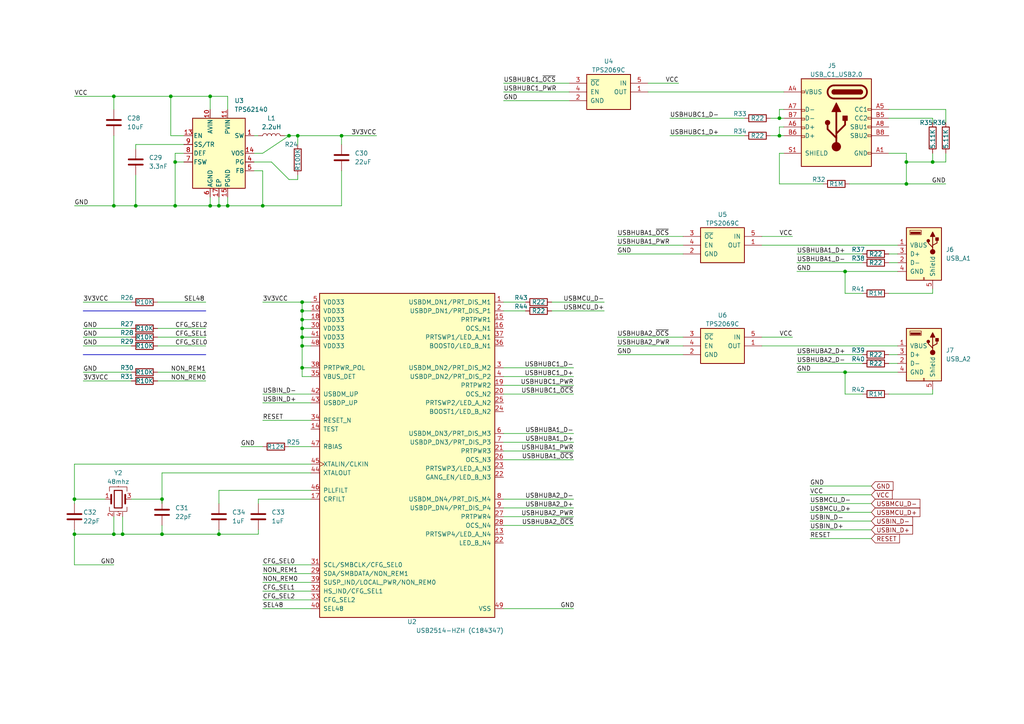
<source format=kicad_sch>
(kicad_sch
	(version 20231120)
	(generator "eeschema")
	(generator_version "8.0")
	(uuid "a7e1b2f9-f51c-4ac5-8295-2c9de22e4f27")
	(paper "A4")
	(lib_symbols
		(symbol "Connector:USB_A"
			(pin_names
				(offset 1.016)
			)
			(exclude_from_sim no)
			(in_bom yes)
			(on_board yes)
			(property "Reference" "J6"
				(at 6.35 1.27 0)
				(effects
					(font
						(size 1.27 1.27)
					)
					(justify left)
				)
			)
			(property "Value" "USB_A"
				(at 6.35 -1.27 0)
				(effects
					(font
						(size 1.27 1.27)
					)
					(justify left)
				)
			)
			(property "Footprint" ""
				(at 3.81 0.635 0)
				(effects
					(font
						(size 1.27 1.27)
					)
					(hide yes)
				)
			)
			(property "Datasheet" " ~"
				(at 3.81 -1.27 0)
				(effects
					(font
						(size 1.27 1.27)
					)
					(hide yes)
				)
			)
			(property "Description" "USB Type A connector"
				(at 0 0 0)
				(effects
					(font
						(size 1.27 1.27)
					)
					(hide yes)
				)
			)
			(property "ki_keywords" "connector USB"
				(at 0 0 0)
				(effects
					(font
						(size 1.27 1.27)
					)
					(hide yes)
				)
			)
			(property "ki_fp_filters" "USB*"
				(at 0 0 0)
				(effects
					(font
						(size 1.27 1.27)
					)
					(hide yes)
				)
			)
			(symbol "USB_A_0_1"
				(rectangle
					(start -5.08 7.62)
					(end 5.08 -7.62)
					(stroke
						(width 0.254)
						(type default)
					)
					(fill
						(type background)
					)
				)
				(rectangle
					(start -3.81 6.35)
					(end -1.016 5.842)
					(stroke
						(width 0)
						(type default)
					)
					(fill
						(type outline)
					)
				)
				(rectangle
					(start -0.762 5.588)
					(end -4.064 6.858)
					(stroke
						(width 0)
						(type default)
					)
					(fill
						(type none)
					)
				)
				(rectangle
					(start -0.127 -7.62)
					(end 0.127 -6.858)
					(stroke
						(width 0)
						(type default)
					)
					(fill
						(type none)
					)
				)
				(polyline
					(pts
						(xy 1.905 5.08) (xy 3.175 5.08) (xy 2.54 6.35) (xy 1.905 5.08)
					)
					(stroke
						(width 0.254)
						(type default)
					)
					(fill
						(type outline)
					)
				)
				(polyline
					(pts
						(xy 2.54 1.27) (xy 2.54 1.905) (xy 1.27 3.175) (xy 1.27 3.81)
					)
					(stroke
						(width 0.254)
						(type default)
					)
					(fill
						(type none)
					)
				)
				(polyline
					(pts
						(xy 2.54 1.905) (xy 2.54 2.54) (xy 3.81 3.175) (xy 3.81 4.445)
					)
					(stroke
						(width 0.254)
						(type default)
					)
					(fill
						(type none)
					)
				)
				(circle
					(center 1.27 3.81)
					(radius 0.381)
					(stroke
						(width 0.254)
						(type default)
					)
					(fill
						(type outline)
					)
				)
				(circle
					(center 2.54 0.635)
					(radius 0.635)
					(stroke
						(width 0.254)
						(type default)
					)
					(fill
						(type outline)
					)
				)
				(rectangle
					(start 3.429 4.699)
					(end 4.191 3.937)
					(stroke
						(width 0.254)
						(type default)
					)
					(fill
						(type outline)
					)
				)
			)
			(symbol "USB_A_1_1"
				(polyline
					(pts
						(xy 2.54 2.54) (xy 2.54 5.08)
					)
					(stroke
						(width 0.254)
						(type default)
					)
					(fill
						(type none)
					)
				)
				(pin power_in line
					(at -7.62 2.54 0)
					(length 2.54)
					(name "VBUS"
						(effects
							(font
								(size 1.27 1.27)
							)
						)
					)
					(number "1"
						(effects
							(font
								(size 1.27 1.27)
							)
						)
					)
				)
				(pin bidirectional line
					(at -7.62 -2.54 0)
					(length 2.54)
					(name "D-"
						(effects
							(font
								(size 1.27 1.27)
							)
						)
					)
					(number "2"
						(effects
							(font
								(size 1.27 1.27)
							)
						)
					)
				)
				(pin bidirectional line
					(at -7.62 0 0)
					(length 2.54)
					(name "D+"
						(effects
							(font
								(size 1.27 1.27)
							)
						)
					)
					(number "3"
						(effects
							(font
								(size 1.27 1.27)
							)
						)
					)
				)
				(pin power_in line
					(at -7.62 -5.08 0)
					(length 2.54)
					(name "GND"
						(effects
							(font
								(size 1.27 1.27)
							)
						)
					)
					(number "4"
						(effects
							(font
								(size 1.27 1.27)
							)
						)
					)
				)
				(pin passive line
					(at 2.54 -10.16 90)
					(length 2.54)
					(name "Shield"
						(effects
							(font
								(size 1.27 1.27)
							)
						)
					)
					(number "5"
						(effects
							(font
								(size 1.27 1.27)
							)
						)
					)
				)
			)
		)
		(symbol "Connector:USB_C_Receptacle_USB2.0"
			(pin_names
				(offset 1.016)
			)
			(exclude_from_sim no)
			(in_bom yes)
			(on_board yes)
			(property "Reference" "J5"
				(at -1.27 15.24 0)
				(effects
					(font
						(size 1.27 1.27)
					)
				)
			)
			(property "Value" "USB_C1_USB2.0"
				(at 0 13.97 0)
				(effects
					(font
						(size 1.27 1.27)
					)
				)
			)
			(property "Footprint" "Connector_USB:USB_C_Receptacle_G-Switch_GT-USB-7010ASV"
				(at 39.37 -22.86 0)
				(effects
					(font
						(size 1.27 1.27)
					)
					(hide yes)
				)
			)
			(property "Datasheet" "https://www.usb.org/sites/default/files/documents/usb_type-c.zip"
				(at 39.37 -25.4 0)
				(effects
					(font
						(size 1.27 1.27)
					)
					(hide yes)
				)
			)
			(property "Description" "USB 2.0-only Type-C Receptacle connector"
				(at 0 0 0)
				(effects
					(font
						(size 1.27 1.27)
					)
					(hide yes)
				)
			)
			(property "ki_keywords" "usb universal serial bus type-C USB2.0"
				(at 0 0 0)
				(effects
					(font
						(size 1.27 1.27)
					)
					(hide yes)
				)
			)
			(property "ki_fp_filters" "USB*C*Receptacle*"
				(at 0 0 0)
				(effects
					(font
						(size 1.27 1.27)
					)
					(hide yes)
				)
			)
			(symbol "USB_C_Receptacle_USB2.0_0_0"
				(rectangle
					(start -10.16 3.81)
					(end -9.144 3.302)
					(stroke
						(width 0)
						(type default)
					)
					(fill
						(type none)
					)
				)
				(rectangle
					(start -10.16 8.636)
					(end -9.144 9.144)
					(stroke
						(width 0)
						(type default)
					)
					(fill
						(type none)
					)
				)
				(rectangle
					(start -9.144 -3.81)
					(end -10.16 -4.318)
					(stroke
						(width 0)
						(type default)
					)
					(fill
						(type none)
					)
				)
				(rectangle
					(start -9.144 -1.27)
					(end -10.16 -1.778)
					(stroke
						(width 0)
						(type default)
					)
					(fill
						(type none)
					)
				)
				(rectangle
					(start -9.144 1.27)
					(end -10.16 0.762)
					(stroke
						(width 0)
						(type default)
					)
					(fill
						(type none)
					)
				)
				(rectangle
					(start 10.16 -9.144)
					(end 9.144 -8.636)
					(stroke
						(width 0)
						(type default)
					)
					(fill
						(type none)
					)
				)
				(rectangle
					(start 10.16 -3.556)
					(end 9.144 -4.064)
					(stroke
						(width 0)
						(type default)
					)
					(fill
						(type none)
					)
				)
				(rectangle
					(start 10.16 -1.016)
					(end 9.144 -1.524)
					(stroke
						(width 0)
						(type default)
					)
					(fill
						(type none)
					)
				)
				(rectangle
					(start 10.16 1.524)
					(end 9.144 1.016)
					(stroke
						(width 0)
						(type default)
					)
					(fill
						(type none)
					)
				)
				(rectangle
					(start 10.16 4.064)
					(end 9.144 3.556)
					(stroke
						(width 0)
						(type default)
					)
					(fill
						(type none)
					)
				)
			)
			(symbol "USB_C_Receptacle_USB2.0_0_1"
				(rectangle
					(start -10.16 12.7)
					(end 10.16 -12.7)
					(stroke
						(width 0.254)
						(type default)
					)
					(fill
						(type background)
					)
				)
				(circle
					(center -2.54 0)
					(radius 0.635)
					(stroke
						(width 0.254)
						(type default)
					)
					(fill
						(type outline)
					)
				)
				(arc
					(start -0.635 9.525)
					(mid -1.2673 8.89)
					(end -0.635 8.255)
					(stroke
						(width 0.254)
						(type default)
					)
					(fill
						(type none)
					)
				)
				(arc
					(start -0.635 9.525)
					(mid -1.2673 8.89)
					(end -0.635 8.255)
					(stroke
						(width 0.254)
						(type default)
					)
					(fill
						(type outline)
					)
				)
				(arc
					(start -0.635 10.795)
					(mid -2.5317 8.89)
					(end -0.635 6.985)
					(stroke
						(width 0.508)
						(type default)
					)
					(fill
						(type none)
					)
				)
				(circle
					(center 0 -6.985)
					(radius 1.27)
					(stroke
						(width 0)
						(type default)
					)
					(fill
						(type outline)
					)
				)
				(polyline
					(pts
						(xy -0.635 10.795) (xy 6.985 10.795)
					)
					(stroke
						(width 0.508)
						(type default)
					)
					(fill
						(type none)
					)
				)
				(polyline
					(pts
						(xy 0 -6.985) (xy 0 3.175)
					)
					(stroke
						(width 0.508)
						(type default)
					)
					(fill
						(type none)
					)
				)
				(polyline
					(pts
						(xy 6.985 6.985) (xy -0.635 6.985)
					)
					(stroke
						(width 0.508)
						(type default)
					)
					(fill
						(type none)
					)
				)
				(polyline
					(pts
						(xy 0 -4.445) (xy -2.54 -1.905) (xy -2.54 -0.635)
					)
					(stroke
						(width 0.508)
						(type default)
					)
					(fill
						(type none)
					)
				)
				(polyline
					(pts
						(xy 0 -3.175) (xy 2.54 -0.635) (xy 2.54 0.635)
					)
					(stroke
						(width 0.508)
						(type default)
					)
					(fill
						(type none)
					)
				)
				(polyline
					(pts
						(xy -1.27 3.175) (xy 0 5.715) (xy 1.27 3.175) (xy -1.27 3.175)
					)
					(stroke
						(width 0.254)
						(type default)
					)
					(fill
						(type outline)
					)
				)
				(rectangle
					(start 1.905 0.635)
					(end 3.175 1.905)
					(stroke
						(width 0.254)
						(type default)
					)
					(fill
						(type outline)
					)
				)
				(arc
					(start 6.985 6.985)
					(mid 8.8817 8.89)
					(end 6.985 10.795)
					(stroke
						(width 0.508)
						(type default)
					)
					(fill
						(type none)
					)
				)
				(rectangle
					(start 6.985 8.255)
					(end -0.635 9.525)
					(stroke
						(width 0.254)
						(type default)
					)
					(fill
						(type outline)
					)
				)
				(arc
					(start 6.985 8.255)
					(mid 7.6173 8.89)
					(end 6.985 9.525)
					(stroke
						(width 0.254)
						(type default)
					)
					(fill
						(type none)
					)
				)
				(arc
					(start 6.985 8.255)
					(mid 7.6173 8.89)
					(end 6.985 9.525)
					(stroke
						(width 0.254)
						(type default)
					)
					(fill
						(type outline)
					)
				)
			)
			(symbol "USB_C_Receptacle_USB2.0_1_1"
				(pin passive line
					(at 15.24 -8.89 180)
					(length 5.08)
					(name "GND"
						(effects
							(font
								(size 1.27 1.27)
							)
						)
					)
					(number "A1"
						(effects
							(font
								(size 1.27 1.27)
							)
						)
					)
				)
				(pin passive line
					(at 15.24 -8.89 180)
					(length 5.08) hide
					(name "GND"
						(effects
							(font
								(size 1.27 1.27)
							)
						)
					)
					(number "A12"
						(effects
							(font
								(size 1.27 1.27)
							)
						)
					)
				)
				(pin passive line
					(at -15.24 8.89 0)
					(length 5.08)
					(name "VBUS"
						(effects
							(font
								(size 1.27 1.27)
							)
						)
					)
					(number "A4"
						(effects
							(font
								(size 1.27 1.27)
							)
						)
					)
				)
				(pin bidirectional line
					(at 15.24 3.81 180)
					(length 5.08)
					(name "CC1"
						(effects
							(font
								(size 1.27 1.27)
							)
						)
					)
					(number "A5"
						(effects
							(font
								(size 1.27 1.27)
							)
						)
					)
				)
				(pin bidirectional line
					(at -15.24 -1.27 0)
					(length 5.08)
					(name "D+"
						(effects
							(font
								(size 1.27 1.27)
							)
						)
					)
					(number "A6"
						(effects
							(font
								(size 1.27 1.27)
							)
						)
					)
				)
				(pin bidirectional line
					(at -15.24 3.81 0)
					(length 5.08)
					(name "D-"
						(effects
							(font
								(size 1.27 1.27)
							)
						)
					)
					(number "A7"
						(effects
							(font
								(size 1.27 1.27)
							)
						)
					)
				)
				(pin bidirectional line
					(at 15.24 -1.27 180)
					(length 5.08)
					(name "SBU1"
						(effects
							(font
								(size 1.27 1.27)
							)
						)
					)
					(number "A8"
						(effects
							(font
								(size 1.27 1.27)
							)
						)
					)
				)
				(pin passive line
					(at -15.24 8.89 0)
					(length 5.08) hide
					(name "VBUS"
						(effects
							(font
								(size 1.27 1.27)
							)
						)
					)
					(number "A9"
						(effects
							(font
								(size 1.27 1.27)
							)
						)
					)
				)
				(pin passive line
					(at 15.24 -8.89 180)
					(length 5.08) hide
					(name "GND"
						(effects
							(font
								(size 1.27 1.27)
							)
						)
					)
					(number "B1"
						(effects
							(font
								(size 1.27 1.27)
							)
						)
					)
				)
				(pin passive line
					(at 15.24 -8.89 180)
					(length 5.08) hide
					(name "GND"
						(effects
							(font
								(size 1.27 1.27)
							)
						)
					)
					(number "B12"
						(effects
							(font
								(size 1.27 1.27)
							)
						)
					)
				)
				(pin passive line
					(at -15.24 8.89 0)
					(length 5.08) hide
					(name "VBUS"
						(effects
							(font
								(size 1.27 1.27)
							)
						)
					)
					(number "B4"
						(effects
							(font
								(size 1.27 1.27)
							)
						)
					)
				)
				(pin bidirectional line
					(at 15.24 1.27 180)
					(length 5.08)
					(name "CC2"
						(effects
							(font
								(size 1.27 1.27)
							)
						)
					)
					(number "B5"
						(effects
							(font
								(size 1.27 1.27)
							)
						)
					)
				)
				(pin bidirectional line
					(at -15.24 -3.81 0)
					(length 5.08)
					(name "D+"
						(effects
							(font
								(size 1.27 1.27)
							)
						)
					)
					(number "B6"
						(effects
							(font
								(size 1.27 1.27)
							)
						)
					)
				)
				(pin bidirectional line
					(at -15.24 1.27 0)
					(length 5.08)
					(name "D-"
						(effects
							(font
								(size 1.27 1.27)
							)
						)
					)
					(number "B7"
						(effects
							(font
								(size 1.27 1.27)
							)
						)
					)
				)
				(pin bidirectional line
					(at 15.24 -3.81 180)
					(length 5.08)
					(name "SBU2"
						(effects
							(font
								(size 1.27 1.27)
							)
						)
					)
					(number "B8"
						(effects
							(font
								(size 1.27 1.27)
							)
						)
					)
				)
				(pin passive line
					(at -15.24 8.89 0)
					(length 5.08) hide
					(name "VBUS"
						(effects
							(font
								(size 1.27 1.27)
							)
						)
					)
					(number "B9"
						(effects
							(font
								(size 1.27 1.27)
							)
						)
					)
				)
				(pin passive line
					(at -15.24 -8.89 0)
					(length 5.08)
					(name "SHIELD"
						(effects
							(font
								(size 1.27 1.27)
							)
						)
					)
					(number "S1"
						(effects
							(font
								(size 1.27 1.27)
							)
						)
					)
				)
			)
		)
		(symbol "Device:C"
			(pin_numbers hide)
			(pin_names
				(offset 0.254)
			)
			(exclude_from_sim no)
			(in_bom yes)
			(on_board yes)
			(property "Reference" "C"
				(at 0.635 2.54 0)
				(effects
					(font
						(size 1.27 1.27)
					)
					(justify left)
				)
			)
			(property "Value" "C"
				(at 0.635 -2.54 0)
				(effects
					(font
						(size 1.27 1.27)
					)
					(justify left)
				)
			)
			(property "Footprint" ""
				(at 0.9652 -3.81 0)
				(effects
					(font
						(size 1.27 1.27)
					)
					(hide yes)
				)
			)
			(property "Datasheet" "~"
				(at 0 0 0)
				(effects
					(font
						(size 1.27 1.27)
					)
					(hide yes)
				)
			)
			(property "Description" "Unpolarized capacitor"
				(at 0 0 0)
				(effects
					(font
						(size 1.27 1.27)
					)
					(hide yes)
				)
			)
			(property "ki_keywords" "cap capacitor"
				(at 0 0 0)
				(effects
					(font
						(size 1.27 1.27)
					)
					(hide yes)
				)
			)
			(property "ki_fp_filters" "C_*"
				(at 0 0 0)
				(effects
					(font
						(size 1.27 1.27)
					)
					(hide yes)
				)
			)
			(symbol "C_0_1"
				(polyline
					(pts
						(xy -2.032 -0.762) (xy 2.032 -0.762)
					)
					(stroke
						(width 0.508)
						(type default)
					)
					(fill
						(type none)
					)
				)
				(polyline
					(pts
						(xy -2.032 0.762) (xy 2.032 0.762)
					)
					(stroke
						(width 0.508)
						(type default)
					)
					(fill
						(type none)
					)
				)
			)
			(symbol "C_1_1"
				(pin passive line
					(at 0 3.81 270)
					(length 2.794)
					(name "~"
						(effects
							(font
								(size 1.27 1.27)
							)
						)
					)
					(number "1"
						(effects
							(font
								(size 1.27 1.27)
							)
						)
					)
				)
				(pin passive line
					(at 0 -3.81 90)
					(length 2.794)
					(name "~"
						(effects
							(font
								(size 1.27 1.27)
							)
						)
					)
					(number "2"
						(effects
							(font
								(size 1.27 1.27)
							)
						)
					)
				)
			)
		)
		(symbol "Device:Crystal_GND24"
			(pin_names
				(offset 1.016) hide)
			(exclude_from_sim no)
			(in_bom yes)
			(on_board yes)
			(property "Reference" "Y1"
				(at 11.43 4.1909 0)
				(effects
					(font
						(size 1.27 1.27)
					)
				)
			)
			(property "Value" "Crystal_GND24"
				(at 11.43 1.6509 0)
				(effects
					(font
						(size 1.27 1.27)
					)
				)
			)
			(property "Footprint" ""
				(at 0 0 0)
				(effects
					(font
						(size 1.27 1.27)
					)
					(hide yes)
				)
			)
			(property "Datasheet" "~"
				(at 0 0 0)
				(effects
					(font
						(size 1.27 1.27)
					)
					(hide yes)
				)
			)
			(property "Description" "Four pin crystal, GND on pins 2 and 4"
				(at 0 0 0)
				(effects
					(font
						(size 1.27 1.27)
					)
					(hide yes)
				)
			)
			(property "ki_keywords" "quartz ceramic resonator oscillator"
				(at 0 0 0)
				(effects
					(font
						(size 1.27 1.27)
					)
					(hide yes)
				)
			)
			(property "ki_fp_filters" "Crystal*"
				(at 0 0 0)
				(effects
					(font
						(size 1.27 1.27)
					)
					(hide yes)
				)
			)
			(symbol "Crystal_GND24_0_1"
				(rectangle
					(start -1.143 2.54)
					(end 1.143 -2.54)
					(stroke
						(width 0.3048)
						(type default)
					)
					(fill
						(type none)
					)
				)
				(polyline
					(pts
						(xy -2.54 0) (xy -2.032 0)
					)
					(stroke
						(width 0)
						(type default)
					)
					(fill
						(type none)
					)
				)
				(polyline
					(pts
						(xy -2.032 -1.27) (xy -2.032 1.27)
					)
					(stroke
						(width 0.508)
						(type default)
					)
					(fill
						(type none)
					)
				)
				(polyline
					(pts
						(xy 0 -3.81) (xy 0 -3.556)
					)
					(stroke
						(width 0)
						(type default)
					)
					(fill
						(type none)
					)
				)
				(polyline
					(pts
						(xy 0 3.556) (xy 0 3.81)
					)
					(stroke
						(width 0)
						(type default)
					)
					(fill
						(type none)
					)
				)
				(polyline
					(pts
						(xy 2.032 -1.27) (xy 2.032 1.27)
					)
					(stroke
						(width 0.508)
						(type default)
					)
					(fill
						(type none)
					)
				)
				(polyline
					(pts
						(xy 2.032 0) (xy 2.54 0)
					)
					(stroke
						(width 0)
						(type default)
					)
					(fill
						(type none)
					)
				)
				(polyline
					(pts
						(xy -2.54 -2.286) (xy -2.54 -3.556) (xy 2.54 -3.556) (xy 2.54 -2.286)
					)
					(stroke
						(width 0)
						(type default)
					)
					(fill
						(type none)
					)
				)
				(polyline
					(pts
						(xy -2.54 2.286) (xy -2.54 3.556) (xy 2.54 3.556) (xy 2.54 2.286)
					)
					(stroke
						(width 0)
						(type default)
					)
					(fill
						(type none)
					)
				)
			)
			(symbol "Crystal_GND24_1_1"
				(pin passive line
					(at -3.81 0 0)
					(length 1.27)
					(name "1"
						(effects
							(font
								(size 1.27 1.27)
							)
						)
					)
					(number "1"
						(effects
							(font
								(size 1.27 1.27)
							)
						)
					)
				)
				(pin passive line
					(at -1.27 -5.08 90)
					(length 1.27)
					(name "2"
						(effects
							(font
								(size 1.27 1.27)
							)
						)
					)
					(number "2"
						(effects
							(font
								(size 1.27 1.27)
							)
						)
					)
				)
				(pin passive line
					(at 3.81 0 180)
					(length 1.27)
					(name "3"
						(effects
							(font
								(size 1.27 1.27)
							)
						)
					)
					(number "3"
						(effects
							(font
								(size 1.27 1.27)
							)
						)
					)
				)
				(pin passive line
					(at 1.27 -5.08 90)
					(length 1.27)
					(name "4"
						(effects
							(font
								(size 1.27 1.27)
							)
						)
					)
					(number "4"
						(effects
							(font
								(size 1.27 1.27)
							)
						)
					)
				)
			)
		)
		(symbol "Device:L"
			(pin_numbers hide)
			(pin_names
				(offset 1.016) hide)
			(exclude_from_sim no)
			(in_bom yes)
			(on_board yes)
			(property "Reference" "L"
				(at -1.27 0 90)
				(effects
					(font
						(size 1.27 1.27)
					)
				)
			)
			(property "Value" "L"
				(at 1.905 0 90)
				(effects
					(font
						(size 1.27 1.27)
					)
				)
			)
			(property "Footprint" ""
				(at 0 0 0)
				(effects
					(font
						(size 1.27 1.27)
					)
					(hide yes)
				)
			)
			(property "Datasheet" "~"
				(at 0 0 0)
				(effects
					(font
						(size 1.27 1.27)
					)
					(hide yes)
				)
			)
			(property "Description" "Inductor"
				(at 0 0 0)
				(effects
					(font
						(size 1.27 1.27)
					)
					(hide yes)
				)
			)
			(property "ki_keywords" "inductor choke coil reactor magnetic"
				(at 0 0 0)
				(effects
					(font
						(size 1.27 1.27)
					)
					(hide yes)
				)
			)
			(property "ki_fp_filters" "Choke_* *Coil* Inductor_* L_*"
				(at 0 0 0)
				(effects
					(font
						(size 1.27 1.27)
					)
					(hide yes)
				)
			)
			(symbol "L_0_1"
				(arc
					(start 0 -2.54)
					(mid 0.6323 -1.905)
					(end 0 -1.27)
					(stroke
						(width 0)
						(type default)
					)
					(fill
						(type none)
					)
				)
				(arc
					(start 0 -1.27)
					(mid 0.6323 -0.635)
					(end 0 0)
					(stroke
						(width 0)
						(type default)
					)
					(fill
						(type none)
					)
				)
				(arc
					(start 0 0)
					(mid 0.6323 0.635)
					(end 0 1.27)
					(stroke
						(width 0)
						(type default)
					)
					(fill
						(type none)
					)
				)
				(arc
					(start 0 1.27)
					(mid 0.6323 1.905)
					(end 0 2.54)
					(stroke
						(width 0)
						(type default)
					)
					(fill
						(type none)
					)
				)
			)
			(symbol "L_1_1"
				(pin passive line
					(at 0 3.81 270)
					(length 1.27)
					(name "1"
						(effects
							(font
								(size 1.27 1.27)
							)
						)
					)
					(number "1"
						(effects
							(font
								(size 1.27 1.27)
							)
						)
					)
				)
				(pin passive line
					(at 0 -3.81 90)
					(length 1.27)
					(name "2"
						(effects
							(font
								(size 1.27 1.27)
							)
						)
					)
					(number "2"
						(effects
							(font
								(size 1.27 1.27)
							)
						)
					)
				)
			)
		)
		(symbol "Device:R"
			(pin_numbers hide)
			(pin_names
				(offset 0)
			)
			(exclude_from_sim no)
			(in_bom yes)
			(on_board yes)
			(property "Reference" "R"
				(at 2.032 0 90)
				(effects
					(font
						(size 1.27 1.27)
					)
				)
			)
			(property "Value" "R"
				(at 0 0 90)
				(effects
					(font
						(size 1.27 1.27)
					)
				)
			)
			(property "Footprint" ""
				(at -1.778 0 90)
				(effects
					(font
						(size 1.27 1.27)
					)
					(hide yes)
				)
			)
			(property "Datasheet" "~"
				(at 0 0 0)
				(effects
					(font
						(size 1.27 1.27)
					)
					(hide yes)
				)
			)
			(property "Description" "Resistor"
				(at 0 0 0)
				(effects
					(font
						(size 1.27 1.27)
					)
					(hide yes)
				)
			)
			(property "ki_keywords" "R res resistor"
				(at 0 0 0)
				(effects
					(font
						(size 1.27 1.27)
					)
					(hide yes)
				)
			)
			(property "ki_fp_filters" "R_*"
				(at 0 0 0)
				(effects
					(font
						(size 1.27 1.27)
					)
					(hide yes)
				)
			)
			(symbol "R_0_1"
				(rectangle
					(start -1.016 -2.54)
					(end 1.016 2.54)
					(stroke
						(width 0.254)
						(type default)
					)
					(fill
						(type none)
					)
				)
			)
			(symbol "R_1_1"
				(pin passive line
					(at 0 3.81 270)
					(length 1.27)
					(name "~"
						(effects
							(font
								(size 1.27 1.27)
							)
						)
					)
					(number "1"
						(effects
							(font
								(size 1.27 1.27)
							)
						)
					)
				)
				(pin passive line
					(at 0 -3.81 90)
					(length 1.27)
					(name "~"
						(effects
							(font
								(size 1.27 1.27)
							)
						)
					)
					(number "2"
						(effects
							(font
								(size 1.27 1.27)
							)
						)
					)
				)
			)
		)
		(symbol "Interface_USB:USB2514B_Bi"
			(pin_names
				(offset 1.016)
			)
			(exclude_from_sim no)
			(in_bom yes)
			(on_board yes)
			(property "Reference" "U2"
				(at 0 -48.26 0)
				(effects
					(font
						(size 1.27 1.27)
					)
					(justify left)
				)
			)
			(property "Value" "USB2514-HZH (C184347)"
				(at 2.54 -50.8 0)
				(effects
					(font
						(size 1.27 1.27)
					)
					(justify left)
				)
			)
			(property "Footprint" "Package_DFN_QFN:VQFN-48-1EP_7x7mm_P0.5mm_EP4.1x4.1mm"
				(at 34.8741 -48.26 0)
				(effects
					(font
						(size 1.27 1.27)
					)
					(hide yes)
				)
			)
			(property "Datasheet" "http://ww1.microchip.com/downloads/en/DeviceDoc/00001692C.pdf"
				(at 42.4941 -50.8 0)
				(effects
					(font
						(size 1.27 1.27)
					)
					(hide yes)
				)
			)
			(property "Description" "USB 2.0 Hi-Speed Hub Controller"
				(at 0 0 0)
				(effects
					(font
						(size 1.27 1.27)
					)
					(hide yes)
				)
			)
			(property "ki_keywords" "USB2.0 Hi-Speed-USB-Hub Hub-Controller"
				(at 0 0 0)
				(effects
					(font
						(size 1.27 1.27)
					)
					(hide yes)
				)
			)
			(property "ki_fp_filters" "QFN*6x6mm*P0.5mm*"
				(at 0 0 0)
				(effects
					(font
						(size 1.27 1.27)
					)
					(hide yes)
				)
			)
			(symbol "USB2514B_Bi_0_1"
				(rectangle
					(start -25.4 46.99)
					(end 25.4 -46.99)
					(stroke
						(width 0.254)
						(type default)
					)
					(fill
						(type background)
					)
				)
			)
			(symbol "USB2514B_Bi_1_1"
				(pin bidirectional line
					(at 27.94 44.45 180)
					(length 2.54)
					(name "USBDM_DN1/PRT_DIS_M1"
						(effects
							(font
								(size 1.27 1.27)
							)
						)
					)
					(number "1"
						(effects
							(font
								(size 1.27 1.27)
							)
						)
					)
				)
				(pin power_in line
					(at -27.94 41.91 0)
					(length 2.54)
					(name "VDD33"
						(effects
							(font
								(size 1.27 1.27)
							)
						)
					)
					(number "10"
						(effects
							(font
								(size 1.27 1.27)
							)
						)
					)
				)
				(pin bidirectional line
					(at 27.94 -22.86 180)
					(length 2.54)
					(name "PRTSWP4/LED_A_N4"
						(effects
							(font
								(size 1.27 1.27)
							)
						)
					)
					(number "13"
						(effects
							(font
								(size 1.27 1.27)
							)
						)
					)
				)
				(pin input line
					(at -27.94 7.62 0)
					(length 2.54)
					(name "TEST"
						(effects
							(font
								(size 1.27 1.27)
							)
						)
					)
					(number "14"
						(effects
							(font
								(size 1.27 1.27)
							)
						)
					)
				)
				(pin bidirectional line
					(at 27.94 39.37 180)
					(length 2.54)
					(name "PRTPWR1"
						(effects
							(font
								(size 1.27 1.27)
							)
						)
					)
					(number "15"
						(effects
							(font
								(size 1.27 1.27)
							)
						)
					)
				)
				(pin input line
					(at 27.94 36.83 180)
					(length 2.54)
					(name "OCS_N1"
						(effects
							(font
								(size 1.27 1.27)
							)
						)
					)
					(number "16"
						(effects
							(font
								(size 1.27 1.27)
							)
						)
					)
				)
				(pin input line
					(at -27.94 -12.7 0)
					(length 2.54)
					(name "CRFILT"
						(effects
							(font
								(size 1.27 1.27)
							)
						)
					)
					(number "17"
						(effects
							(font
								(size 1.27 1.27)
							)
						)
					)
				)
				(pin power_in line
					(at -27.94 39.37 0)
					(length 2.54)
					(name "VDD33"
						(effects
							(font
								(size 1.27 1.27)
							)
						)
					)
					(number "18"
						(effects
							(font
								(size 1.27 1.27)
							)
						)
					)
				)
				(pin bidirectional line
					(at 27.94 20.32 180)
					(length 2.54)
					(name "PRTPWR2"
						(effects
							(font
								(size 1.27 1.27)
							)
						)
					)
					(number "19"
						(effects
							(font
								(size 1.27 1.27)
							)
						)
					)
				)
				(pin bidirectional line
					(at 27.94 41.91 180)
					(length 2.54)
					(name "USBDP_DN1/PRT_DIS_P1"
						(effects
							(font
								(size 1.27 1.27)
							)
						)
					)
					(number "2"
						(effects
							(font
								(size 1.27 1.27)
							)
						)
					)
				)
				(pin input line
					(at 27.94 17.78 180)
					(length 2.54)
					(name "OCS_N2"
						(effects
							(font
								(size 1.27 1.27)
							)
						)
					)
					(number "20"
						(effects
							(font
								(size 1.27 1.27)
							)
						)
					)
				)
				(pin bidirectional line
					(at 27.94 1.27 180)
					(length 2.54)
					(name "PRTPWR3"
						(effects
							(font
								(size 1.27 1.27)
							)
						)
					)
					(number "21"
						(effects
							(font
								(size 1.27 1.27)
							)
						)
					)
				)
				(pin bidirectional line
					(at 27.94 -6.35 180)
					(length 2.54)
					(name "GANG_EN/LED_B_N3"
						(effects
							(font
								(size 1.27 1.27)
							)
						)
					)
					(number "22"
						(effects
							(font
								(size 1.27 1.27)
							)
						)
					)
				)
				(pin bidirectional line
					(at 27.94 -25.4 180)
					(length 2.54)
					(name "LED_B_N4"
						(effects
							(font
								(size 1.27 1.27)
							)
						)
					)
					(number "22"
						(effects
							(font
								(size 1.27 1.27)
							)
						)
					)
				)
				(pin bidirectional line
					(at 27.94 -3.81 180)
					(length 2.54)
					(name "PRTSWP3/LED_A_N3"
						(effects
							(font
								(size 1.27 1.27)
							)
						)
					)
					(number "23"
						(effects
							(font
								(size 1.27 1.27)
							)
						)
					)
				)
				(pin bidirectional line
					(at 27.94 12.7 180)
					(length 2.54)
					(name "BOOST1/LED_B_N2"
						(effects
							(font
								(size 1.27 1.27)
							)
						)
					)
					(number "24"
						(effects
							(font
								(size 1.27 1.27)
							)
						)
					)
				)
				(pin bidirectional line
					(at 27.94 15.24 180)
					(length 2.54)
					(name "PRTSWP2/LED_A_N2"
						(effects
							(font
								(size 1.27 1.27)
							)
						)
					)
					(number "25"
						(effects
							(font
								(size 1.27 1.27)
							)
						)
					)
				)
				(pin input line
					(at 27.94 -1.27 180)
					(length 2.54)
					(name "OCS_N3"
						(effects
							(font
								(size 1.27 1.27)
							)
						)
					)
					(number "26"
						(effects
							(font
								(size 1.27 1.27)
							)
						)
					)
				)
				(pin bidirectional line
					(at 27.94 -17.78 180)
					(length 2.54)
					(name "PRTPWR4"
						(effects
							(font
								(size 1.27 1.27)
							)
						)
					)
					(number "27"
						(effects
							(font
								(size 1.27 1.27)
							)
						)
					)
				)
				(pin input line
					(at 27.94 -20.32 180)
					(length 2.54)
					(name "OCS_N4"
						(effects
							(font
								(size 1.27 1.27)
							)
						)
					)
					(number "28"
						(effects
							(font
								(size 1.27 1.27)
							)
						)
					)
				)
				(pin bidirectional line
					(at -27.94 -34.29 0)
					(length 2.54)
					(name "SDA/SMBDATA/NON_REM1"
						(effects
							(font
								(size 1.27 1.27)
							)
						)
					)
					(number "29"
						(effects
							(font
								(size 1.27 1.27)
							)
						)
					)
				)
				(pin bidirectional line
					(at 27.94 25.4 180)
					(length 2.54)
					(name "USBDM_DN2/PRT_DIS_M2"
						(effects
							(font
								(size 1.27 1.27)
							)
						)
					)
					(number "3"
						(effects
							(font
								(size 1.27 1.27)
							)
						)
					)
				)
				(pin power_in line
					(at -27.94 36.83 0)
					(length 2.54)
					(name "VDD33"
						(effects
							(font
								(size 1.27 1.27)
							)
						)
					)
					(number "30"
						(effects
							(font
								(size 1.27 1.27)
							)
						)
					)
				)
				(pin bidirectional line
					(at -27.94 -31.75 0)
					(length 2.54)
					(name "SCL/SMBCLK/CFG_SEL0"
						(effects
							(font
								(size 1.27 1.27)
							)
						)
					)
					(number "31"
						(effects
							(font
								(size 1.27 1.27)
							)
						)
					)
				)
				(pin bidirectional line
					(at -27.94 -39.37 0)
					(length 2.54)
					(name "HS_IND/CFG_SEL1"
						(effects
							(font
								(size 1.27 1.27)
							)
						)
					)
					(number "32"
						(effects
							(font
								(size 1.27 1.27)
							)
						)
					)
				)
				(pin bidirectional line
					(at -27.94 -41.91 0)
					(length 2.54)
					(name "CFG_SEL2"
						(effects
							(font
								(size 1.27 1.27)
							)
						)
					)
					(number "33"
						(effects
							(font
								(size 1.27 1.27)
							)
						)
					)
				)
				(pin input line
					(at -27.94 10.16 0)
					(length 2.54)
					(name "RESET_N"
						(effects
							(font
								(size 1.27 1.27)
							)
						)
					)
					(number "34"
						(effects
							(font
								(size 1.27 1.27)
							)
						)
					)
				)
				(pin input line
					(at -27.94 22.86 0)
					(length 2.54)
					(name "VBUS_DET"
						(effects
							(font
								(size 1.27 1.27)
							)
						)
					)
					(number "35"
						(effects
							(font
								(size 1.27 1.27)
							)
						)
					)
				)
				(pin bidirectional line
					(at 27.94 31.75 180)
					(length 2.54)
					(name "BOOST0/LED_B_N1"
						(effects
							(font
								(size 1.27 1.27)
							)
						)
					)
					(number "36"
						(effects
							(font
								(size 1.27 1.27)
							)
						)
					)
				)
				(pin bidirectional line
					(at 27.94 34.29 180)
					(length 2.54)
					(name "PRTSWP1/LED_A_N1"
						(effects
							(font
								(size 1.27 1.27)
							)
						)
					)
					(number "37"
						(effects
							(font
								(size 1.27 1.27)
							)
						)
					)
				)
				(pin input line
					(at -27.94 25.4 0)
					(length 2.54)
					(name "PRTPWR_POL"
						(effects
							(font
								(size 1.27 1.27)
							)
						)
					)
					(number "38"
						(effects
							(font
								(size 1.27 1.27)
							)
						)
					)
				)
				(pin bidirectional line
					(at -27.94 -36.83 0)
					(length 2.54)
					(name "SUSP_IND/LOCAL_PWR/NON_REM0"
						(effects
							(font
								(size 1.27 1.27)
							)
						)
					)
					(number "39"
						(effects
							(font
								(size 1.27 1.27)
							)
						)
					)
				)
				(pin bidirectional line
					(at 27.94 22.86 180)
					(length 2.54)
					(name "USBDP_DN2/PRT_DIS_P2"
						(effects
							(font
								(size 1.27 1.27)
							)
						)
					)
					(number "4"
						(effects
							(font
								(size 1.27 1.27)
							)
						)
					)
				)
				(pin bidirectional line
					(at -27.94 -44.45 0)
					(length 2.54)
					(name "SEL48"
						(effects
							(font
								(size 1.27 1.27)
							)
						)
					)
					(number "40"
						(effects
							(font
								(size 1.27 1.27)
							)
						)
					)
				)
				(pin power_in line
					(at -27.94 34.29 0)
					(length 2.54)
					(name "VDD33"
						(effects
							(font
								(size 1.27 1.27)
							)
						)
					)
					(number "41"
						(effects
							(font
								(size 1.27 1.27)
							)
						)
					)
				)
				(pin bidirectional line
					(at -27.94 17.78 0)
					(length 2.54)
					(name "USBDM_UP"
						(effects
							(font
								(size 1.27 1.27)
							)
						)
					)
					(number "42"
						(effects
							(font
								(size 1.27 1.27)
							)
						)
					)
				)
				(pin bidirectional line
					(at -27.94 15.24 0)
					(length 2.54)
					(name "USBDP_UP"
						(effects
							(font
								(size 1.27 1.27)
							)
						)
					)
					(number "43"
						(effects
							(font
								(size 1.27 1.27)
							)
						)
					)
				)
				(pin output line
					(at -27.94 -5.08 0)
					(length 2.54)
					(name "XTALOUT"
						(effects
							(font
								(size 1.27 1.27)
							)
						)
					)
					(number "44"
						(effects
							(font
								(size 1.27 1.27)
							)
						)
					)
				)
				(pin input clock
					(at -27.94 -2.54 0)
					(length 2.54)
					(name "XTALIN/CLKIN"
						(effects
							(font
								(size 1.27 1.27)
							)
						)
					)
					(number "45"
						(effects
							(font
								(size 1.27 1.27)
							)
						)
					)
				)
				(pin input line
					(at -27.94 -10.16 0)
					(length 2.54)
					(name "PLLFILT"
						(effects
							(font
								(size 1.27 1.27)
							)
						)
					)
					(number "46"
						(effects
							(font
								(size 1.27 1.27)
							)
						)
					)
				)
				(pin input line
					(at -27.94 2.54 0)
					(length 2.54)
					(name "RBIAS"
						(effects
							(font
								(size 1.27 1.27)
							)
						)
					)
					(number "47"
						(effects
							(font
								(size 1.27 1.27)
							)
						)
					)
				)
				(pin power_in line
					(at -27.94 31.75 0)
					(length 2.54)
					(name "VDD33"
						(effects
							(font
								(size 1.27 1.27)
							)
						)
					)
					(number "48"
						(effects
							(font
								(size 1.27 1.27)
							)
						)
					)
				)
				(pin power_in line
					(at 27.94 -44.45 180)
					(length 2.54)
					(name "VSS"
						(effects
							(font
								(size 1.27 1.27)
							)
						)
					)
					(number "49"
						(effects
							(font
								(size 1.27 1.27)
							)
						)
					)
				)
				(pin power_in line
					(at -27.94 44.45 0)
					(length 2.54)
					(name "VDD33"
						(effects
							(font
								(size 1.27 1.27)
							)
						)
					)
					(number "5"
						(effects
							(font
								(size 1.27 1.27)
							)
						)
					)
				)
				(pin bidirectional line
					(at 27.94 6.35 180)
					(length 2.54)
					(name "USBDM_DN3/PRT_DIS_M3"
						(effects
							(font
								(size 1.27 1.27)
							)
						)
					)
					(number "6"
						(effects
							(font
								(size 1.27 1.27)
							)
						)
					)
				)
				(pin bidirectional line
					(at 27.94 3.81 180)
					(length 2.54)
					(name "USBDP_DN3/PRT_DIS_P3"
						(effects
							(font
								(size 1.27 1.27)
							)
						)
					)
					(number "7"
						(effects
							(font
								(size 1.27 1.27)
							)
						)
					)
				)
				(pin bidirectional line
					(at 27.94 -12.7 180)
					(length 2.54)
					(name "USBDM_DN4/PRT_DIS_M4"
						(effects
							(font
								(size 1.27 1.27)
							)
						)
					)
					(number "8"
						(effects
							(font
								(size 1.27 1.27)
							)
						)
					)
				)
				(pin bidirectional line
					(at 27.94 -15.24 180)
					(length 2.54)
					(name "USBDP_DN4/PRT_DIS_P4"
						(effects
							(font
								(size 1.27 1.27)
							)
						)
					)
					(number "9"
						(effects
							(font
								(size 1.27 1.27)
							)
						)
					)
				)
			)
		)
		(symbol "Power_Management:TPS2041B"
			(pin_names
				(offset 1.016)
			)
			(exclude_from_sim no)
			(in_bom yes)
			(on_board yes)
			(property "Reference" "U4"
				(at 0 8.89 0)
				(effects
					(font
						(size 1.27 1.27)
					)
				)
			)
			(property "Value" "TPS2069C"
				(at 0 6.35 0)
				(effects
					(font
						(size 1.27 1.27)
					)
				)
			)
			(property "Footprint" "Package_TO_SOT_SMD:SOT-23-5"
				(at 0 8.89 0)
				(effects
					(font
						(size 1.27 1.27)
					)
					(hide yes)
				)
			)
			(property "Datasheet" "http://www.ti.com/lit/ds/symlink/tps2041.pdf"
				(at -1.27 3.81 0)
				(effects
					(font
						(size 1.27 1.27)
					)
					(hide yes)
				)
			)
			(property "Description" "Single power-distribution switcher"
				(at 0 0 0)
				(effects
					(font
						(size 1.27 1.27)
					)
					(hide yes)
				)
			)
			(property "ki_keywords" "1-chanel power-distribution USB"
				(at 0 0 0)
				(effects
					(font
						(size 1.27 1.27)
					)
					(hide yes)
				)
			)
			(property "ki_fp_filters" "SOT?23*"
				(at 0 0 0)
				(effects
					(font
						(size 1.27 1.27)
					)
					(hide yes)
				)
			)
			(symbol "TPS2041B_0_1"
				(rectangle
					(start -6.35 5.08)
					(end 6.35 -5.08)
					(stroke
						(width 0.254)
						(type default)
					)
					(fill
						(type background)
					)
				)
			)
			(symbol "TPS2041B_1_1"
				(pin power_out line
					(at 11.43 0 180)
					(length 5.08)
					(name "OUT"
						(effects
							(font
								(size 1.27 1.27)
							)
						)
					)
					(number "1"
						(effects
							(font
								(size 1.27 1.27)
							)
						)
					)
				)
				(pin power_in line
					(at -11.43 -2.54 0)
					(length 5.08)
					(name "GND"
						(effects
							(font
								(size 1.27 1.27)
							)
						)
					)
					(number "2"
						(effects
							(font
								(size 1.27 1.27)
							)
						)
					)
				)
				(pin open_collector line
					(at -11.43 2.54 0)
					(length 5.08)
					(name "~{OC}"
						(effects
							(font
								(size 1.27 1.27)
							)
						)
					)
					(number "3"
						(effects
							(font
								(size 1.27 1.27)
							)
						)
					)
				)
				(pin input line
					(at -11.43 0 0)
					(length 5.08)
					(name "EN"
						(effects
							(font
								(size 1.27 1.27)
							)
						)
					)
					(number "4"
						(effects
							(font
								(size 1.27 1.27)
							)
						)
					)
				)
				(pin power_in line
					(at 11.43 2.54 180)
					(length 5.08)
					(name "IN"
						(effects
							(font
								(size 1.27 1.27)
							)
						)
					)
					(number "5"
						(effects
							(font
								(size 1.27 1.27)
							)
						)
					)
				)
			)
		)
		(symbol "R_1"
			(pin_numbers hide)
			(pin_names
				(offset 0)
			)
			(exclude_from_sim no)
			(in_bom yes)
			(on_board yes)
			(property "Reference" "R35"
				(at -1.27 2.54 90)
				(effects
					(font
						(size 1.27 1.27)
					)
					(justify left)
				)
			)
			(property "Value" "5.11K"
				(at 0 -3.81 90)
				(effects
					(font
						(size 1.27 1.27)
					)
					(justify left)
				)
			)
			(property "Footprint" "Resistor_SMD:R_0402_1005Metric"
				(at -1.778 0 90)
				(effects
					(font
						(size 1.27 1.27)
					)
					(hide yes)
				)
			)
			(property "Datasheet" "~"
				(at 0 0 0)
				(effects
					(font
						(size 1.27 1.27)
					)
					(hide yes)
				)
			)
			(property "Description" "Resistor"
				(at 0 0 0)
				(effects
					(font
						(size 1.27 1.27)
					)
					(hide yes)
				)
			)
			(property "ki_keywords" "R res resistor"
				(at 0 0 0)
				(effects
					(font
						(size 1.27 1.27)
					)
					(hide yes)
				)
			)
			(property "ki_fp_filters" "R_*"
				(at 0 0 0)
				(effects
					(font
						(size 1.27 1.27)
					)
					(hide yes)
				)
			)
			(symbol "R_1_0_1"
				(rectangle
					(start -1.016 2.54)
					(end 1.016 -3.81)
					(stroke
						(width 0.254)
						(type default)
					)
					(fill
						(type none)
					)
				)
			)
			(symbol "R_1_1_1"
				(pin passive line
					(at 0 3.81 270)
					(length 1.27)
					(name "~"
						(effects
							(font
								(size 1.27 1.27)
							)
						)
					)
					(number "1"
						(effects
							(font
								(size 1.27 1.27)
							)
						)
					)
				)
				(pin passive line
					(at 0 -5.08 90)
					(length 1.27)
					(name "~"
						(effects
							(font
								(size 1.27 1.27)
							)
						)
					)
					(number "2"
						(effects
							(font
								(size 1.27 1.27)
							)
						)
					)
				)
			)
		)
		(symbol "Regulator_Switching:TPS62140"
			(pin_names
				(offset 0.254)
			)
			(exclude_from_sim no)
			(in_bom yes)
			(on_board yes)
			(property "Reference" "U"
				(at 3.81 13.97 0)
				(effects
					(font
						(size 1.27 1.27)
					)
					(justify left)
				)
			)
			(property "Value" "TPS62140"
				(at 3.81 11.43 0)
				(effects
					(font
						(size 1.27 1.27)
					)
					(justify left)
				)
			)
			(property "Footprint" "Package_DFN_QFN:VQFN-16-1EP_3x3mm_P0.5mm_EP1.68x1.68mm_ThermalVias"
				(at 3.81 -11.43 0)
				(effects
					(font
						(size 1.27 1.27)
					)
					(justify left)
					(hide yes)
				)
			)
			(property "Datasheet" "http://www.ti.com/lit/ds/symlink/TPS62140.pdf"
				(at 0 0 0)
				(effects
					(font
						(size 1.27 1.27)
					)
					(hide yes)
				)
			)
			(property "Description" "2A Step-Down Converter with DCS-Control, Adjustable Output Voltage, 3-17V Input Voltage, QFN-16"
				(at 0 0 0)
				(effects
					(font
						(size 1.27 1.27)
					)
					(hide yes)
				)
			)
			(property "ki_keywords" "step-down dcdc"
				(at 0 0 0)
				(effects
					(font
						(size 1.27 1.27)
					)
					(hide yes)
				)
			)
			(property "ki_fp_filters" "VQFN*1EP*3x3mm*P0.5mm*"
				(at 0 0 0)
				(effects
					(font
						(size 1.27 1.27)
					)
					(hide yes)
				)
			)
			(symbol "TPS62140_0_1"
				(rectangle
					(start -7.62 10.16)
					(end 7.62 -10.16)
					(stroke
						(width 0.254)
						(type default)
					)
					(fill
						(type background)
					)
				)
			)
			(symbol "TPS62140_1_1"
				(pin output line
					(at 10.16 5.08 180)
					(length 2.54)
					(name "SW"
						(effects
							(font
								(size 1.27 1.27)
							)
						)
					)
					(number "1"
						(effects
							(font
								(size 1.27 1.27)
							)
						)
					)
				)
				(pin power_in line
					(at -2.54 12.7 270)
					(length 2.54)
					(name "AVIN"
						(effects
							(font
								(size 1.27 1.27)
							)
						)
					)
					(number "10"
						(effects
							(font
								(size 1.27 1.27)
							)
						)
					)
				)
				(pin power_in line
					(at 2.54 12.7 270)
					(length 2.54)
					(name "PVIN"
						(effects
							(font
								(size 1.27 1.27)
							)
						)
					)
					(number "11"
						(effects
							(font
								(size 1.27 1.27)
							)
						)
					)
				)
				(pin passive line
					(at 2.54 12.7 270)
					(length 2.54) hide
					(name "PVIN"
						(effects
							(font
								(size 1.27 1.27)
							)
						)
					)
					(number "12"
						(effects
							(font
								(size 1.27 1.27)
							)
						)
					)
				)
				(pin input line
					(at -10.16 5.08 0)
					(length 2.54)
					(name "EN"
						(effects
							(font
								(size 1.27 1.27)
							)
						)
					)
					(number "13"
						(effects
							(font
								(size 1.27 1.27)
							)
						)
					)
				)
				(pin input line
					(at 10.16 0 180)
					(length 2.54)
					(name "VOS"
						(effects
							(font
								(size 1.27 1.27)
							)
						)
					)
					(number "14"
						(effects
							(font
								(size 1.27 1.27)
							)
						)
					)
				)
				(pin power_in line
					(at 2.54 -12.7 90)
					(length 2.54)
					(name "PGND"
						(effects
							(font
								(size 1.27 1.27)
							)
						)
					)
					(number "15"
						(effects
							(font
								(size 1.27 1.27)
							)
						)
					)
				)
				(pin passive line
					(at 2.54 -12.7 90)
					(length 2.54) hide
					(name "PGND"
						(effects
							(font
								(size 1.27 1.27)
							)
						)
					)
					(number "16"
						(effects
							(font
								(size 1.27 1.27)
							)
						)
					)
				)
				(pin power_in line
					(at 0 -12.7 90)
					(length 2.54)
					(name "EP"
						(effects
							(font
								(size 1.27 1.27)
							)
						)
					)
					(number "17"
						(effects
							(font
								(size 1.27 1.27)
							)
						)
					)
				)
				(pin passive line
					(at 10.16 5.08 180)
					(length 2.54) hide
					(name "SW"
						(effects
							(font
								(size 1.27 1.27)
							)
						)
					)
					(number "2"
						(effects
							(font
								(size 1.27 1.27)
							)
						)
					)
				)
				(pin passive line
					(at 10.16 5.08 180)
					(length 2.54) hide
					(name "SW"
						(effects
							(font
								(size 1.27 1.27)
							)
						)
					)
					(number "3"
						(effects
							(font
								(size 1.27 1.27)
							)
						)
					)
				)
				(pin open_collector line
					(at 10.16 -2.54 180)
					(length 2.54)
					(name "PG"
						(effects
							(font
								(size 1.27 1.27)
							)
						)
					)
					(number "4"
						(effects
							(font
								(size 1.27 1.27)
							)
						)
					)
				)
				(pin input line
					(at 10.16 -5.08 180)
					(length 2.54)
					(name "FB"
						(effects
							(font
								(size 1.27 1.27)
							)
						)
					)
					(number "5"
						(effects
							(font
								(size 1.27 1.27)
							)
						)
					)
				)
				(pin power_in line
					(at -2.54 -12.7 90)
					(length 2.54)
					(name "AGND"
						(effects
							(font
								(size 1.27 1.27)
							)
						)
					)
					(number "6"
						(effects
							(font
								(size 1.27 1.27)
							)
						)
					)
				)
				(pin input line
					(at -10.16 -2.54 0)
					(length 2.54)
					(name "FSW"
						(effects
							(font
								(size 1.27 1.27)
							)
						)
					)
					(number "7"
						(effects
							(font
								(size 1.27 1.27)
							)
						)
					)
				)
				(pin input line
					(at -10.16 0 0)
					(length 2.54)
					(name "DEF"
						(effects
							(font
								(size 1.27 1.27)
							)
						)
					)
					(number "8"
						(effects
							(font
								(size 1.27 1.27)
							)
						)
					)
				)
				(pin input line
					(at -10.16 2.54 0)
					(length 2.54)
					(name "SS/TR"
						(effects
							(font
								(size 1.27 1.27)
							)
						)
					)
					(number "9"
						(effects
							(font
								(size 1.27 1.27)
							)
						)
					)
				)
			)
		)
	)
	(junction
		(at 21.59 154.94)
		(diameter 0)
		(color 0 0 0 0)
		(uuid "0291dbee-1f99-4d32-8435-64ad65bbedbc")
	)
	(junction
		(at 60.96 59.69)
		(diameter 0)
		(color 0 0 0 0)
		(uuid "058f842a-a84a-49ec-abd6-3ec14344487c")
	)
	(junction
		(at 87.63 106.68)
		(diameter 0)
		(color 0 0 0 0)
		(uuid "08b4b4fb-42a1-4a40-8fdc-7e2ac034256e")
	)
	(junction
		(at 39.37 59.69)
		(diameter 0)
		(color 0 0 0 0)
		(uuid "0b64acfc-0db0-40e3-a10b-2ce4deba1503")
	)
	(junction
		(at 87.63 90.17)
		(diameter 0)
		(color 0 0 0 0)
		(uuid "11b51bd7-8a1b-4ed5-b225-900b8a99fa23")
	)
	(junction
		(at 245.11 78.74)
		(diameter 0)
		(color 0 0 0 0)
		(uuid "16fd8790-4a39-4497-978f-92a149b56dfa")
	)
	(junction
		(at 50.8 59.69)
		(diameter 0)
		(color 0 0 0 0)
		(uuid "19a1ab15-f288-4a65-aab6-7b0709260bd6")
	)
	(junction
		(at 33.02 154.94)
		(diameter 0)
		(color 0 0 0 0)
		(uuid "1bc14402-0ebf-4d66-89ae-5efdcd265e8d")
	)
	(junction
		(at 87.63 97.79)
		(diameter 0)
		(color 0 0 0 0)
		(uuid "1bf71267-35a3-4ed0-bdda-c866ff96620c")
	)
	(junction
		(at 226.06 34.29)
		(diameter 0)
		(color 0 0 0 0)
		(uuid "38cc2b1f-abd9-4c62-8acc-42f8b9f1923c")
	)
	(junction
		(at 99.06 39.37)
		(diameter 0)
		(color 0 0 0 0)
		(uuid "41d6061b-0c9a-4297-8fbb-0d8dc63016c3")
	)
	(junction
		(at 87.63 92.71)
		(diameter 0)
		(color 0 0 0 0)
		(uuid "41fef550-1c2c-4220-a8b2-3e03d5d1fdda")
	)
	(junction
		(at 50.8 46.99)
		(diameter 0)
		(color 0 0 0 0)
		(uuid "434eab03-4b2b-46d5-a1d5-b426a84eea97")
	)
	(junction
		(at 226.06 39.37)
		(diameter 0)
		(color 0 0 0 0)
		(uuid "4a6e8d6e-0823-485f-b7cc-fb4b46777f41")
	)
	(junction
		(at 60.96 27.94)
		(diameter 0)
		(color 0 0 0 0)
		(uuid "50111533-7aa6-49f8-b81e-99b1f9956003")
	)
	(junction
		(at 83.82 39.37)
		(diameter 0)
		(color 0 0 0 0)
		(uuid "5c7e3383-1f82-49ca-8879-de7ad3bcd6fe")
	)
	(junction
		(at 46.99 154.94)
		(diameter 0)
		(color 0 0 0 0)
		(uuid "5f0bcb34-8dca-4609-b02b-bf9aa77e65ea")
	)
	(junction
		(at 63.5 154.94)
		(diameter 0)
		(color 0 0 0 0)
		(uuid "69fb12cb-6d17-4cdb-a8c9-5cb064440554")
	)
	(junction
		(at 87.63 95.25)
		(diameter 0)
		(color 0 0 0 0)
		(uuid "78342c26-0cf9-4f58-b1c1-bb84ba8e6624")
	)
	(junction
		(at 35.56 154.94)
		(diameter 0)
		(color 0 0 0 0)
		(uuid "81008be6-8fac-4d53-9b20-95e8dc6cae19")
	)
	(junction
		(at 33.02 27.94)
		(diameter 0)
		(color 0 0 0 0)
		(uuid "8acf4871-ad71-4bbd-9e3b-b50e812260c7")
	)
	(junction
		(at 66.04 59.69)
		(diameter 0)
		(color 0 0 0 0)
		(uuid "9e720f30-f7b2-49b5-9ef6-a80833b12349")
	)
	(junction
		(at 63.5 59.69)
		(diameter 0)
		(color 0 0 0 0)
		(uuid "a155dc2d-888a-4ebd-96a1-ca27a69a48a0")
	)
	(junction
		(at 49.53 27.94)
		(diameter 0)
		(color 0 0 0 0)
		(uuid "bb552aa8-6088-477a-82bb-712c4c4cca1a")
	)
	(junction
		(at 33.02 59.69)
		(diameter 0)
		(color 0 0 0 0)
		(uuid "c3fd0311-523a-4808-87a7-0f53f61c4dd8")
	)
	(junction
		(at 270.51 46.99)
		(diameter 0)
		(color 0 0 0 0)
		(uuid "cf54cb61-45d7-4794-84e1-2b7da6a8bdec")
	)
	(junction
		(at 21.59 144.78)
		(diameter 0)
		(color 0 0 0 0)
		(uuid "d056c89b-c0f0-417d-9025-b5116c0659e8")
	)
	(junction
		(at 87.63 87.63)
		(diameter 0)
		(color 0 0 0 0)
		(uuid "d1cea149-7f63-4635-9e65-d37147fcb7e5")
	)
	(junction
		(at 245.11 107.95)
		(diameter 0)
		(color 0 0 0 0)
		(uuid "d374ec11-4724-4244-b857-2748cee82f18")
	)
	(junction
		(at 262.89 53.34)
		(diameter 0)
		(color 0 0 0 0)
		(uuid "d39612ca-3bff-4c99-9b26-c30e4c535d58")
	)
	(junction
		(at 87.63 100.33)
		(diameter 0)
		(color 0 0 0 0)
		(uuid "d71741d3-10dc-465d-8689-517c7deab5a0")
	)
	(junction
		(at 86.36 39.37)
		(diameter 0)
		(color 0 0 0 0)
		(uuid "dc007076-b0bd-44a0-913d-5cec517c951b")
	)
	(junction
		(at 46.99 144.78)
		(diameter 0)
		(color 0 0 0 0)
		(uuid "e69c71fd-177e-41b1-9249-d2b722c4650b")
	)
	(junction
		(at 262.89 46.99)
		(diameter 0)
		(color 0 0 0 0)
		(uuid "f2251ce0-63f4-4dd5-8085-53aa33ea08a0")
	)
	(junction
		(at 76.2 59.69)
		(diameter 0)
		(color 0 0 0 0)
		(uuid "f735faf4-83f4-41da-a86c-a7e18dedbe22")
	)
	(wire
		(pts
			(xy 76.2 116.84) (xy 90.17 116.84)
		)
		(stroke
			(width 0)
			(type default)
		)
		(uuid "00181cd1-ec90-436e-ae3e-17f998b1e7fb")
	)
	(wire
		(pts
			(xy 66.04 31.75) (xy 66.04 27.94)
		)
		(stroke
			(width 0)
			(type default)
		)
		(uuid "00a922e9-505c-4711-a3a3-44c137fbe381")
	)
	(wire
		(pts
			(xy 90.17 92.71) (xy 87.63 92.71)
		)
		(stroke
			(width 0)
			(type default)
		)
		(uuid "01e36873-c090-4262-83ab-650c2e41dfbc")
	)
	(wire
		(pts
			(xy 21.59 144.78) (xy 30.48 144.78)
		)
		(stroke
			(width 0)
			(type default)
		)
		(uuid "0307b746-d3d9-4bae-b16f-c42307955cf3")
	)
	(wire
		(pts
			(xy 245.11 85.09) (xy 245.11 78.74)
		)
		(stroke
			(width 0)
			(type default)
		)
		(uuid "0705f760-63c0-416e-abc0-f7bd58725655")
	)
	(wire
		(pts
			(xy 63.5 142.24) (xy 63.5 146.05)
		)
		(stroke
			(width 0)
			(type default)
		)
		(uuid "0822017b-87ae-4415-bf76-1368d87aef64")
	)
	(wire
		(pts
			(xy 187.96 26.67) (xy 227.33 26.67)
		)
		(stroke
			(width 0)
			(type default)
		)
		(uuid "0b1f8faf-cbb5-440e-a6c9-e3dab83501bb")
	)
	(wire
		(pts
			(xy 187.96 24.13) (xy 196.85 24.13)
		)
		(stroke
			(width 0)
			(type default)
		)
		(uuid "0cb68434-fadd-475f-b127-34d88ebf9f23")
	)
	(wire
		(pts
			(xy 227.33 39.37) (xy 226.06 39.37)
		)
		(stroke
			(width 0)
			(type default)
		)
		(uuid "0ea9a8ba-e057-48ce-b363-f325c4b05ffd")
	)
	(wire
		(pts
			(xy 179.07 97.79) (xy 198.12 97.79)
		)
		(stroke
			(width 0)
			(type default)
		)
		(uuid "10e41959-7fb8-4910-8602-6b09d13b6740")
	)
	(wire
		(pts
			(xy 69.85 129.54) (xy 76.2 129.54)
		)
		(stroke
			(width 0)
			(type default)
		)
		(uuid "11d80b78-4578-44b9-a3bd-e03312f606fd")
	)
	(wire
		(pts
			(xy 63.5 154.94) (xy 46.99 154.94)
		)
		(stroke
			(width 0)
			(type default)
		)
		(uuid "1205b809-164f-4c41-b2ac-a310a3c541a3")
	)
	(wire
		(pts
			(xy 226.06 53.34) (xy 238.76 53.34)
		)
		(stroke
			(width 0)
			(type default)
		)
		(uuid "140a3ba2-f211-4b3f-b47f-1921ffb7cff7")
	)
	(wire
		(pts
			(xy 83.82 129.54) (xy 90.17 129.54)
		)
		(stroke
			(width 0)
			(type default)
		)
		(uuid "15ca92a5-4531-4391-af92-8275deb7f71b")
	)
	(wire
		(pts
			(xy 146.05 114.3) (xy 166.37 114.3)
		)
		(stroke
			(width 0)
			(type default)
		)
		(uuid "15e349c1-e6ad-4c00-b757-2cc7e5e1cef4")
	)
	(wire
		(pts
			(xy 257.81 114.3) (xy 270.51 114.3)
		)
		(stroke
			(width 0)
			(type default)
		)
		(uuid "18b6c505-1282-433a-a19c-47774bb5e9c8")
	)
	(wire
		(pts
			(xy 223.52 39.37) (xy 226.06 39.37)
		)
		(stroke
			(width 0)
			(type default)
		)
		(uuid "19223a09-2648-4bac-be4b-f43bdea5b210")
	)
	(wire
		(pts
			(xy 245.11 78.74) (xy 260.35 78.74)
		)
		(stroke
			(width 0)
			(type default)
		)
		(uuid "1c8f404d-82d3-4468-a804-c5439cfa752c")
	)
	(wire
		(pts
			(xy 99.06 39.37) (xy 109.22 39.37)
		)
		(stroke
			(width 0)
			(type default)
		)
		(uuid "1f4fd23b-ef16-4b6e-9afd-2b31827cf463")
	)
	(wire
		(pts
			(xy 262.89 46.99) (xy 270.51 46.99)
		)
		(stroke
			(width 0)
			(type default)
		)
		(uuid "1f9bbb64-0eb3-4466-a76a-a118478e9093")
	)
	(wire
		(pts
			(xy 194.31 34.29) (xy 215.9 34.29)
		)
		(stroke
			(width 0)
			(type default)
		)
		(uuid "206356f3-e0de-46db-8537-7ab1e553b0fc")
	)
	(wire
		(pts
			(xy 63.5 57.15) (xy 63.5 59.69)
		)
		(stroke
			(width 0)
			(type default)
		)
		(uuid "219e8fd7-d0f9-4e47-905d-1a33b6aa11b8")
	)
	(wire
		(pts
			(xy 226.06 31.75) (xy 227.33 31.75)
		)
		(stroke
			(width 0)
			(type default)
		)
		(uuid "244578ae-8f9e-42a2-8e95-23766b7049ed")
	)
	(wire
		(pts
			(xy 33.02 149.86) (xy 33.02 154.94)
		)
		(stroke
			(width 0)
			(type default)
		)
		(uuid "24ea1b09-36ee-41b6-8a7d-4e21c17d479c")
	)
	(wire
		(pts
			(xy 33.02 27.94) (xy 33.02 31.75)
		)
		(stroke
			(width 0)
			(type default)
		)
		(uuid "2aef51af-d227-41d4-aaf6-8bac86018852")
	)
	(wire
		(pts
			(xy 175.26 90.17) (xy 160.02 90.17)
		)
		(stroke
			(width 0)
			(type default)
		)
		(uuid "2cbf33d6-ceb9-47a0-a6ea-e55faea8fb54")
	)
	(wire
		(pts
			(xy 60.96 31.75) (xy 60.96 27.94)
		)
		(stroke
			(width 0)
			(type default)
		)
		(uuid "2e5ff38f-332c-45b8-bd90-08b4587d4938")
	)
	(wire
		(pts
			(xy 50.8 44.45) (xy 50.8 46.99)
		)
		(stroke
			(width 0)
			(type default)
		)
		(uuid "2ed2c464-9fc3-4413-bd4a-fcf5abd7fdbc")
	)
	(wire
		(pts
			(xy 21.59 59.69) (xy 33.02 59.69)
		)
		(stroke
			(width 0)
			(type default)
		)
		(uuid "2ed8f891-1b46-4a0f-b5a9-913c8f77e5d2")
	)
	(wire
		(pts
			(xy 76.2 168.91) (xy 90.17 168.91)
		)
		(stroke
			(width 0)
			(type default)
		)
		(uuid "2ee7727e-e00b-4bcf-8850-7d64c10f4978")
	)
	(wire
		(pts
			(xy 257.81 85.09) (xy 270.51 85.09)
		)
		(stroke
			(width 0)
			(type default)
		)
		(uuid "2f015f52-c362-454f-9b26-c6d04e61299b")
	)
	(wire
		(pts
			(xy 99.06 49.53) (xy 99.06 59.69)
		)
		(stroke
			(width 0)
			(type default)
		)
		(uuid "2f6311f5-bbf4-4c16-bdf8-26f84fafb46b")
	)
	(wire
		(pts
			(xy 39.37 50.8) (xy 39.37 59.69)
		)
		(stroke
			(width 0)
			(type default)
		)
		(uuid "312d1d4e-205e-4f94-89ff-ad141d770700")
	)
	(wire
		(pts
			(xy 262.89 46.99) (xy 262.89 44.45)
		)
		(stroke
			(width 0)
			(type default)
		)
		(uuid "32f0d082-8846-47d3-a7da-0b372b394dbb")
	)
	(wire
		(pts
			(xy 87.63 106.68) (xy 90.17 106.68)
		)
		(stroke
			(width 0)
			(type default)
		)
		(uuid "340c4f72-0992-42bf-a6f4-8fa306c02658")
	)
	(wire
		(pts
			(xy 146.05 125.73) (xy 166.37 125.73)
		)
		(stroke
			(width 0)
			(type default)
		)
		(uuid "34640bfc-5fc5-4885-b714-63fc8738c356")
	)
	(wire
		(pts
			(xy 223.52 34.29) (xy 226.06 34.29)
		)
		(stroke
			(width 0)
			(type default)
		)
		(uuid "375c5b29-e48e-4ad4-adfb-0b1d70200f5f")
	)
	(wire
		(pts
			(xy 60.96 59.69) (xy 60.96 57.15)
		)
		(stroke
			(width 0)
			(type default)
		)
		(uuid "3886fe25-fdd3-440b-b4df-27f6dad29dfe")
	)
	(wire
		(pts
			(xy 76.2 49.53) (xy 76.2 59.69)
		)
		(stroke
			(width 0)
			(type default)
		)
		(uuid "389c1551-2d51-43f6-8847-62edaec93078")
	)
	(wire
		(pts
			(xy 270.51 85.09) (xy 270.51 83.82)
		)
		(stroke
			(width 0)
			(type default)
		)
		(uuid "3a6ea81e-ee04-45df-a002-d849258583af")
	)
	(wire
		(pts
			(xy 87.63 109.22) (xy 87.63 106.68)
		)
		(stroke
			(width 0)
			(type default)
		)
		(uuid "3b81bd06-fbfd-40d4-a31c-b609bca38cfb")
	)
	(wire
		(pts
			(xy 226.06 36.83) (xy 227.33 36.83)
		)
		(stroke
			(width 0)
			(type default)
		)
		(uuid "3bd04cad-f268-4ea3-9fd4-b20a19ff86fa")
	)
	(wire
		(pts
			(xy 53.34 39.37) (xy 49.53 39.37)
		)
		(stroke
			(width 0)
			(type default)
		)
		(uuid "3c3c7971-ac64-4741-a2a3-3efe97280ba9")
	)
	(wire
		(pts
			(xy 99.06 41.91) (xy 99.06 39.37)
		)
		(stroke
			(width 0)
			(type default)
		)
		(uuid "3e0a6ebe-3ee2-4ec8-bb06-a172482337d6")
	)
	(wire
		(pts
			(xy 231.14 78.74) (xy 245.11 78.74)
		)
		(stroke
			(width 0)
			(type default)
		)
		(uuid "3eaa5bea-6de4-4fab-8453-e99e42b9ff07")
	)
	(wire
		(pts
			(xy 226.06 44.45) (xy 226.06 53.34)
		)
		(stroke
			(width 0)
			(type default)
		)
		(uuid "3fc58f8a-1acb-4222-8d0d-9701cf1a78e0")
	)
	(wire
		(pts
			(xy 90.17 142.24) (xy 63.5 142.24)
		)
		(stroke
			(width 0)
			(type default)
		)
		(uuid "3fe9a4a7-428f-4d7b-ac03-d9a76f469383")
	)
	(wire
		(pts
			(xy 220.98 100.33) (xy 260.35 100.33)
		)
		(stroke
			(width 0)
			(type default)
		)
		(uuid "412971cd-6994-4a10-95c7-6795f5a32c9b")
	)
	(wire
		(pts
			(xy 87.63 100.33) (xy 87.63 106.68)
		)
		(stroke
			(width 0)
			(type default)
		)
		(uuid "42d56c99-c678-44d2-a508-87d693ec2d43")
	)
	(wire
		(pts
			(xy 66.04 27.94) (xy 60.96 27.94)
		)
		(stroke
			(width 0)
			(type default)
		)
		(uuid "43ba27a0-1551-4793-b87e-8d87f260ad55")
	)
	(wire
		(pts
			(xy 175.26 87.63) (xy 160.02 87.63)
		)
		(stroke
			(width 0)
			(type default)
		)
		(uuid "43d774a0-a1e0-412c-b050-d2330364ca9b")
	)
	(wire
		(pts
			(xy 45.72 97.79) (xy 59.69 97.79)
		)
		(stroke
			(width 0)
			(type default)
		)
		(uuid "43f43425-5644-4e2d-929f-2d3587c7b1b8")
	)
	(wire
		(pts
			(xy 220.98 71.12) (xy 260.35 71.12)
		)
		(stroke
			(width 0)
			(type default)
		)
		(uuid "479ec262-fc7d-4097-bb2d-35d097162f94")
	)
	(wire
		(pts
			(xy 73.66 44.45) (xy 76.2 44.45)
		)
		(stroke
			(width 0)
			(type default)
		)
		(uuid "4b87a782-3df5-495f-9967-da0fb1fd502d")
	)
	(wire
		(pts
			(xy 21.59 27.94) (xy 33.02 27.94)
		)
		(stroke
			(width 0)
			(type default)
		)
		(uuid "4c044e0a-fc58-4588-81a3-5d848f9cfc4d")
	)
	(wire
		(pts
			(xy 21.59 134.62) (xy 90.17 134.62)
		)
		(stroke
			(width 0)
			(type default)
		)
		(uuid "4c37fcb0-a009-46a3-8f45-e20dfd621913")
	)
	(wire
		(pts
			(xy 49.53 39.37) (xy 49.53 27.94)
		)
		(stroke
			(width 0)
			(type default)
		)
		(uuid "4e7f2c96-d48b-4389-8fdd-5af1ca30a81e")
	)
	(wire
		(pts
			(xy 76.2 114.3) (xy 90.17 114.3)
		)
		(stroke
			(width 0)
			(type default)
		)
		(uuid "50339b7c-1a41-46a0-a869-3206b3b6eafa")
	)
	(wire
		(pts
			(xy 270.51 34.29) (xy 270.51 35.56)
		)
		(stroke
			(width 0)
			(type default)
		)
		(uuid "520c4971-50a3-450e-ae75-c4bd1362de4b")
	)
	(wire
		(pts
			(xy 179.07 100.33) (xy 198.12 100.33)
		)
		(stroke
			(width 0)
			(type default)
		)
		(uuid "54d7166b-e1cf-4403-9c9d-14f5eba1965f")
	)
	(wire
		(pts
			(xy 252.73 153.67) (xy 234.95 153.67)
		)
		(stroke
			(width 0)
			(type default)
		)
		(uuid "59ba850f-5b07-4a5a-a4c1-6e93c581a539")
	)
	(wire
		(pts
			(xy 270.51 114.3) (xy 270.51 113.03)
		)
		(stroke
			(width 0)
			(type default)
		)
		(uuid "5bd38d56-629b-4ee6-bf09-9379a0c65fbf")
	)
	(wire
		(pts
			(xy 21.59 146.05) (xy 21.59 144.78)
		)
		(stroke
			(width 0)
			(type default)
		)
		(uuid "5f8189e7-e750-4630-99d6-57756942c9f5")
	)
	(wire
		(pts
			(xy 74.93 39.37) (xy 73.66 39.37)
		)
		(stroke
			(width 0)
			(type default)
		)
		(uuid "61612ac6-e6e7-42df-851f-98040a9b5f02")
	)
	(wire
		(pts
			(xy 60.96 27.94) (xy 49.53 27.94)
		)
		(stroke
			(width 0)
			(type default)
		)
		(uuid "64e89eb2-8732-42b2-90f8-36058032f86d")
	)
	(wire
		(pts
			(xy 146.05 176.53) (xy 166.37 176.53)
		)
		(stroke
			(width 0)
			(type default)
		)
		(uuid "65625da3-0d2a-4034-b3b0-03b4629d532a")
	)
	(wire
		(pts
			(xy 146.05 90.17) (xy 152.4 90.17)
		)
		(stroke
			(width 0)
			(type default)
		)
		(uuid "66888b26-da2b-4a13-a8cf-946b8e241c5b")
	)
	(wire
		(pts
			(xy 245.11 107.95) (xy 260.35 107.95)
		)
		(stroke
			(width 0)
			(type default)
		)
		(uuid "66d05767-9138-4c6f-8d98-ad3ef8cd8168")
	)
	(wire
		(pts
			(xy 39.37 59.69) (xy 50.8 59.69)
		)
		(stroke
			(width 0)
			(type default)
		)
		(uuid "6841b217-1248-400f-aa5d-a392cedb4c7e")
	)
	(wire
		(pts
			(xy 63.5 153.67) (xy 63.5 154.94)
		)
		(stroke
			(width 0)
			(type default)
		)
		(uuid "6af7ee2b-00bf-40c4-ad5d-0f79a6d3f6ee")
	)
	(wire
		(pts
			(xy 146.05 106.68) (xy 166.37 106.68)
		)
		(stroke
			(width 0)
			(type default)
		)
		(uuid "6d77f132-9f54-4145-b604-623e27d0b6b9")
	)
	(wire
		(pts
			(xy 87.63 97.79) (xy 90.17 97.79)
		)
		(stroke
			(width 0)
			(type default)
		)
		(uuid "6e73c1d1-54d3-476e-bef0-77a1d890c296")
	)
	(wire
		(pts
			(xy 45.72 95.25) (xy 59.69 95.25)
		)
		(stroke
			(width 0)
			(type default)
		)
		(uuid "6fd1740e-355b-4814-be56-1d3fdda7a3f3")
	)
	(wire
		(pts
			(xy 87.63 90.17) (xy 87.63 92.71)
		)
		(stroke
			(width 0)
			(type default)
		)
		(uuid "6fec9a86-8b3c-442a-8320-886d6aed9a9c")
	)
	(wire
		(pts
			(xy 24.13 95.25) (xy 38.1 95.25)
		)
		(stroke
			(width 0)
			(type default)
		)
		(uuid "703d6235-02df-45e0-8288-6a626f4d57a9")
	)
	(wire
		(pts
			(xy 76.2 171.45) (xy 90.17 171.45)
		)
		(stroke
			(width 0)
			(type default)
		)
		(uuid "70bdd0b9-7a82-41c0-9759-9b23a40a1a02")
	)
	(wire
		(pts
			(xy 250.19 114.3) (xy 245.11 114.3)
		)
		(stroke
			(width 0)
			(type default)
		)
		(uuid "72555d8a-2d55-49e0-a3a7-64bbad36c1f8")
	)
	(wire
		(pts
			(xy 234.95 151.13) (xy 252.73 151.13)
		)
		(stroke
			(width 0)
			(type default)
		)
		(uuid "726190f5-f936-412c-a9a1-6596e6237264")
	)
	(wire
		(pts
			(xy 262.89 53.34) (xy 274.32 53.34)
		)
		(stroke
			(width 0)
			(type default)
		)
		(uuid "72b5762b-7f82-469d-bf0d-465a80f4fb72")
	)
	(wire
		(pts
			(xy 257.81 102.87) (xy 260.35 102.87)
		)
		(stroke
			(width 0)
			(type default)
		)
		(uuid "73a134a4-b1f9-48ff-ad31-5fdd30fde92e")
	)
	(wire
		(pts
			(xy 76.2 176.53) (xy 90.17 176.53)
		)
		(stroke
			(width 0)
			(type default)
		)
		(uuid "7571376b-5636-4e78-805a-a55b330ef820")
	)
	(wire
		(pts
			(xy 21.59 154.94) (xy 21.59 153.67)
		)
		(stroke
			(width 0)
			(type default)
		)
		(uuid "757dd5bc-5d35-48b2-a5e8-380960ed1964")
	)
	(wire
		(pts
			(xy 74.93 154.94) (xy 63.5 154.94)
		)
		(stroke
			(width 0)
			(type default)
		)
		(uuid "78315adf-65c3-4349-b45d-b44ac0082165")
	)
	(wire
		(pts
			(xy 24.13 107.95) (xy 38.1 107.95)
		)
		(stroke
			(width 0)
			(type default)
		)
		(uuid "7866c348-48ce-4b44-8f64-d30e9b2d9154")
	)
	(wire
		(pts
			(xy 24.13 87.63) (xy 38.1 87.63)
		)
		(stroke
			(width 0)
			(type default)
		)
		(uuid "7b305f2a-5b95-483d-bd12-f1a91879024e")
	)
	(wire
		(pts
			(xy 257.81 76.2) (xy 260.35 76.2)
		)
		(stroke
			(width 0)
			(type default)
		)
		(uuid "7b841c17-453b-47ac-b596-4d103a06c47f")
	)
	(wire
		(pts
			(xy 220.98 97.79) (xy 229.87 97.79)
		)
		(stroke
			(width 0)
			(type default)
		)
		(uuid "7ba1fc05-3c29-4b53-8fb2-f60b61362c9e")
	)
	(wire
		(pts
			(xy 90.17 144.78) (xy 74.93 144.78)
		)
		(stroke
			(width 0)
			(type default)
		)
		(uuid "7cbd1a3d-d113-4412-b322-2c6ab12e2707")
	)
	(wire
		(pts
			(xy 231.14 105.41) (xy 250.19 105.41)
		)
		(stroke
			(width 0)
			(type default)
		)
		(uuid "7d6a290d-bdd3-4c54-80b9-ae467a0f6481")
	)
	(wire
		(pts
			(xy 35.56 149.86) (xy 35.56 154.94)
		)
		(stroke
			(width 0)
			(type default)
		)
		(uuid "7ff40395-ae2b-4e5d-9c9e-3cd312c62d40")
	)
	(wire
		(pts
			(xy 76.2 87.63) (xy 87.63 87.63)
		)
		(stroke
			(width 0)
			(type default)
		)
		(uuid "8169a5fc-a0b2-4c67-b112-607f3e39c274")
	)
	(wire
		(pts
			(xy 234.95 156.21) (xy 252.73 156.21)
		)
		(stroke
			(width 0)
			(type default)
		)
		(uuid "8229aa61-70fe-43d0-9471-14af437da2dd")
	)
	(wire
		(pts
			(xy 226.06 34.29) (xy 226.06 31.75)
		)
		(stroke
			(width 0)
			(type default)
		)
		(uuid "82548607-04dc-4ccc-9ec2-50d3b2b710ab")
	)
	(wire
		(pts
			(xy 231.14 102.87) (xy 250.19 102.87)
		)
		(stroke
			(width 0)
			(type default)
		)
		(uuid "83e20131-1a49-4087-bc8e-1457bdf35704")
	)
	(wire
		(pts
			(xy 146.05 133.35) (xy 166.37 133.35)
		)
		(stroke
			(width 0)
			(type default)
		)
		(uuid "85c05161-43b4-4886-92df-7560cda57ed7")
	)
	(wire
		(pts
			(xy 82.55 39.37) (xy 83.82 39.37)
		)
		(stroke
			(width 0)
			(type default)
		)
		(uuid "86a4095e-c8ec-4b46-a216-f913622c75e6")
	)
	(wire
		(pts
			(xy 45.72 110.49) (xy 59.69 110.49)
		)
		(stroke
			(width 0)
			(type default)
		)
		(uuid "86dad978-3690-45cc-8554-938f7c406df1")
	)
	(wire
		(pts
			(xy 252.73 140.97) (xy 234.95 140.97)
		)
		(stroke
			(width 0)
			(type default)
		)
		(uuid "8946499e-8584-426f-84dd-2a62c311cd22")
	)
	(wire
		(pts
			(xy 231.14 107.95) (xy 245.11 107.95)
		)
		(stroke
			(width 0)
			(type default)
		)
		(uuid "8a483e2d-6aaf-48d3-9f48-d5e9e916e440")
	)
	(wire
		(pts
			(xy 87.63 87.63) (xy 87.63 90.17)
		)
		(stroke
			(width 0)
			(type default)
		)
		(uuid "8a48e957-25b6-4e77-9199-2b9011cbe5b6")
	)
	(wire
		(pts
			(xy 53.34 46.99) (xy 50.8 46.99)
		)
		(stroke
			(width 0)
			(type default)
		)
		(uuid "8a57ae73-1255-4fb9-a5c9-e40ad9d97a8d")
	)
	(wire
		(pts
			(xy 90.17 95.25) (xy 87.63 95.25)
		)
		(stroke
			(width 0)
			(type default)
		)
		(uuid "8cd4cf0b-6af8-4713-b04b-202a1732ed0d")
	)
	(wire
		(pts
			(xy 146.05 152.4) (xy 166.37 152.4)
		)
		(stroke
			(width 0)
			(type default)
		)
		(uuid "8d04b135-2e59-43d6-9a6e-f9f20824d3a1")
	)
	(wire
		(pts
			(xy 257.81 31.75) (xy 274.32 31.75)
		)
		(stroke
			(width 0)
			(type default)
		)
		(uuid "8e1b27ad-442b-4ef7-a47c-9f1ec6215372")
	)
	(wire
		(pts
			(xy 46.99 144.78) (xy 46.99 137.16)
		)
		(stroke
			(width 0)
			(type default)
		)
		(uuid "90bc95fb-55b8-4589-84ae-2f5d66869686")
	)
	(wire
		(pts
			(xy 83.82 52.07) (xy 86.36 52.07)
		)
		(stroke
			(width 0)
			(type default)
		)
		(uuid "91c7d73c-3015-41d1-b6d8-b106f2ecc37e")
	)
	(wire
		(pts
			(xy 270.51 44.45) (xy 270.51 46.99)
		)
		(stroke
			(width 0)
			(type default)
		)
		(uuid "92c1d8d1-b75c-41ce-b72b-fed358fab20b")
	)
	(wire
		(pts
			(xy 179.07 68.58) (xy 198.12 68.58)
		)
		(stroke
			(width 0)
			(type default)
		)
		(uuid "92fc6321-a088-48d0-81cf-8321f4d8d051")
	)
	(wire
		(pts
			(xy 274.32 31.75) (xy 274.32 35.56)
		)
		(stroke
			(width 0)
			(type default)
		)
		(uuid "9458815d-b7ff-437e-a444-1d35365ceb61")
	)
	(wire
		(pts
			(xy 99.06 59.69) (xy 76.2 59.69)
		)
		(stroke
			(width 0)
			(type default)
		)
		(uuid "94befab5-8085-4c2e-b126-7480fd5abf1e")
	)
	(wire
		(pts
			(xy 194.31 39.37) (xy 215.9 39.37)
		)
		(stroke
			(width 0)
			(type default)
		)
		(uuid "97b9ee43-e779-4f96-b96b-ef64872063b3")
	)
	(wire
		(pts
			(xy 73.66 49.53) (xy 76.2 49.53)
		)
		(stroke
			(width 0)
			(type default)
		)
		(uuid "9c795006-72c8-442a-ad6c-9523225a7d76")
	)
	(wire
		(pts
			(xy 90.17 87.63) (xy 87.63 87.63)
		)
		(stroke
			(width 0)
			(type default)
		)
		(uuid "9e5f9a4c-2398-4bfc-bfc9-5a70ad145537")
	)
	(wire
		(pts
			(xy 146.05 149.86) (xy 166.37 149.86)
		)
		(stroke
			(width 0)
			(type default)
		)
		(uuid "9fbee701-04ac-403c-9ca5-651a03e58cf7")
	)
	(wire
		(pts
			(xy 35.56 154.94) (xy 46.99 154.94)
		)
		(stroke
			(width 0)
			(type default)
		)
		(uuid "9fc28e86-d7fe-4c03-bbca-d100aa5b2adf")
	)
	(wire
		(pts
			(xy 246.38 53.34) (xy 262.89 53.34)
		)
		(stroke
			(width 0)
			(type default)
		)
		(uuid "a20c7ce6-3be1-4087-8cb7-d741961b6b96")
	)
	(wire
		(pts
			(xy 76.2 121.92) (xy 90.17 121.92)
		)
		(stroke
			(width 0)
			(type default)
		)
		(uuid "a25d5204-5369-4366-99f8-34195ff0c1cc")
	)
	(wire
		(pts
			(xy 90.17 109.22) (xy 87.63 109.22)
		)
		(stroke
			(width 0)
			(type default)
		)
		(uuid "a3ce546b-c341-4f41-b816-c984cafec3ee")
	)
	(wire
		(pts
			(xy 252.73 146.05) (xy 234.95 146.05)
		)
		(stroke
			(width 0)
			(type default)
		)
		(uuid "a52afa54-19ff-4af1-931c-27e9e9b6cddc")
	)
	(wire
		(pts
			(xy 250.19 85.09) (xy 245.11 85.09)
		)
		(stroke
			(width 0)
			(type default)
		)
		(uuid "a66f948c-21fa-43f9-b85a-4d3f655a3c55")
	)
	(wire
		(pts
			(xy 33.02 154.94) (xy 35.56 154.94)
		)
		(stroke
			(width 0)
			(type default)
		)
		(uuid "a8408ea7-1b15-43f8-a778-9b34c09381a2")
	)
	(wire
		(pts
			(xy 257.81 73.66) (xy 260.35 73.66)
		)
		(stroke
			(width 0)
			(type default)
		)
		(uuid "a958c4dd-5bee-41ec-9ca0-ff07147e0ff0")
	)
	(wire
		(pts
			(xy 227.33 44.45) (xy 226.06 44.45)
		)
		(stroke
			(width 0)
			(type default)
		)
		(uuid "aacd5432-b65d-41ba-813f-d9b73951d99a")
	)
	(wire
		(pts
			(xy 76.2 163.83) (xy 90.17 163.83)
		)
		(stroke
			(width 0)
			(type default)
		)
		(uuid "ac28b6bf-9e36-4d41-be81-9a878bc6975f")
	)
	(wire
		(pts
			(xy 21.59 163.83) (xy 33.02 163.83)
		)
		(stroke
			(width 0)
			(type default)
		)
		(uuid "ac9b5fce-4e42-48ff-9f62-9bcf1f02a134")
	)
	(wire
		(pts
			(xy 146.05 128.27) (xy 166.37 128.27)
		)
		(stroke
			(width 0)
			(type default)
		)
		(uuid "ae523811-ea9e-407f-ab29-acc264266f55")
	)
	(wire
		(pts
			(xy 257.81 34.29) (xy 270.51 34.29)
		)
		(stroke
			(width 0)
			(type default)
		)
		(uuid "af1c770d-aa54-4cab-b256-4d2632037510")
	)
	(wire
		(pts
			(xy 45.72 87.63) (xy 59.69 87.63)
		)
		(stroke
			(width 0)
			(type default)
		)
		(uuid "af92afd1-8af3-4589-8ece-b1c3671bc6bd")
	)
	(wire
		(pts
			(xy 274.32 44.45) (xy 274.32 46.99)
		)
		(stroke
			(width 0)
			(type default)
		)
		(uuid "b1ce6106-42b2-464b-bd45-3b3a85549c16")
	)
	(wire
		(pts
			(xy 76.2 44.45) (xy 83.82 39.37)
		)
		(stroke
			(width 0)
			(type default)
		)
		(uuid "b42ceeb8-007e-441b-aa92-765d5448bcfb")
	)
	(wire
		(pts
			(xy 33.02 39.37) (xy 33.02 59.69)
		)
		(stroke
			(width 0)
			(type default)
		)
		(uuid "b4ba84b2-2b7f-416a-86d5-5c4963493e69")
	)
	(wire
		(pts
			(xy 24.13 110.49) (xy 38.1 110.49)
		)
		(stroke
			(width 0)
			(type default)
		)
		(uuid "b51270fe-f267-4e3f-a6fa-3a6e79dd9aa7")
	)
	(wire
		(pts
			(xy 220.98 68.58) (xy 229.87 68.58)
		)
		(stroke
			(width 0)
			(type default)
		)
		(uuid "b7d2734a-a8b9-4bbe-9a80-d0df0a93764b")
	)
	(wire
		(pts
			(xy 76.2 166.37) (xy 90.17 166.37)
		)
		(stroke
			(width 0)
			(type default)
		)
		(uuid "b844c3ed-d65c-41be-9c3c-f6722c22a22b")
	)
	(wire
		(pts
			(xy 227.33 34.29) (xy 226.06 34.29)
		)
		(stroke
			(width 0)
			(type default)
		)
		(uuid "ba16e7be-40e0-4c7b-8b50-d92ccc010925")
	)
	(wire
		(pts
			(xy 86.36 41.91) (xy 86.36 39.37)
		)
		(stroke
			(width 0)
			(type default)
		)
		(uuid "bb09080f-5851-46de-b035-4ce8c1949230")
	)
	(wire
		(pts
			(xy 78.74 46.99) (xy 83.82 52.07)
		)
		(stroke
			(width 0)
			(type default)
		)
		(uuid "bc9f71f2-690b-4a7d-a226-e3c482b7bb1a")
	)
	(wire
		(pts
			(xy 53.34 41.91) (xy 39.37 41.91)
		)
		(stroke
			(width 0)
			(type default)
		)
		(uuid "bca7f90e-834c-4e09-b39e-9405ab77de7b")
	)
	(wire
		(pts
			(xy 146.05 111.76) (xy 166.37 111.76)
		)
		(stroke
			(width 0)
			(type default)
		)
		(uuid "bcd2d92f-f109-4785-9f9f-cd35795b13dc")
	)
	(wire
		(pts
			(xy 45.72 107.95) (xy 59.69 107.95)
		)
		(stroke
			(width 0)
			(type default)
		)
		(uuid "bddb7b1d-c1ae-48b2-afed-a1761e7f813d")
	)
	(wire
		(pts
			(xy 46.99 152.4) (xy 46.99 154.94)
		)
		(stroke
			(width 0)
			(type default)
		)
		(uuid "beed2c3d-a999-402d-82ff-14d8c69cefb2")
	)
	(wire
		(pts
			(xy 146.05 29.21) (xy 165.1 29.21)
		)
		(stroke
			(width 0)
			(type default)
		)
		(uuid "bfcb49ae-df85-4a17-ac61-e2acb0c01ce6")
	)
	(wire
		(pts
			(xy 45.72 100.33) (xy 59.69 100.33)
		)
		(stroke
			(width 0)
			(type default)
		)
		(uuid "c35ff71b-d9ff-4b0a-8b25-1c344478025d")
	)
	(wire
		(pts
			(xy 146.05 130.81) (xy 166.37 130.81)
		)
		(stroke
			(width 0)
			(type default)
		)
		(uuid "c3fb4367-3a58-4da1-81d7-7239889212c3")
	)
	(wire
		(pts
			(xy 33.02 27.94) (xy 49.53 27.94)
		)
		(stroke
			(width 0)
			(type default)
		)
		(uuid "c640fc68-581f-4cfb-98c9-840be663fb3b")
	)
	(wire
		(pts
			(xy 87.63 100.33) (xy 87.63 97.79)
		)
		(stroke
			(width 0)
			(type default)
		)
		(uuid "c720077c-7794-401c-96c2-0365528bfca6")
	)
	(wire
		(pts
			(xy 226.06 39.37) (xy 226.06 36.83)
		)
		(stroke
			(width 0)
			(type default)
		)
		(uuid "c7a25b07-4094-4112-bbd3-dbed3cc1a3d9")
	)
	(wire
		(pts
			(xy 21.59 134.62) (xy 21.59 144.78)
		)
		(stroke
			(width 0)
			(type default)
		)
		(uuid "c7e5b0fc-6fb2-4a0f-a0c4-0d2d72197cfa")
	)
	(wire
		(pts
			(xy 90.17 100.33) (xy 87.63 100.33)
		)
		(stroke
			(width 0)
			(type default)
		)
		(uuid "c8a3ab85-fffc-402b-a983-d99de308903d")
	)
	(wire
		(pts
			(xy 270.51 46.99) (xy 274.32 46.99)
		)
		(stroke
			(width 0)
			(type default)
		)
		(uuid "c93c6078-ff54-4f69-8501-b0258df8968e")
	)
	(wire
		(pts
			(xy 74.93 144.78) (xy 74.93 146.05)
		)
		(stroke
			(width 0)
			(type default)
		)
		(uuid "ca73fc01-ef48-49c3-80db-a861e2b50585")
	)
	(wire
		(pts
			(xy 38.1 144.78) (xy 46.99 144.78)
		)
		(stroke
			(width 0)
			(type default)
		)
		(uuid "ca7eb0a3-ccfc-43c7-8a07-a457b971b56b")
	)
	(wire
		(pts
			(xy 46.99 146.05) (xy 46.99 144.78)
		)
		(stroke
			(width 0)
			(type default)
		)
		(uuid "ce859b7e-5094-463c-bd07-717e500e9b14")
	)
	(wire
		(pts
			(xy 24.13 100.33) (xy 38.1 100.33)
		)
		(stroke
			(width 0)
			(type default)
		)
		(uuid "cf192612-f1af-47f4-8a8e-4c62d092aaa4")
	)
	(wire
		(pts
			(xy 39.37 41.91) (xy 39.37 43.18)
		)
		(stroke
			(width 0)
			(type default)
		)
		(uuid "d396b016-8c0a-43cf-b779-9d5152ab5865")
	)
	(wire
		(pts
			(xy 146.05 144.78) (xy 166.37 144.78)
		)
		(stroke
			(width 0)
			(type default)
		)
		(uuid "d59394c7-a00d-49d8-ad03-f51cd5f2c8da")
	)
	(wire
		(pts
			(xy 66.04 57.15) (xy 66.04 59.69)
		)
		(stroke
			(width 0)
			(type default)
		)
		(uuid "d6d8b571-4799-4c53-8a95-519742dba643")
	)
	(wire
		(pts
			(xy 179.07 73.66) (xy 198.12 73.66)
		)
		(stroke
			(width 0)
			(type default)
		)
		(uuid "d901700d-6f81-492a-96ee-6b68bba2fc7b")
	)
	(wire
		(pts
			(xy 21.59 154.94) (xy 33.02 154.94)
		)
		(stroke
			(width 0)
			(type default)
		)
		(uuid "dbf86980-b99b-4bf3-af28-a271f91e1ba8")
	)
	(wire
		(pts
			(xy 86.36 52.07) (xy 86.36 50.8)
		)
		(stroke
			(width 0)
			(type default)
		)
		(uuid "dcefb949-4ddc-437d-abee-37c6e1479293")
	)
	(wire
		(pts
			(xy 90.17 90.17) (xy 87.63 90.17)
		)
		(stroke
			(width 0)
			(type default)
		)
		(uuid "dd1d86f5-247a-40c4-9f38-688163e85191")
	)
	(wire
		(pts
			(xy 76.2 59.69) (xy 66.04 59.69)
		)
		(stroke
			(width 0)
			(type default)
		)
		(uuid "de4f6adc-a237-461d-9616-517c498094f9")
	)
	(wire
		(pts
			(xy 231.14 73.66) (xy 250.19 73.66)
		)
		(stroke
			(width 0)
			(type default)
		)
		(uuid "de5903d4-32a3-4056-80ca-8bb1d7d72d5e")
	)
	(wire
		(pts
			(xy 53.34 44.45) (xy 50.8 44.45)
		)
		(stroke
			(width 0)
			(type default)
		)
		(uuid "df44652f-3c1f-40fe-8d86-6282ec13fbf9")
	)
	(wire
		(pts
			(xy 87.63 95.25) (xy 87.63 97.79)
		)
		(stroke
			(width 0)
			(type default)
		)
		(uuid "dfa6d765-32a0-4dd4-b5a5-aece740678ef")
	)
	(wire
		(pts
			(xy 63.5 59.69) (xy 60.96 59.69)
		)
		(stroke
			(width 0)
			(type default)
		)
		(uuid "e0d1a4f0-4df2-4093-ab1b-9b9078752f05")
	)
	(wire
		(pts
			(xy 83.82 39.37) (xy 86.36 39.37)
		)
		(stroke
			(width 0)
			(type default)
		)
		(uuid "e28c22c3-eb76-4f85-a412-34bb341da52f")
	)
	(wire
		(pts
			(xy 146.05 147.32) (xy 166.37 147.32)
		)
		(stroke
			(width 0)
			(type default)
		)
		(uuid "e431b062-1b95-4457-9271-ff0b03e54ba1")
	)
	(wire
		(pts
			(xy 86.36 39.37) (xy 99.06 39.37)
		)
		(stroke
			(width 0)
			(type default)
		)
		(uuid "e4f9611e-d71f-4197-946e-fe2c554471c5")
	)
	(wire
		(pts
			(xy 50.8 59.69) (xy 60.96 59.69)
		)
		(stroke
			(width 0)
			(type default)
		)
		(uuid "e52dc781-dc0c-41db-9608-2887669f050b")
	)
	(wire
		(pts
			(xy 245.11 114.3) (xy 245.11 107.95)
		)
		(stroke
			(width 0)
			(type default)
		)
		(uuid "e5c72cef-d303-4082-acee-84dd03c5c28a")
	)
	(wire
		(pts
			(xy 66.04 59.69) (xy 63.5 59.69)
		)
		(stroke
			(width 0)
			(type default)
		)
		(uuid "e74b7247-d235-48ab-b206-78e14f441ae0")
	)
	(wire
		(pts
			(xy 76.2 173.99) (xy 90.17 173.99)
		)
		(stroke
			(width 0)
			(type default)
		)
		(uuid "ea2a740b-6821-4296-b218-577119ac9338")
	)
	(wire
		(pts
			(xy 50.8 46.99) (xy 50.8 59.69)
		)
		(stroke
			(width 0)
			(type default)
		)
		(uuid "ead1341e-1754-4ca5-826d-fec033b13119")
	)
	(wire
		(pts
			(xy 74.93 153.67) (xy 74.93 154.94)
		)
		(stroke
			(width 0)
			(type default)
		)
		(uuid "ece1ce76-9096-4d68-b5e8-e537495c2eba")
	)
	(wire
		(pts
			(xy 252.73 143.51) (xy 234.95 143.51)
		)
		(stroke
			(width 0)
			(type default)
		)
		(uuid "ed57d8eb-485b-4e08-9650-ecd4d19ca2a1")
	)
	(wire
		(pts
			(xy 231.14 76.2) (xy 250.19 76.2)
		)
		(stroke
			(width 0)
			(type default)
		)
		(uuid "ee555c18-0c0c-4006-8952-a9262930879b")
	)
	(wire
		(pts
			(xy 39.37 59.69) (xy 33.02 59.69)
		)
		(stroke
			(width 0)
			(type default)
		)
		(uuid "ee772e72-bcce-4a0e-b392-ae50bce3aaf8")
	)
	(wire
		(pts
			(xy 146.05 26.67) (xy 165.1 26.67)
		)
		(stroke
			(width 0)
			(type default)
		)
		(uuid "ef79350b-d45a-4e0d-8d96-ccb45826ef58")
	)
	(wire
		(pts
			(xy 262.89 46.99) (xy 262.89 53.34)
		)
		(stroke
			(width 0)
			(type default)
		)
		(uuid "eff31a4c-26e4-41b8-b2ea-337f22cb7ae9")
	)
	(wire
		(pts
			(xy 24.13 97.79) (xy 38.1 97.79)
		)
		(stroke
			(width 0)
			(type default)
		)
		(uuid "f02ed878-9ef7-4ebd-aaeb-b6f0ec84778b")
	)
	(wire
		(pts
			(xy 179.07 71.12) (xy 198.12 71.12)
		)
		(stroke
			(width 0)
			(type default)
		)
		(uuid "f0c4099a-147a-4b01-b351-aa06fb8c0314")
	)
	(wire
		(pts
			(xy 257.81 105.41) (xy 260.35 105.41)
		)
		(stroke
			(width 0)
			(type default)
		)
		(uuid "f1a811ac-7a63-4c56-b20d-f0a5b7b91a14")
	)
	(wire
		(pts
			(xy 146.05 24.13) (xy 165.1 24.13)
		)
		(stroke
			(width 0)
			(type default)
		)
		(uuid "f316313b-f803-40f2-ad91-a5142313c777")
	)
	(wire
		(pts
			(xy 146.05 109.22) (xy 166.37 109.22)
		)
		(stroke
			(width 0)
			(type default)
		)
		(uuid "f4a4b4b5-21ba-4129-b3c6-6af0cd4f28e0")
	)
	(wire
		(pts
			(xy 252.73 148.59) (xy 234.95 148.59)
		)
		(stroke
			(width 0)
			(type default)
		)
		(uuid "f86c3d88-09d4-42a1-8eeb-d5d46dbbafbb")
	)
	(wire
		(pts
			(xy 179.07 102.87) (xy 198.12 102.87)
		)
		(stroke
			(width 0)
			(type default)
		)
		(uuid "f8b3dca2-7422-4c70-a502-54ffad174b4f")
	)
	(wire
		(pts
			(xy 46.99 137.16) (xy 90.17 137.16)
		)
		(stroke
			(width 0)
			(type default)
		)
		(uuid "f8d6633f-99b5-4a68-b346-7213a5a74b99")
	)
	(wire
		(pts
			(xy 73.66 46.99) (xy 78.74 46.99)
		)
		(stroke
			(width 0)
			(type default)
		)
		(uuid "f8f58909-7cca-4cb3-b225-ee4f6c72c010")
	)
	(wire
		(pts
			(xy 21.59 154.94) (xy 21.59 163.83)
		)
		(stroke
			(width 0)
			(type default)
		)
		(uuid "f90a0255-66e8-4e4b-9026-9a882076bbcc")
	)
	(wire
		(pts
			(xy 257.81 44.45) (xy 262.89 44.45)
		)
		(stroke
			(width 0)
			(type default)
		)
		(uuid "f91b1463-8ed8-4a01-a8ba-15237ad7f871")
	)
	(wire
		(pts
			(xy 146.05 87.63) (xy 152.4 87.63)
		)
		(stroke
			(width 0)
			(type default)
		)
		(uuid "fc9f4845-374b-45af-927e-5222491cc2ae")
	)
	(wire
		(pts
			(xy 87.63 92.71) (xy 87.63 95.25)
		)
		(stroke
			(width 0)
			(type default)
		)
		(uuid "ff5e22c0-680b-4c23-9f36-221416db4f0e")
	)
	(rectangle
		(start 24.13 102.87)
		(end 59.69 102.87)
		(stroke
			(width 0.2)
			(type default)
		)
		(fill
			(type none)
		)
		(uuid 70757c41-300a-4e76-a9d4-54043ec2aa6b)
	)
	(rectangle
		(start 24.13 90.17)
		(end 59.69 90.17)
		(stroke
			(width 0.2)
			(type default)
		)
		(fill
			(type none)
		)
		(uuid d10b4304-f8d6-4e86-bc67-575e5498f3ad)
	)
	(label "USBMCU_D-"
		(at 234.95 146.05 0)
		(fields_autoplaced yes)
		(effects
			(font
				(size 1.27 1.27)
			)
			(justify left bottom)
		)
		(uuid "02ccdc15-2f9b-4b49-9ebc-74e8ad16d9f7")
	)
	(label "NON_REM1"
		(at 49.53 107.95 0)
		(fields_autoplaced yes)
		(effects
			(font
				(size 1.27 1.27)
			)
			(justify left bottom)
		)
		(uuid "047b23d5-0b82-49bd-be32-862563696387")
	)
	(label "USBHUBA2_~{OCS}"
		(at 179.07 97.79 0)
		(fields_autoplaced yes)
		(effects
			(font
				(size 1.27 1.27)
			)
			(justify left bottom)
		)
		(uuid "08f84c56-1690-44f0-b9f6-49967bdd0c7a")
	)
	(label "GND"
		(at 274.32 53.34 180)
		(fields_autoplaced yes)
		(effects
			(font
				(size 1.27 1.27)
			)
			(justify right bottom)
		)
		(uuid "09b77970-fed4-44f7-a0d8-470dc1989d7a")
	)
	(label "3V3VCC"
		(at 76.2 87.63 0)
		(fields_autoplaced yes)
		(effects
			(font
				(size 1.27 1.27)
			)
			(justify left bottom)
		)
		(uuid "0a8adee0-d0dc-4f84-bd24-d504e2d61e6d")
	)
	(label "3V3VCC"
		(at 109.22 39.37 180)
		(fields_autoplaced yes)
		(effects
			(font
				(size 1.27 1.27)
			)
			(justify right bottom)
		)
		(uuid "0da95755-ad8d-43bc-b930-caff0f6d3ce4")
	)
	(label "USBHUBC1_D-"
		(at 166.37 106.68 180)
		(fields_autoplaced yes)
		(effects
			(font
				(size 1.27 1.27)
			)
			(justify right bottom)
		)
		(uuid "0e8d8f22-ed3a-4504-aee2-6e04047da357")
	)
	(label "3V3VCC"
		(at 24.13 110.49 0)
		(fields_autoplaced yes)
		(effects
			(font
				(size 1.27 1.27)
			)
			(justify left bottom)
		)
		(uuid "11d47439-4563-410e-b6a1-887028c80449")
	)
	(label "GND"
		(at 69.85 129.54 0)
		(fields_autoplaced yes)
		(effects
			(font
				(size 1.27 1.27)
			)
			(justify left bottom)
		)
		(uuid "188a370c-9a10-413a-8ca0-b01d63d576f2")
	)
	(label "USBHUBC1_PWR"
		(at 146.05 26.67 0)
		(fields_autoplaced yes)
		(effects
			(font
				(size 1.27 1.27)
			)
			(justify left bottom)
		)
		(uuid "1a2c4fe1-3ec5-468d-a48c-816eb89917da")
	)
	(label "CFG_SEL2"
		(at 76.2 173.99 0)
		(fields_autoplaced yes)
		(effects
			(font
				(size 1.27 1.27)
			)
			(justify left bottom)
		)
		(uuid "1e882f6f-1cff-4e41-9de8-7cdc6ce845ef")
	)
	(label "USBIN_D-"
		(at 234.95 151.13 0)
		(fields_autoplaced yes)
		(effects
			(font
				(size 1.27 1.27)
			)
			(justify left bottom)
		)
		(uuid "246a3f34-df91-4b47-9a17-e97ca73c1af8")
	)
	(label "GND"
		(at 162.56 176.53 0)
		(fields_autoplaced yes)
		(effects
			(font
				(size 1.27 1.27)
			)
			(justify left bottom)
		)
		(uuid "24fffcd2-15df-4ca1-81d5-4a97c15d1d9f")
	)
	(label "VCC"
		(at 226.06 97.79 0)
		(fields_autoplaced yes)
		(effects
			(font
				(size 1.27 1.27)
			)
			(justify left bottom)
		)
		(uuid "25384f5d-6046-4582-8d22-b9784700324f")
	)
	(label "GND"
		(at 24.13 95.25 0)
		(fields_autoplaced yes)
		(effects
			(font
				(size 1.27 1.27)
			)
			(justify left bottom)
		)
		(uuid "285e087b-26de-433b-ae46-a0283521c7ce")
	)
	(label "USBMCU_D+"
		(at 175.26 90.17 180)
		(fields_autoplaced yes)
		(effects
			(font
				(size 1.27 1.27)
			)
			(justify right bottom)
		)
		(uuid "2db0b580-e8a1-4b86-89c4-7f55802c83a2")
	)
	(label "VCC"
		(at 196.85 24.13 180)
		(fields_autoplaced yes)
		(effects
			(font
				(size 1.27 1.27)
			)
			(justify right bottom)
		)
		(uuid "34f9ef76-eb92-4e74-bc83-340fe40ab0bd")
	)
	(label "USBHUBA1_D-"
		(at 231.14 76.2 0)
		(fields_autoplaced yes)
		(effects
			(font
				(size 1.27 1.27)
			)
			(justify left bottom)
		)
		(uuid "355f92ba-2ffa-4d68-b42e-6a401a40e1ee")
	)
	(label "USBHUBA1_~{OCS}"
		(at 166.37 133.35 180)
		(fields_autoplaced yes)
		(effects
			(font
				(size 1.27 1.27)
			)
			(justify right bottom)
		)
		(uuid "359fb0c6-829a-4e1a-93a3-97144245de86")
	)
	(label "VCC"
		(at 21.59 27.94 0)
		(fields_autoplaced yes)
		(effects
			(font
				(size 1.27 1.27)
			)
			(justify left bottom)
		)
		(uuid "3691dcb7-fdba-494e-a6df-4f90044bfe6b")
	)
	(label "USBHUBA1_~{OCS}"
		(at 179.07 68.58 0)
		(fields_autoplaced yes)
		(effects
			(font
				(size 1.27 1.27)
			)
			(justify left bottom)
		)
		(uuid "3c0b6ee6-586d-47cb-ad08-6bb01d724536")
	)
	(label "CFG_SEL1"
		(at 76.2 171.45 0)
		(fields_autoplaced yes)
		(effects
			(font
				(size 1.27 1.27)
			)
			(justify left bottom)
		)
		(uuid "4044d09d-6815-4a17-b14f-42fffb01c3ec")
	)
	(label "GND"
		(at 179.07 102.87 0)
		(fields_autoplaced yes)
		(effects
			(font
				(size 1.27 1.27)
			)
			(justify left bottom)
		)
		(uuid "41c9fdbe-2ae9-469d-b712-2414eaf464c1")
	)
	(label "GND"
		(at 231.14 107.95 0)
		(fields_autoplaced yes)
		(effects
			(font
				(size 1.27 1.27)
			)
			(justify left bottom)
		)
		(uuid "48453849-7985-4e9e-91c9-045bfb58b881")
	)
	(label "GND"
		(at 231.14 78.74 0)
		(fields_autoplaced yes)
		(effects
			(font
				(size 1.27 1.27)
			)
			(justify left bottom)
		)
		(uuid "4a6ebff4-81f6-4ddc-957c-80dc98bb10d9")
	)
	(label "GND"
		(at 234.95 140.97 0)
		(fields_autoplaced yes)
		(effects
			(font
				(size 1.27 1.27)
			)
			(justify left bottom)
		)
		(uuid "4fe8000e-b125-4b02-b5ae-077a36299661")
	)
	(label "CFG_SEL0"
		(at 76.2 163.83 0)
		(fields_autoplaced yes)
		(effects
			(font
				(size 1.27 1.27)
			)
			(justify left bottom)
		)
		(uuid "572ae856-e3b3-4a6b-a6b6-4e5fd160e674")
	)
	(label "NON_REM0"
		(at 49.53 110.49 0)
		(fields_autoplaced yes)
		(effects
			(font
				(size 1.27 1.27)
			)
			(justify left bottom)
		)
		(uuid "59555fc9-921a-43d4-b28a-a44c0d3bec93")
	)
	(label "CFG_SEL0"
		(at 50.8 100.33 0)
		(fields_autoplaced yes)
		(effects
			(font
				(size 1.27 1.27)
			)
			(justify left bottom)
		)
		(uuid "5ae416af-fb7a-45fd-b7b3-06f3b03c8aa5")
	)
	(label "GND"
		(at 21.59 59.69 0)
		(fields_autoplaced yes)
		(effects
			(font
				(size 1.27 1.27)
			)
			(justify left bottom)
		)
		(uuid "5b7af32b-fb6d-49a5-a74d-039cff339380")
	)
	(label "USBHUBA2_D+"
		(at 231.14 102.87 0)
		(fields_autoplaced yes)
		(effects
			(font
				(size 1.27 1.27)
			)
			(justify left bottom)
		)
		(uuid "6ad2c428-df6a-48cb-b940-d730f53358ef")
	)
	(label "GND"
		(at 179.07 73.66 0)
		(fields_autoplaced yes)
		(effects
			(font
				(size 1.27 1.27)
			)
			(justify left bottom)
		)
		(uuid "6df39286-3492-4957-b618-1faf6f0ff376")
	)
	(label "USBHUBC1_~{OCS}"
		(at 146.05 24.13 0)
		(fields_autoplaced yes)
		(effects
			(font
				(size 1.27 1.27)
			)
			(justify left bottom)
		)
		(uuid "731c9328-0216-451d-9297-6419a61cee01")
	)
	(label "USBIN_D+"
		(at 76.2 116.84 0)
		(fields_autoplaced yes)
		(effects
			(font
				(size 1.27 1.27)
			)
			(justify left bottom)
		)
		(uuid "75e358df-3117-4467-9a2b-1d7652a2aa0e")
	)
	(label "NON_REM1"
		(at 76.2 166.37 0)
		(fields_autoplaced yes)
		(effects
			(font
				(size 1.27 1.27)
			)
			(justify left bottom)
		)
		(uuid "767338cc-ab4a-40b1-bd48-1266f73cb705")
	)
	(label "3V3VCC"
		(at 24.13 87.63 0)
		(fields_autoplaced yes)
		(effects
			(font
				(size 1.27 1.27)
			)
			(justify left bottom)
		)
		(uuid "77271a93-8df5-4fdc-b3bd-b541acde55a1")
	)
	(label "GND"
		(at 24.13 100.33 0)
		(fields_autoplaced yes)
		(effects
			(font
				(size 1.27 1.27)
			)
			(justify left bottom)
		)
		(uuid "7ab560c9-4e5f-4ad2-be8d-38786db62dab")
	)
	(label "NON_REM0"
		(at 76.2 168.91 0)
		(fields_autoplaced yes)
		(effects
			(font
				(size 1.27 1.27)
			)
			(justify left bottom)
		)
		(uuid "7bfb8849-ba1b-4097-858f-e0b0eb1777fa")
	)
	(label "VCC"
		(at 234.95 143.51 0)
		(fields_autoplaced yes)
		(effects
			(font
				(size 1.27 1.27)
			)
			(justify left bottom)
		)
		(uuid "7e261de3-43fd-431d-88ca-97d8df13d038")
	)
	(label "RESET"
		(at 76.2 121.92 0)
		(fields_autoplaced yes)
		(effects
			(font
				(size 1.27 1.27)
			)
			(justify left bottom)
		)
		(uuid "7ea67e5f-b681-4d4d-b45a-01991abf3ee6")
	)
	(label "USBIN_D-"
		(at 76.2 114.3 0)
		(fields_autoplaced yes)
		(effects
			(font
				(size 1.27 1.27)
			)
			(justify left bottom)
		)
		(uuid "7ff0729d-b842-4e80-99ee-62532e2485b7")
	)
	(label "RESET"
		(at 234.95 156.21 0)
		(fields_autoplaced yes)
		(effects
			(font
				(size 1.27 1.27)
			)
			(justify left bottom)
		)
		(uuid "8022aa0c-894b-4cd4-b5a6-3daccdfe99af")
	)
	(label "USBHUBC1_PWR"
		(at 166.37 111.76 180)
		(fields_autoplaced yes)
		(effects
			(font
				(size 1.27 1.27)
			)
			(justify right bottom)
		)
		(uuid "84e8004b-79a2-4cf6-85a2-7fd5b2b6fcbb")
	)
	(label "USBHUBA2_D-"
		(at 166.37 144.78 180)
		(fields_autoplaced yes)
		(effects
			(font
				(size 1.27 1.27)
			)
			(justify right bottom)
		)
		(uuid "8bbe0fda-d000-4895-84af-4363c5321c62")
	)
	(label "USBHUBC1_~{OCS}"
		(at 166.37 114.3 180)
		(fields_autoplaced yes)
		(effects
			(font
				(size 1.27 1.27)
			)
			(justify right bottom)
		)
		(uuid "8d6c39e1-4944-4825-a858-6ef25abd6b50")
	)
	(label "USBHUBC1_D+"
		(at 194.31 39.37 0)
		(fields_autoplaced yes)
		(effects
			(font
				(size 1.27 1.27)
			)
			(justify left bottom)
		)
		(uuid "9021a762-7aa1-4b30-92ce-4bc60b354f34")
	)
	(label "USBHUBA1_PWR"
		(at 179.07 71.12 0)
		(fields_autoplaced yes)
		(effects
			(font
				(size 1.27 1.27)
			)
			(justify left bottom)
		)
		(uuid "95abde77-2b6f-40bc-9c42-9601ed78427d")
	)
	(label "USBMCU_D-"
		(at 175.26 87.63 180)
		(fields_autoplaced yes)
		(effects
			(font
				(size 1.27 1.27)
			)
			(justify right bottom)
		)
		(uuid "9ca37e9e-04fc-4b8b-81d6-f7f2fcab5e3a")
	)
	(label "GND"
		(at 24.13 107.95 0)
		(fields_autoplaced yes)
		(effects
			(font
				(size 1.27 1.27)
			)
			(justify left bottom)
		)
		(uuid "a5ae58a7-0f87-4d06-aaa6-1896ce7ff8a4")
	)
	(label "VCC"
		(at 229.87 68.58 180)
		(fields_autoplaced yes)
		(effects
			(font
				(size 1.27 1.27)
			)
			(justify right bottom)
		)
		(uuid "a8b002c9-5cfc-45a9-979c-4e82bf48a0e9")
	)
	(label "USBHUBA1_D-"
		(at 166.37 125.73 180)
		(fields_autoplaced yes)
		(effects
			(font
				(size 1.27 1.27)
			)
			(justify right bottom)
		)
		(uuid "a9a2b997-a8c8-4f8a-adff-76db30f1eabe")
	)
	(label "USBHUBA2_PWR"
		(at 179.07 100.33 0)
		(fields_autoplaced yes)
		(effects
			(font
				(size 1.27 1.27)
			)
			(justify left bottom)
		)
		(uuid "ae6b15d7-2760-4095-b18b-4f27f7e3e050")
	)
	(label "USBHUBA2_D-"
		(at 231.14 105.41 0)
		(fields_autoplaced yes)
		(effects
			(font
				(size 1.27 1.27)
			)
			(justify left bottom)
		)
		(uuid "b3e97c2d-5026-4a29-b76b-eb3e9b00fedd")
	)
	(label "CFG_SEL1"
		(at 50.8 97.79 0)
		(fields_autoplaced yes)
		(effects
			(font
				(size 1.27 1.27)
			)
			(justify left bottom)
		)
		(uuid "b524651c-9e63-423e-928a-c3831e6937a0")
	)
	(label "USBHUBA2_PWR"
		(at 166.37 149.86 180)
		(fields_autoplaced yes)
		(effects
			(font
				(size 1.27 1.27)
			)
			(justify right bottom)
		)
		(uuid "b625419c-cef9-4f07-aa38-51dd30a8d0be")
	)
	(label "USBHUBA1_D+"
		(at 231.14 73.66 0)
		(fields_autoplaced yes)
		(effects
			(font
				(size 1.27 1.27)
			)
			(justify left bottom)
		)
		(uuid "b8aa1aed-2943-4f52-ab32-d8bd52dc334d")
	)
	(label "USBHUBA2_~{OCS}"
		(at 166.37 152.4 180)
		(fields_autoplaced yes)
		(effects
			(font
				(size 1.27 1.27)
			)
			(justify right bottom)
		)
		(uuid "ba8b98a1-f3d1-4339-a5ad-dc1acfc847c9")
	)
	(label "CFG_SEL2"
		(at 50.8 95.25 0)
		(fields_autoplaced yes)
		(effects
			(font
				(size 1.27 1.27)
			)
			(justify left bottom)
		)
		(uuid "beb9e4d6-3130-4db5-a100-3cb87d67b419")
	)
	(label "USBHUBA1_PWR"
		(at 166.37 130.81 180)
		(fields_autoplaced yes)
		(effects
			(font
				(size 1.27 1.27)
			)
			(justify right bottom)
		)
		(uuid "beda63bf-c5dd-4af8-81a2-e8b243412942")
	)
	(label "GND"
		(at 146.05 29.21 0)
		(fields_autoplaced yes)
		(effects
			(font
				(size 1.27 1.27)
			)
			(justify left bottom)
		)
		(uuid "d61fe66d-3add-4a39-a312-44c549a8f631")
	)
	(label "USBHUBC1_D-"
		(at 194.31 34.29 0)
		(fields_autoplaced yes)
		(effects
			(font
				(size 1.27 1.27)
			)
			(justify left bottom)
		)
		(uuid "d719b0de-35be-495c-8c1b-cd425ee3915f")
	)
	(label "SEL48"
		(at 53.34 87.63 0)
		(fields_autoplaced yes)
		(effects
			(font
				(size 1.27 1.27)
			)
			(justify left bottom)
		)
		(uuid "d8f13ea6-a560-410b-b507-7c28f76b8e43")
	)
	(label "USBIN_D+"
		(at 234.95 153.67 0)
		(fields_autoplaced yes)
		(effects
			(font
				(size 1.27 1.27)
			)
			(justify left bottom)
		)
		(uuid "dbd1c2ca-4c44-465e-b4da-b5fc2007178d")
	)
	(label "GND"
		(at 24.13 97.79 0)
		(fields_autoplaced yes)
		(effects
			(font
				(size 1.27 1.27)
			)
			(justify left bottom)
		)
		(uuid "defc1c13-5098-4401-9949-dfb38fe5cc08")
	)
	(label "GND"
		(at 29.21 163.83 0)
		(fields_autoplaced yes)
		(effects
			(font
				(size 1.27 1.27)
			)
			(justify left bottom)
		)
		(uuid "e3a8be72-6240-4403-bca2-60bad2a44ecc")
	)
	(label "USBHUBA1_D+"
		(at 166.37 128.27 180)
		(fields_autoplaced yes)
		(effects
			(font
				(size 1.27 1.27)
			)
			(justify right bottom)
		)
		(uuid "e47b87c8-07cb-4a8b-bad0-e6bc54c1b78f")
	)
	(label "USBHUBC1_D+"
		(at 166.37 109.22 180)
		(fields_autoplaced yes)
		(effects
			(font
				(size 1.27 1.27)
			)
			(justify right bottom)
		)
		(uuid "e9520048-998b-4bf4-97ba-2336b9f2ec3d")
	)
	(label "USBMCU_D+"
		(at 234.95 148.59 0)
		(fields_autoplaced yes)
		(effects
			(font
				(size 1.27 1.27)
			)
			(justify left bottom)
		)
		(uuid "ec4ac278-dfb2-42c6-b128-0adb9605685d")
	)
	(label "USBHUBA2_D+"
		(at 166.37 147.32 180)
		(fields_autoplaced yes)
		(effects
			(font
				(size 1.27 1.27)
			)
			(justify right bottom)
		)
		(uuid "f4a4b33b-cc76-4a51-bee5-579f13675890")
	)
	(label "SEL48"
		(at 76.2 176.53 0)
		(fields_autoplaced yes)
		(effects
			(font
				(size 1.27 1.27)
			)
			(justify left bottom)
		)
		(uuid "f7c7ceb7-bcd7-4d25-b289-030ef38fa5fc")
	)
	(global_label "RESET"
		(shape input)
		(at 252.73 156.21 0)
		(fields_autoplaced yes)
		(effects
			(font
				(size 1.27 1.27)
			)
			(justify left)
		)
		(uuid "1b24f210-2bbe-4f53-8a8c-bd77f11b5177")
		(property "Intersheetrefs" "${INTERSHEET_REFS}"
			(at 261.3809 156.21 0)
			(effects
				(font
					(size 1.27 1.27)
				)
				(justify left)
				(hide yes)
			)
		)
	)
	(global_label "USBIN_D+"
		(shape input)
		(at 252.73 153.67 0)
		(fields_autoplaced yes)
		(effects
			(font
				(size 1.27 1.27)
			)
			(justify left)
		)
		(uuid "3fa13bfe-0f49-4257-bfc2-c8de2bdb55ef")
		(property "Intersheetrefs" "${INTERSHEET_REFS}"
			(at 265.1911 153.67 0)
			(effects
				(font
					(size 1.27 1.27)
				)
				(justify left)
				(hide yes)
			)
		)
	)
	(global_label "USBIN_D-"
		(shape input)
		(at 252.73 151.13 0)
		(fields_autoplaced yes)
		(effects
			(font
				(size 1.27 1.27)
			)
			(justify left)
		)
		(uuid "4e036420-5675-4e9b-8eec-65f95979c749")
		(property "Intersheetrefs" "${INTERSHEET_REFS}"
			(at 265.1911 151.13 0)
			(effects
				(font
					(size 1.27 1.27)
				)
				(justify left)
				(hide yes)
			)
		)
	)
	(global_label "USBMCU_D+"
		(shape input)
		(at 252.73 148.59 0)
		(fields_autoplaced yes)
		(effects
			(font
				(size 1.27 1.27)
			)
			(justify left)
		)
		(uuid "ab09c116-dd1a-4cde-ac36-8a414e4f4b51")
		(property "Intersheetrefs" "${INTERSHEET_REFS}"
			(at 267.3077 148.59 0)
			(effects
				(font
					(size 1.27 1.27)
				)
				(justify left)
				(hide yes)
			)
		)
	)
	(global_label "VCC"
		(shape input)
		(at 252.73 143.51 0)
		(fields_autoplaced yes)
		(effects
			(font
				(size 1.27 1.27)
			)
			(justify left)
		)
		(uuid "b66333cc-7bd3-479f-96c6-b11c714210bd")
		(property "Intersheetrefs" "${INTERSHEET_REFS}"
			(at 259.2644 143.51 0)
			(effects
				(font
					(size 1.27 1.27)
				)
				(justify left)
				(hide yes)
			)
		)
	)
	(global_label "GND"
		(shape input)
		(at 252.73 140.97 0)
		(fields_autoplaced yes)
		(effects
			(font
				(size 1.27 1.27)
			)
			(justify left)
		)
		(uuid "cb5827bd-2169-4564-87a7-d881073b6d69")
		(property "Intersheetrefs" "${INTERSHEET_REFS}"
			(at 259.5063 140.97 0)
			(effects
				(font
					(size 1.27 1.27)
				)
				(justify left)
				(hide yes)
			)
		)
	)
	(global_label "USBMCU_D-"
		(shape input)
		(at 252.73 146.05 0)
		(fields_autoplaced yes)
		(effects
			(font
				(size 1.27 1.27)
			)
			(justify left)
		)
		(uuid "da7a4feb-c22f-4120-8aef-dfba3a328a64")
		(property "Intersheetrefs" "${INTERSHEET_REFS}"
			(at 267.3077 146.05 0)
			(effects
				(font
					(size 1.27 1.27)
				)
				(justify left)
				(hide yes)
			)
		)
	)
	(symbol
		(lib_name "R_1")
		(lib_id "Device:R")
		(at 86.36 45.72 0)
		(unit 1)
		(exclude_from_sim no)
		(in_bom yes)
		(on_board yes)
		(dnp no)
		(uuid "08a0a7e0-d7c1-4f9e-897d-9f63dc5b835a")
		(property "Reference" "R24"
			(at 82.55 41.91 0)
			(effects
				(font
					(size 1.27 1.27)
				)
				(justify left)
			)
		)
		(property "Value" "R100K"
			(at 86.36 49.53 90)
			(effects
				(font
					(size 1.27 1.27)
				)
				(justify left)
			)
		)
		(property "Footprint" "Resistor_SMD:R_0402_1005Metric"
			(at 84.582 45.72 90)
			(effects
				(font
					(size 1.27 1.27)
				)
				(hide yes)
			)
		)
		(property "Datasheet" "~"
			(at 86.36 45.72 0)
			(effects
				(font
					(size 1.27 1.27)
				)
				(hide yes)
			)
		)
		(property "Description" ""
			(at 86.36 45.72 0)
			(effects
				(font
					(size 1.27 1.27)
				)
				(hide yes)
			)
		)
		(pin "1"
			(uuid "0415e5ed-d97d-4a49-8a72-aff20230a095")
		)
		(pin "2"
			(uuid "f8564cc6-46fb-480f-a0e1-59c8f440cb15")
		)
		(instances
			(project "keyboard"
				(path "/ba343d94-601d-44c5-b848-a7d9121c7be9/fbe83ea9-7710-46b0-9910-9a61d0c7984b"
					(reference "R24")
					(unit 1)
				)
			)
		)
	)
	(symbol
		(lib_name "R_1")
		(lib_id "Device:R")
		(at 274.32 39.37 0)
		(unit 1)
		(exclude_from_sim no)
		(in_bom yes)
		(on_board yes)
		(dnp no)
		(uuid "0bf055a9-0e0c-4ef3-af0b-b5d87bff88f7")
		(property "Reference" "R36"
			(at 270.51 35.56 0)
			(effects
				(font
					(size 1.27 1.27)
				)
				(justify left)
			)
		)
		(property "Value" "5.11K"
			(at 274.32 43.18 90)
			(effects
				(font
					(size 1.27 1.27)
				)
				(justify left)
			)
		)
		(property "Footprint" "Resistor_SMD:R_0402_1005Metric"
			(at 272.542 39.37 90)
			(effects
				(font
					(size 1.27 1.27)
				)
				(hide yes)
			)
		)
		(property "Datasheet" "~"
			(at 274.32 39.37 0)
			(effects
				(font
					(size 1.27 1.27)
				)
				(hide yes)
			)
		)
		(property "Description" ""
			(at 274.32 39.37 0)
			(effects
				(font
					(size 1.27 1.27)
				)
				(hide yes)
			)
		)
		(pin "1"
			(uuid "c5b59d1e-d34d-4ee3-a6ca-5ecb820af02d")
		)
		(pin "2"
			(uuid "04aeebdd-1506-4f8d-83d1-38f366299ec7")
		)
		(instances
			(project "keyboard"
				(path "/ba343d94-601d-44c5-b848-a7d9121c7be9/fbe83ea9-7710-46b0-9910-9a61d0c7984b"
					(reference "R36")
					(unit 1)
				)
			)
		)
	)
	(symbol
		(lib_id "Interface_USB:USB2514B_Bi")
		(at 118.11 132.08 0)
		(unit 1)
		(exclude_from_sim no)
		(in_bom yes)
		(on_board yes)
		(dnp no)
		(fields_autoplaced yes)
		(uuid "10c93a74-bfb7-475b-856b-ae22c9de5f60")
		(property "Reference" "U2"
			(at 118.11 180.34 0)
			(effects
				(font
					(size 1.27 1.27)
				)
				(justify left)
			)
		)
		(property "Value" "USB2514-HZH (C184347)"
			(at 120.65 182.88 0)
			(effects
				(font
					(size 1.27 1.27)
				)
				(justify left)
			)
		)
		(property "Footprint" "Package_DFN_QFN:VQFN-48-1EP_7x7mm_P0.5mm_EP4.1x4.1mm_ThermalVias"
			(at 152.9841 180.34 0)
			(effects
				(font
					(size 1.27 1.27)
				)
				(hide yes)
			)
		)
		(property "Datasheet" "http://ww1.microchip.com/downloads/en/DeviceDoc/00001692C.pdf"
			(at 160.6041 182.88 0)
			(effects
				(font
					(size 1.27 1.27)
				)
				(hide yes)
			)
		)
		(property "Description" ""
			(at 118.11 132.08 0)
			(effects
				(font
					(size 1.27 1.27)
				)
				(hide yes)
			)
		)
		(pin "1"
			(uuid "040253f0-130c-4410-a171-9da105061147")
		)
		(pin "10"
			(uuid "9b39f0f9-ced0-4a29-9dc5-a6cdbc467be8")
		)
		(pin "13"
			(uuid "29c7b7b6-22c6-4242-9ba6-1ed89d2e3894")
		)
		(pin "14"
			(uuid "26d91a08-2924-4d5b-8603-ddfe328e3978")
		)
		(pin "15"
			(uuid "a88baaca-cd1f-48da-8c78-bec025b5eb0d")
		)
		(pin "16"
			(uuid "e13c247a-1e23-4d47-901a-2fd55345989d")
		)
		(pin "17"
			(uuid "9b64303d-f861-4989-b681-ff63ba141f2d")
		)
		(pin "18"
			(uuid "2f5dc199-0a6a-4505-b5c5-8c973e5dc9e3")
		)
		(pin "19"
			(uuid "0c391a48-da2f-46dd-a0fa-513e6e75c57a")
		)
		(pin "2"
			(uuid "3bce2e33-9adc-4c73-b35b-4748c5add806")
		)
		(pin "20"
			(uuid "ba54e23b-657d-4451-958f-035f8ebae645")
		)
		(pin "21"
			(uuid "892977fa-59a4-4390-8895-a65b811274c0")
		)
		(pin "22"
			(uuid "06dfac2a-82d2-4f65-905d-1fa271bdd264")
		)
		(pin "22"
			(uuid "06dfac2a-82d2-4f65-905d-1fa271bdd265")
		)
		(pin "23"
			(uuid "d08b0335-2c9a-4cdb-af71-c0eb989f1c1f")
		)
		(pin "24"
			(uuid "90a2e65d-0eb0-43f2-a7c2-334f2fbfb62a")
		)
		(pin "25"
			(uuid "cd2e08b7-9d22-4fef-9082-495bc04bc219")
		)
		(pin "26"
			(uuid "612a4b49-0c34-4d9e-8af1-62d6fe832ba7")
		)
		(pin "27"
			(uuid "f205de59-9c88-446f-a35e-4d8a95aa06ee")
		)
		(pin "28"
			(uuid "3aa9a267-ead1-4f6e-a963-b285260e1333")
		)
		(pin "29"
			(uuid "baf6199e-941b-49e4-8cbf-a25b97020568")
		)
		(pin "3"
			(uuid "b79f016f-91d8-4459-a0dd-8050922327f8")
		)
		(pin "30"
			(uuid "03b230e7-791c-4d98-b84b-ab8c3fb1f238")
		)
		(pin "31"
			(uuid "10e268fd-2952-4c95-b59c-fd20627e013b")
		)
		(pin "32"
			(uuid "e27942d1-a4ba-456a-8625-3a5b87c31f77")
		)
		(pin "33"
			(uuid "8d5c105d-9a05-4b6a-9498-8bab84e9e78a")
		)
		(pin "34"
			(uuid "e01f5bf7-c85c-4c40-b6fd-0749b9cc36a9")
		)
		(pin "35"
			(uuid "aed48440-a8dc-4eb9-bd0c-e1884ea27bf4")
		)
		(pin "36"
			(uuid "a7b268fc-3a29-4227-bcf6-3888d3988957")
		)
		(pin "37"
			(uuid "01a772ad-ea3a-4ed1-8311-574387a84f80")
		)
		(pin "38"
			(uuid "9368858d-22c4-4971-9ed1-977dd65eceac")
		)
		(pin "39"
			(uuid "cbb61014-250d-4f9f-9f76-6c5cd686de8a")
		)
		(pin "4"
			(uuid "e3416de1-7a51-4d4c-8e79-7082b3d049b2")
		)
		(pin "40"
			(uuid "bd3c668b-fabe-40e7-8e3f-6fe5a2f7f5c3")
		)
		(pin "41"
			(uuid "0adc164a-1e0b-41d6-b077-b0ef120be42d")
		)
		(pin "42"
			(uuid "7320b3ce-9fb3-4cad-9955-14f39f42ca25")
		)
		(pin "43"
			(uuid "5eef5b8b-3f82-4a77-aed2-d0fb8a15091b")
		)
		(pin "44"
			(uuid "620608b7-d253-4af7-aa02-1a3be76a6966")
		)
		(pin "45"
			(uuid "9d37facd-7259-47c5-b25b-32c50b4d45d0")
		)
		(pin "46"
			(uuid "f8e91a7b-4c98-4d19-9d32-7ad008dec85c")
		)
		(pin "47"
			(uuid "91441eaf-c71d-4c24-aabd-101142ef4e0b")
		)
		(pin "48"
			(uuid "a1accfd8-e734-4a9a-893b-43b071a561ac")
		)
		(pin "49"
			(uuid "9849cfb5-f0de-4fda-b18a-76bff95e70d6")
		)
		(pin "5"
			(uuid "84ec6d44-1766-46ac-9973-403fae50934f")
		)
		(pin "6"
			(uuid "d235d4a7-6361-47dc-a8ca-e2d56d047b95")
		)
		(pin "7"
			(uuid "83b57043-084a-4cad-a116-e60ea811dd01")
		)
		(pin "8"
			(uuid "b0e561ff-4cc3-455d-a4b7-9e8297250c12")
		)
		(pin "9"
			(uuid "458697cc-153f-4070-8019-ad08ff2dba69")
		)
		(instances
			(project "keyboard"
				(path "/ba343d94-601d-44c5-b848-a7d9121c7be9/fbe83ea9-7710-46b0-9910-9a61d0c7984b"
					(reference "U2")
					(unit 1)
				)
			)
		)
	)
	(symbol
		(lib_id "Device:R")
		(at 41.91 97.79 90)
		(unit 1)
		(exclude_from_sim no)
		(in_bom yes)
		(on_board yes)
		(dnp no)
		(uuid "1a7df816-f342-4748-83dd-6c2c740ab2e0")
		(property "Reference" "R28"
			(at 36.83 96.52 90)
			(effects
				(font
					(size 1.27 1.27)
				)
			)
		)
		(property "Value" "R10K"
			(at 41.91 97.79 90)
			(effects
				(font
					(size 1.27 1.27)
				)
			)
		)
		(property "Footprint" "Resistor_SMD:R_0402_1005Metric"
			(at 41.91 99.568 90)
			(effects
				(font
					(size 1.27 1.27)
				)
				(hide yes)
			)
		)
		(property "Datasheet" "~"
			(at 41.91 97.79 0)
			(effects
				(font
					(size 1.27 1.27)
				)
				(hide yes)
			)
		)
		(property "Description" ""
			(at 41.91 97.79 0)
			(effects
				(font
					(size 1.27 1.27)
				)
				(hide yes)
			)
		)
		(pin "1"
			(uuid "bb16891d-33be-4315-9373-50d743863f32")
		)
		(pin "2"
			(uuid "76f4e69c-7e4c-4e34-bd14-2c396bed3dd3")
		)
		(instances
			(project "keyboard"
				(path "/ba343d94-601d-44c5-b848-a7d9121c7be9/fbe83ea9-7710-46b0-9910-9a61d0c7984b"
					(reference "R28")
					(unit 1)
				)
			)
		)
	)
	(symbol
		(lib_id "Power_Management:TPS2041B")
		(at 209.55 71.12 0)
		(unit 1)
		(exclude_from_sim no)
		(in_bom yes)
		(on_board yes)
		(dnp no)
		(fields_autoplaced yes)
		(uuid "1f1e8902-a9b8-4830-955c-31316b4e87f4")
		(property "Reference" "U5"
			(at 209.55 62.23 0)
			(effects
				(font
					(size 1.27 1.27)
				)
			)
		)
		(property "Value" "TPS2069C"
			(at 209.55 64.77 0)
			(effects
				(font
					(size 1.27 1.27)
				)
			)
		)
		(property "Footprint" "Package_TO_SOT_SMD:SOT-23-5"
			(at 209.55 62.23 0)
			(effects
				(font
					(size 1.27 1.27)
				)
				(hide yes)
			)
		)
		(property "Datasheet" "http://www.ti.com/lit/ds/symlink/tps2041.pdf"
			(at 208.28 67.31 0)
			(effects
				(font
					(size 1.27 1.27)
				)
				(hide yes)
			)
		)
		(property "Description" ""
			(at 209.55 71.12 0)
			(effects
				(font
					(size 1.27 1.27)
				)
				(hide yes)
			)
		)
		(pin "1"
			(uuid "f80d66d0-b7ca-44e7-a9dc-c1c72a0e6930")
		)
		(pin "2"
			(uuid "346455b4-037e-48d1-829a-bfb1c28b41d3")
		)
		(pin "3"
			(uuid "8d47d937-9f31-4c6a-b7d3-3db5d7df51a0")
		)
		(pin "4"
			(uuid "3c758309-2640-4c9b-a85a-d8f3de460975")
		)
		(pin "5"
			(uuid "bef87119-5af8-40f9-ae7f-694cbbcd0b5d")
		)
		(instances
			(project "keyboard"
				(path "/ba343d94-601d-44c5-b848-a7d9121c7be9/fbe83ea9-7710-46b0-9910-9a61d0c7984b"
					(reference "U5")
					(unit 1)
				)
			)
		)
	)
	(symbol
		(lib_name "R_1")
		(lib_id "Device:R")
		(at 270.51 39.37 0)
		(unit 1)
		(exclude_from_sim no)
		(in_bom yes)
		(on_board yes)
		(dnp no)
		(uuid "2ac1c38c-3485-4674-94e2-8b8800b5726c")
		(property "Reference" "R35"
			(at 266.7 35.56 0)
			(effects
				(font
					(size 1.27 1.27)
				)
				(justify left)
			)
		)
		(property "Value" "5.11K"
			(at 270.51 43.18 90)
			(effects
				(font
					(size 1.27 1.27)
				)
				(justify left)
			)
		)
		(property "Footprint" "Resistor_SMD:R_0402_1005Metric"
			(at 268.732 39.37 90)
			(effects
				(font
					(size 1.27 1.27)
				)
				(hide yes)
			)
		)
		(property "Datasheet" "~"
			(at 270.51 39.37 0)
			(effects
				(font
					(size 1.27 1.27)
				)
				(hide yes)
			)
		)
		(property "Description" ""
			(at 270.51 39.37 0)
			(effects
				(font
					(size 1.27 1.27)
				)
				(hide yes)
			)
		)
		(pin "1"
			(uuid "6af49800-445e-4e2d-8c3c-d6b2561675df")
		)
		(pin "2"
			(uuid "9e4812ca-74fb-44e7-be27-11f2c1afc037")
		)
		(instances
			(project "keyboard"
				(path "/ba343d94-601d-44c5-b848-a7d9121c7be9/fbe83ea9-7710-46b0-9910-9a61d0c7984b"
					(reference "R35")
					(unit 1)
				)
			)
		)
	)
	(symbol
		(lib_id "Device:R")
		(at 219.71 39.37 90)
		(unit 1)
		(exclude_from_sim no)
		(in_bom yes)
		(on_board yes)
		(dnp no)
		(uuid "3843b3f4-8cfa-4866-880d-4a964489ac69")
		(property "Reference" "R34"
			(at 214.63 38.1 90)
			(effects
				(font
					(size 1.27 1.27)
				)
			)
		)
		(property "Value" "R22"
			(at 219.71 39.37 90)
			(effects
				(font
					(size 1.27 1.27)
				)
			)
		)
		(property "Footprint" "Resistor_SMD:R_0402_1005Metric"
			(at 219.71 41.148 90)
			(effects
				(font
					(size 1.27 1.27)
				)
				(hide yes)
			)
		)
		(property "Datasheet" "~"
			(at 219.71 39.37 0)
			(effects
				(font
					(size 1.27 1.27)
				)
				(hide yes)
			)
		)
		(property "Description" ""
			(at 219.71 39.37 0)
			(effects
				(font
					(size 1.27 1.27)
				)
				(hide yes)
			)
		)
		(pin "1"
			(uuid "9299507a-6213-4095-81cd-4565d458d0fa")
		)
		(pin "2"
			(uuid "d915ea56-970f-4960-9162-91e4196d537f")
		)
		(instances
			(project "keyboard"
				(path "/ba343d94-601d-44c5-b848-a7d9121c7be9/fbe83ea9-7710-46b0-9910-9a61d0c7984b"
					(reference "R34")
					(unit 1)
				)
			)
		)
	)
	(symbol
		(lib_id "Device:R")
		(at 254 105.41 90)
		(unit 1)
		(exclude_from_sim no)
		(in_bom yes)
		(on_board yes)
		(dnp no)
		(uuid "3db44510-1a2d-43cf-afe0-1f6c8a977edd")
		(property "Reference" "R40"
			(at 248.92 104.14 90)
			(effects
				(font
					(size 1.27 1.27)
				)
			)
		)
		(property "Value" "R22"
			(at 254 105.41 90)
			(effects
				(font
					(size 1.27 1.27)
				)
			)
		)
		(property "Footprint" "Resistor_SMD:R_0402_1005Metric"
			(at 254 107.188 90)
			(effects
				(font
					(size 1.27 1.27)
				)
				(hide yes)
			)
		)
		(property "Datasheet" "~"
			(at 254 105.41 0)
			(effects
				(font
					(size 1.27 1.27)
				)
				(hide yes)
			)
		)
		(property "Description" ""
			(at 254 105.41 0)
			(effects
				(font
					(size 1.27 1.27)
				)
				(hide yes)
			)
		)
		(pin "1"
			(uuid "2bc5afcb-7014-4c39-8647-9faee06a9b1f")
		)
		(pin "2"
			(uuid "452b5410-aa6b-4852-bfb5-da1a26cb0e9f")
		)
		(instances
			(project "keyboard"
				(path "/ba343d94-601d-44c5-b848-a7d9121c7be9/fbe83ea9-7710-46b0-9910-9a61d0c7984b"
					(reference "R40")
					(unit 1)
				)
			)
		)
	)
	(symbol
		(lib_id "Device:L")
		(at 78.74 39.37 90)
		(unit 1)
		(exclude_from_sim no)
		(in_bom yes)
		(on_board yes)
		(dnp no)
		(fields_autoplaced yes)
		(uuid "41ab912b-798f-4aed-9ccf-e220598d7e2f")
		(property "Reference" "L1"
			(at 78.74 34.29 90)
			(effects
				(font
					(size 1.27 1.27)
				)
			)
		)
		(property "Value" "2.2uH"
			(at 78.74 36.83 90)
			(effects
				(font
					(size 1.27 1.27)
				)
			)
		)
		(property "Footprint" "Inductor_SMD:L_0805_2012Metric"
			(at 78.74 39.37 0)
			(effects
				(font
					(size 1.27 1.27)
				)
				(hide yes)
			)
		)
		(property "Datasheet" "~"
			(at 78.74 39.37 0)
			(effects
				(font
					(size 1.27 1.27)
				)
				(hide yes)
			)
		)
		(property "Description" ""
			(at 78.74 39.37 0)
			(effects
				(font
					(size 1.27 1.27)
				)
				(hide yes)
			)
		)
		(pin "1"
			(uuid "67727611-a24f-4bdf-b964-7f4caaa0a63f")
		)
		(pin "2"
			(uuid "d551164f-7408-4c69-b748-771a2a6d1058")
		)
		(instances
			(project "keyboard"
				(path "/ba343d94-601d-44c5-b848-a7d9121c7be9/fbe83ea9-7710-46b0-9910-9a61d0c7984b"
					(reference "L1")
					(unit 1)
				)
			)
		)
	)
	(symbol
		(lib_id "Device:C")
		(at 39.37 46.99 0)
		(unit 1)
		(exclude_from_sim no)
		(in_bom yes)
		(on_board yes)
		(dnp no)
		(fields_autoplaced yes)
		(uuid "41e0250d-b986-422e-b171-0b3d525ba0ee")
		(property "Reference" "C29"
			(at 43.18 45.72 0)
			(effects
				(font
					(size 1.27 1.27)
				)
				(justify left)
			)
		)
		(property "Value" "3.3nF"
			(at 43.18 48.26 0)
			(effects
				(font
					(size 1.27 1.27)
				)
				(justify left)
			)
		)
		(property "Footprint" "Capacitor_SMD:C_0402_1005Metric"
			(at 40.3352 50.8 0)
			(effects
				(font
					(size 1.27 1.27)
				)
				(hide yes)
			)
		)
		(property "Datasheet" "~"
			(at 39.37 46.99 0)
			(effects
				(font
					(size 1.27 1.27)
				)
				(hide yes)
			)
		)
		(property "Description" ""
			(at 39.37 46.99 0)
			(effects
				(font
					(size 1.27 1.27)
				)
				(hide yes)
			)
		)
		(pin "1"
			(uuid "fe58cfb9-6fa9-4b69-ba3e-e5001a99397e")
		)
		(pin "2"
			(uuid "4758663d-e62c-435c-a41e-3cd015849d3a")
		)
		(instances
			(project "keyboard"
				(path "/ba343d94-601d-44c5-b848-a7d9121c7be9/fbe83ea9-7710-46b0-9910-9a61d0c7984b"
					(reference "C29")
					(unit 1)
				)
			)
		)
	)
	(symbol
		(lib_id "Connector:USB_C_Receptacle_USB2.0")
		(at 242.57 35.56 0)
		(unit 1)
		(exclude_from_sim no)
		(in_bom yes)
		(on_board yes)
		(dnp no)
		(uuid "436d7da2-2151-4bef-8ed4-b1a2ef8f677c")
		(property "Reference" "J5"
			(at 241.3 19.05 0)
			(effects
				(font
					(size 1.27 1.27)
				)
			)
		)
		(property "Value" "USB_C1_USB2.0"
			(at 242.57 21.59 0)
			(effects
				(font
					(size 1.27 1.27)
				)
			)
		)
		(property "Footprint" "Connector_USB:USB_C_Receptacle_G-Switch_GT-USB-7010ASV"
			(at 281.94 58.42 0)
			(effects
				(font
					(size 1.27 1.27)
				)
				(hide yes)
			)
		)
		(property "Datasheet" "https://www.usb.org/sites/default/files/documents/usb_type-c.zip"
			(at 281.94 60.96 0)
			(effects
				(font
					(size 1.27 1.27)
				)
				(hide yes)
			)
		)
		(property "Description" ""
			(at 242.57 35.56 0)
			(effects
				(font
					(size 1.27 1.27)
				)
				(hide yes)
			)
		)
		(pin "A1"
			(uuid "1c2e1723-b767-4908-8ea6-17b565665f10")
		)
		(pin "A12"
			(uuid "2fa05697-9453-4bb5-81c1-9e3efbbcbfa2")
		)
		(pin "A4"
			(uuid "a6efbb2b-d2e2-4d04-baa6-9480b7e17d9d")
		)
		(pin "A5"
			(uuid "1d37c1b6-9f36-4a86-b1c1-099bec2c4a6e")
		)
		(pin "A6"
			(uuid "5b32de0e-e113-4d3b-8fc7-48b0b833748b")
		)
		(pin "A7"
			(uuid "65849cb4-7285-4225-a14d-084865bedd1b")
		)
		(pin "A8"
			(uuid "61ce8030-be3a-478d-90bd-9b2fb3cf7f4d")
		)
		(pin "A9"
			(uuid "7ceeba62-b243-439b-9577-feb8c5ca9beb")
		)
		(pin "B1"
			(uuid "2051c0d7-53ab-458a-8c25-c36c03fd1ef7")
		)
		(pin "B12"
			(uuid "4d10f150-8b48-46d5-b73f-4035f3c268b5")
		)
		(pin "B4"
			(uuid "4674c129-6785-41ea-bde4-51d93aaa39a5")
		)
		(pin "B5"
			(uuid "2e88554d-d560-4368-86b0-054803de4399")
		)
		(pin "B6"
			(uuid "bd3a5ac2-1f92-45a3-989c-bd17289f1c54")
		)
		(pin "B7"
			(uuid "36633e4a-bb33-4a39-a400-35ca50ac1391")
		)
		(pin "B8"
			(uuid "33e06d2c-1adc-4154-9d49-404609a3107b")
		)
		(pin "B9"
			(uuid "e5dce3f5-1a3a-43e5-b4a8-febbad980f71")
		)
		(pin "S1"
			(uuid "8aa03339-b09b-48d4-ae48-b0630851f91a")
		)
		(instances
			(project "keyboard"
				(path "/ba343d94-601d-44c5-b848-a7d9121c7be9/fbe83ea9-7710-46b0-9910-9a61d0c7984b"
					(reference "J5")
					(unit 1)
				)
			)
		)
	)
	(symbol
		(lib_id "Device:R")
		(at 41.91 100.33 90)
		(unit 1)
		(exclude_from_sim no)
		(in_bom yes)
		(on_board yes)
		(dnp no)
		(uuid "4c2f7a7b-f749-4f32-8bf4-274d0bc81eb2")
		(property "Reference" "R29"
			(at 36.83 99.06 90)
			(effects
				(font
					(size 1.27 1.27)
				)
			)
		)
		(property "Value" "R10K"
			(at 41.91 100.33 90)
			(effects
				(font
					(size 1.27 1.27)
				)
			)
		)
		(property "Footprint" "Resistor_SMD:R_0402_1005Metric"
			(at 41.91 102.108 90)
			(effects
				(font
					(size 1.27 1.27)
				)
				(hide yes)
			)
		)
		(property "Datasheet" "~"
			(at 41.91 100.33 0)
			(effects
				(font
					(size 1.27 1.27)
				)
				(hide yes)
			)
		)
		(property "Description" ""
			(at 41.91 100.33 0)
			(effects
				(font
					(size 1.27 1.27)
				)
				(hide yes)
			)
		)
		(pin "1"
			(uuid "437835e3-823f-4852-baa0-4929232e3975")
		)
		(pin "2"
			(uuid "246b962a-f18a-486a-8e6e-0c158aa0d774")
		)
		(instances
			(project "keyboard"
				(path "/ba343d94-601d-44c5-b848-a7d9121c7be9/fbe83ea9-7710-46b0-9910-9a61d0c7984b"
					(reference "R29")
					(unit 1)
				)
			)
		)
	)
	(symbol
		(lib_id "Device:R")
		(at 156.21 87.63 90)
		(unit 1)
		(exclude_from_sim no)
		(in_bom yes)
		(on_board yes)
		(dnp no)
		(uuid "689ae4bc-045f-4535-8a76-70c92259a540")
		(property "Reference" "R43"
			(at 151.13 86.36 90)
			(effects
				(font
					(size 1.27 1.27)
				)
			)
		)
		(property "Value" "R22"
			(at 156.21 87.63 90)
			(effects
				(font
					(size 1.27 1.27)
				)
			)
		)
		(property "Footprint" "Resistor_SMD:R_0402_1005Metric"
			(at 156.21 89.408 90)
			(effects
				(font
					(size 1.27 1.27)
				)
				(hide yes)
			)
		)
		(property "Datasheet" "~"
			(at 156.21 87.63 0)
			(effects
				(font
					(size 1.27 1.27)
				)
				(hide yes)
			)
		)
		(property "Description" ""
			(at 156.21 87.63 0)
			(effects
				(font
					(size 1.27 1.27)
				)
				(hide yes)
			)
		)
		(pin "1"
			(uuid "f7b25eb3-ddfb-4986-ac6b-16771ae898bf")
		)
		(pin "2"
			(uuid "03dc42cb-9c27-441b-a35f-3d2c6af4d27f")
		)
		(instances
			(project "keyboard"
				(path "/ba343d94-601d-44c5-b848-a7d9121c7be9/fbe83ea9-7710-46b0-9910-9a61d0c7984b"
					(reference "R43")
					(unit 1)
				)
			)
		)
	)
	(symbol
		(lib_id "Device:R")
		(at 254 114.3 90)
		(unit 1)
		(exclude_from_sim no)
		(in_bom yes)
		(on_board yes)
		(dnp no)
		(uuid "689f86ba-c405-4253-8bc7-0161ec0cfff0")
		(property "Reference" "R42"
			(at 248.92 113.03 90)
			(effects
				(font
					(size 1.27 1.27)
				)
			)
		)
		(property "Value" "R1M"
			(at 254 114.3 90)
			(effects
				(font
					(size 1.27 1.27)
				)
			)
		)
		(property "Footprint" "Resistor_SMD:R_0603_1608Metric"
			(at 254 116.078 90)
			(effects
				(font
					(size 1.27 1.27)
				)
				(hide yes)
			)
		)
		(property "Datasheet" "~"
			(at 254 114.3 0)
			(effects
				(font
					(size 1.27 1.27)
				)
				(hide yes)
			)
		)
		(property "Description" ""
			(at 254 114.3 0)
			(effects
				(font
					(size 1.27 1.27)
				)
				(hide yes)
			)
		)
		(pin "1"
			(uuid "cc9f3047-f056-4970-8a0d-1d17627bf36e")
		)
		(pin "2"
			(uuid "46c3a438-9e9c-49b3-b03d-1af6a4dd563b")
		)
		(instances
			(project "keyboard"
				(path "/ba343d94-601d-44c5-b848-a7d9121c7be9/fbe83ea9-7710-46b0-9910-9a61d0c7984b"
					(reference "R42")
					(unit 1)
				)
			)
		)
	)
	(symbol
		(lib_id "Device:R")
		(at 242.57 53.34 90)
		(unit 1)
		(exclude_from_sim no)
		(in_bom yes)
		(on_board yes)
		(dnp no)
		(uuid "6baa9251-ef12-4965-92e1-5d755562e9a9")
		(property "Reference" "R32"
			(at 237.49 52.07 90)
			(effects
				(font
					(size 1.27 1.27)
				)
			)
		)
		(property "Value" "R1M"
			(at 242.57 53.34 90)
			(effects
				(font
					(size 1.27 1.27)
				)
			)
		)
		(property "Footprint" "Resistor_SMD:R_0603_1608Metric"
			(at 242.57 55.118 90)
			(effects
				(font
					(size 1.27 1.27)
				)
				(hide yes)
			)
		)
		(property "Datasheet" "~"
			(at 242.57 53.34 0)
			(effects
				(font
					(size 1.27 1.27)
				)
				(hide yes)
			)
		)
		(property "Description" ""
			(at 242.57 53.34 0)
			(effects
				(font
					(size 1.27 1.27)
				)
				(hide yes)
			)
		)
		(pin "1"
			(uuid "ffc724c4-26ce-4039-abda-34553e13b2e3")
		)
		(pin "2"
			(uuid "d061d30c-b468-4fac-bbea-c51fd0988d73")
		)
		(instances
			(project "keyboard"
				(path "/ba343d94-601d-44c5-b848-a7d9121c7be9/fbe83ea9-7710-46b0-9910-9a61d0c7984b"
					(reference "R32")
					(unit 1)
				)
			)
		)
	)
	(symbol
		(lib_id "Device:R")
		(at 254 102.87 90)
		(unit 1)
		(exclude_from_sim no)
		(in_bom yes)
		(on_board yes)
		(dnp no)
		(uuid "6d7e8eb8-fe85-45fe-a86f-2b53aa6c6ee6")
		(property "Reference" "R39"
			(at 248.92 101.6 90)
			(effects
				(font
					(size 1.27 1.27)
				)
			)
		)
		(property "Value" "R22"
			(at 254 102.87 90)
			(effects
				(font
					(size 1.27 1.27)
				)
			)
		)
		(property "Footprint" "Resistor_SMD:R_0402_1005Metric"
			(at 254 104.648 90)
			(effects
				(font
					(size 1.27 1.27)
				)
				(hide yes)
			)
		)
		(property "Datasheet" "~"
			(at 254 102.87 0)
			(effects
				(font
					(size 1.27 1.27)
				)
				(hide yes)
			)
		)
		(property "Description" ""
			(at 254 102.87 0)
			(effects
				(font
					(size 1.27 1.27)
				)
				(hide yes)
			)
		)
		(pin "1"
			(uuid "a72f2e50-e246-48ff-baee-2104975f440a")
		)
		(pin "2"
			(uuid "e904ca3c-156e-476d-bb25-b3ffccf2c9f9")
		)
		(instances
			(project "keyboard"
				(path "/ba343d94-601d-44c5-b848-a7d9121c7be9/fbe83ea9-7710-46b0-9910-9a61d0c7984b"
					(reference "R39")
					(unit 1)
				)
			)
		)
	)
	(symbol
		(lib_id "Device:R")
		(at 41.91 110.49 90)
		(unit 1)
		(exclude_from_sim no)
		(in_bom yes)
		(on_board yes)
		(dnp no)
		(uuid "6fdd5ba7-9729-439a-a197-5450130df06c")
		(property "Reference" "R31"
			(at 36.83 109.22 90)
			(effects
				(font
					(size 1.27 1.27)
				)
			)
		)
		(property "Value" "R10K"
			(at 41.91 110.49 90)
			(effects
				(font
					(size 1.27 1.27)
				)
			)
		)
		(property "Footprint" "Resistor_SMD:R_0402_1005Metric"
			(at 41.91 112.268 90)
			(effects
				(font
					(size 1.27 1.27)
				)
				(hide yes)
			)
		)
		(property "Datasheet" "~"
			(at 41.91 110.49 0)
			(effects
				(font
					(size 1.27 1.27)
				)
				(hide yes)
			)
		)
		(property "Description" ""
			(at 41.91 110.49 0)
			(effects
				(font
					(size 1.27 1.27)
				)
				(hide yes)
			)
		)
		(pin "1"
			(uuid "3001c5d8-3208-4ec4-8d4b-481ca0fa42eb")
		)
		(pin "2"
			(uuid "b2e48945-8763-4ce8-9e67-d09991587961")
		)
		(instances
			(project "keyboard"
				(path "/ba343d94-601d-44c5-b848-a7d9121c7be9/fbe83ea9-7710-46b0-9910-9a61d0c7984b"
					(reference "R31")
					(unit 1)
				)
			)
		)
	)
	(symbol
		(lib_id "Power_Management:TPS2041B")
		(at 209.55 100.33 0)
		(unit 1)
		(exclude_from_sim no)
		(in_bom yes)
		(on_board yes)
		(dnp no)
		(fields_autoplaced yes)
		(uuid "7f6c9d40-e62d-46aa-817c-c3617b6555c2")
		(property "Reference" "U6"
			(at 209.55 91.44 0)
			(effects
				(font
					(size 1.27 1.27)
				)
			)
		)
		(property "Value" "TPS2069C"
			(at 209.55 93.98 0)
			(effects
				(font
					(size 1.27 1.27)
				)
			)
		)
		(property "Footprint" "Package_TO_SOT_SMD:SOT-23-5"
			(at 209.55 91.44 0)
			(effects
				(font
					(size 1.27 1.27)
				)
				(hide yes)
			)
		)
		(property "Datasheet" "http://www.ti.com/lit/ds/symlink/tps2041.pdf"
			(at 208.28 96.52 0)
			(effects
				(font
					(size 1.27 1.27)
				)
				(hide yes)
			)
		)
		(property "Description" ""
			(at 209.55 100.33 0)
			(effects
				(font
					(size 1.27 1.27)
				)
				(hide yes)
			)
		)
		(pin "1"
			(uuid "75923524-b4dc-4f4d-a624-d55bacfa5941")
		)
		(pin "2"
			(uuid "be39ef0d-1b77-4ef5-bcb2-208c222fcf92")
		)
		(pin "3"
			(uuid "1847a5e7-3474-4df7-a83f-495885863da9")
		)
		(pin "4"
			(uuid "510041ad-3153-4442-ad27-ae316075c8a4")
		)
		(pin "5"
			(uuid "c8cf7687-6528-448d-8485-f0ac443b2129")
		)
		(instances
			(project "keyboard"
				(path "/ba343d94-601d-44c5-b848-a7d9121c7be9/fbe83ea9-7710-46b0-9910-9a61d0c7984b"
					(reference "U6")
					(unit 1)
				)
			)
		)
	)
	(symbol
		(lib_id "Device:R")
		(at 41.91 87.63 90)
		(unit 1)
		(exclude_from_sim no)
		(in_bom yes)
		(on_board yes)
		(dnp no)
		(uuid "8187f338-d7d4-4b46-bfd3-1f422ea2305e")
		(property "Reference" "R26"
			(at 36.83 86.36 90)
			(effects
				(font
					(size 1.27 1.27)
				)
			)
		)
		(property "Value" "R10K"
			(at 41.91 87.63 90)
			(effects
				(font
					(size 1.27 1.27)
				)
			)
		)
		(property "Footprint" "Resistor_SMD:R_0402_1005Metric"
			(at 41.91 89.408 90)
			(effects
				(font
					(size 1.27 1.27)
				)
				(hide yes)
			)
		)
		(property "Datasheet" "~"
			(at 41.91 87.63 0)
			(effects
				(font
					(size 1.27 1.27)
				)
				(hide yes)
			)
		)
		(property "Description" ""
			(at 41.91 87.63 0)
			(effects
				(font
					(size 1.27 1.27)
				)
				(hide yes)
			)
		)
		(pin "1"
			(uuid "1f4fff36-2fc0-4483-a095-58b1c1ebcd5d")
		)
		(pin "2"
			(uuid "50c98be2-b622-485e-80cc-eedc66e63858")
		)
		(instances
			(project "keyboard"
				(path "/ba343d94-601d-44c5-b848-a7d9121c7be9/fbe83ea9-7710-46b0-9910-9a61d0c7984b"
					(reference "R26")
					(unit 1)
				)
			)
		)
	)
	(symbol
		(lib_id "Device:Crystal_GND24")
		(at 34.29 144.78 0)
		(unit 1)
		(exclude_from_sim no)
		(in_bom yes)
		(on_board yes)
		(dnp no)
		(uuid "8962e085-5ee0-425e-90e9-7599a0c29a1c")
		(property "Reference" "Y2"
			(at 34.29 137.16 0)
			(effects
				(font
					(size 1.27 1.27)
				)
			)
		)
		(property "Value" "48mhz"
			(at 34.29 139.7 0)
			(effects
				(font
					(size 1.27 1.27)
				)
			)
		)
		(property "Footprint" "Crystal:Crystal_SMD_TXC_7M-4Pin_3.2x2.5mm"
			(at 34.29 144.78 0)
			(effects
				(font
					(size 1.27 1.27)
				)
				(hide yes)
			)
		)
		(property "Datasheet" "~"
			(at 34.29 144.78 0)
			(effects
				(font
					(size 1.27 1.27)
				)
				(hide yes)
			)
		)
		(property "Description" ""
			(at 34.29 144.78 0)
			(effects
				(font
					(size 1.27 1.27)
				)
				(hide yes)
			)
		)
		(pin "1"
			(uuid "ec706e59-23bf-494e-88f3-eb9df1cd8664")
		)
		(pin "2"
			(uuid "580c019c-3f4d-4884-a16c-e9bf9c1cd558")
		)
		(pin "3"
			(uuid "f48fd83b-aae9-4887-a56c-138a48940b67")
		)
		(pin "4"
			(uuid "824705ff-b7a3-4ac4-bc06-037abfcb0b79")
		)
		(instances
			(project "keyboard"
				(path "/ba343d94-601d-44c5-b848-a7d9121c7be9/fbe83ea9-7710-46b0-9910-9a61d0c7984b"
					(reference "Y2")
					(unit 1)
				)
			)
		)
	)
	(symbol
		(lib_id "Device:R")
		(at 219.71 34.29 90)
		(unit 1)
		(exclude_from_sim no)
		(in_bom yes)
		(on_board yes)
		(dnp no)
		(uuid "89e81625-482a-463b-bab7-45cd5e6a8de6")
		(property "Reference" "R33"
			(at 214.63 33.02 90)
			(effects
				(font
					(size 1.27 1.27)
				)
			)
		)
		(property "Value" "R22"
			(at 219.71 34.29 90)
			(effects
				(font
					(size 1.27 1.27)
				)
			)
		)
		(property "Footprint" "Resistor_SMD:R_0402_1005Metric"
			(at 219.71 36.068 90)
			(effects
				(font
					(size 1.27 1.27)
				)
				(hide yes)
			)
		)
		(property "Datasheet" "~"
			(at 219.71 34.29 0)
			(effects
				(font
					(size 1.27 1.27)
				)
				(hide yes)
			)
		)
		(property "Description" ""
			(at 219.71 34.29 0)
			(effects
				(font
					(size 1.27 1.27)
				)
				(hide yes)
			)
		)
		(pin "1"
			(uuid "330693d9-3cd0-41f8-aa8c-d903c94f6486")
		)
		(pin "2"
			(uuid "d122b699-f740-4bec-9e05-a5573b5cbbf2")
		)
		(instances
			(project "keyboard"
				(path "/ba343d94-601d-44c5-b848-a7d9121c7be9/fbe83ea9-7710-46b0-9910-9a61d0c7984b"
					(reference "R33")
					(unit 1)
				)
			)
		)
	)
	(symbol
		(lib_id "Device:R")
		(at 254 76.2 90)
		(unit 1)
		(exclude_from_sim no)
		(in_bom yes)
		(on_board yes)
		(dnp no)
		(uuid "8a96d849-9086-4c80-9d7c-fb41059770b3")
		(property "Reference" "R38"
			(at 248.92 74.93 90)
			(effects
				(font
					(size 1.27 1.27)
				)
			)
		)
		(property "Value" "R22"
			(at 254 76.2 90)
			(effects
				(font
					(size 1.27 1.27)
				)
			)
		)
		(property "Footprint" "Resistor_SMD:R_0402_1005Metric"
			(at 254 77.978 90)
			(effects
				(font
					(size 1.27 1.27)
				)
				(hide yes)
			)
		)
		(property "Datasheet" "~"
			(at 254 76.2 0)
			(effects
				(font
					(size 1.27 1.27)
				)
				(hide yes)
			)
		)
		(property "Description" ""
			(at 254 76.2 0)
			(effects
				(font
					(size 1.27 1.27)
				)
				(hide yes)
			)
		)
		(pin "1"
			(uuid "bda348cc-c482-4454-91ee-49afd74808a1")
		)
		(pin "2"
			(uuid "dfb08caf-0944-4993-b15b-e4d5cfb6a153")
		)
		(instances
			(project "keyboard"
				(path "/ba343d94-601d-44c5-b848-a7d9121c7be9/fbe83ea9-7710-46b0-9910-9a61d0c7984b"
					(reference "R38")
					(unit 1)
				)
			)
		)
	)
	(symbol
		(lib_id "Device:C")
		(at 33.02 35.56 0)
		(unit 1)
		(exclude_from_sim no)
		(in_bom yes)
		(on_board yes)
		(dnp no)
		(fields_autoplaced yes)
		(uuid "92fc155e-6849-4385-aab1-3fe939e8c267")
		(property "Reference" "C28"
			(at 36.83 34.29 0)
			(effects
				(font
					(size 1.27 1.27)
				)
				(justify left)
			)
		)
		(property "Value" "10uF"
			(at 36.83 36.83 0)
			(effects
				(font
					(size 1.27 1.27)
				)
				(justify left)
			)
		)
		(property "Footprint" "Capacitor_SMD:C_0402_1005Metric"
			(at 33.9852 39.37 0)
			(effects
				(font
					(size 1.27 1.27)
				)
				(hide yes)
			)
		)
		(property "Datasheet" "~"
			(at 33.02 35.56 0)
			(effects
				(font
					(size 1.27 1.27)
				)
				(hide yes)
			)
		)
		(property "Description" ""
			(at 33.02 35.56 0)
			(effects
				(font
					(size 1.27 1.27)
				)
				(hide yes)
			)
		)
		(pin "1"
			(uuid "0622cd98-4aab-4374-9131-16b18c8b2d0b")
		)
		(pin "2"
			(uuid "3d777420-92aa-4f7b-af63-85357df0ad12")
		)
		(instances
			(project "keyboard"
				(path "/ba343d94-601d-44c5-b848-a7d9121c7be9/fbe83ea9-7710-46b0-9910-9a61d0c7984b"
					(reference "C28")
					(unit 1)
				)
			)
		)
	)
	(symbol
		(lib_id "Device:R")
		(at 80.01 129.54 90)
		(unit 1)
		(exclude_from_sim no)
		(in_bom yes)
		(on_board yes)
		(dnp no)
		(uuid "a118f3d9-cea6-4f72-a8e0-80559e4d5a05")
		(property "Reference" "R25"
			(at 85.09 128.27 90)
			(effects
				(font
					(size 1.27 1.27)
				)
			)
		)
		(property "Value" "R12K"
			(at 80.01 129.54 90)
			(effects
				(font
					(size 1.27 1.27)
				)
			)
		)
		(property "Footprint" "Resistor_SMD:R_0402_1005Metric"
			(at 80.01 131.318 90)
			(effects
				(font
					(size 1.27 1.27)
				)
				(hide yes)
			)
		)
		(property "Datasheet" "~"
			(at 80.01 129.54 0)
			(effects
				(font
					(size 1.27 1.27)
				)
				(hide yes)
			)
		)
		(property "Description" ""
			(at 80.01 129.54 0)
			(effects
				(font
					(size 1.27 1.27)
				)
				(hide yes)
			)
		)
		(pin "1"
			(uuid "289def3f-ff2e-46f4-a2bd-e0f33f2b04a5")
		)
		(pin "2"
			(uuid "d2c3982f-a156-4558-97b6-81e865977514")
		)
		(instances
			(project "keyboard"
				(path "/ba343d94-601d-44c5-b848-a7d9121c7be9/fbe83ea9-7710-46b0-9910-9a61d0c7984b"
					(reference "R25")
					(unit 1)
				)
			)
		)
	)
	(symbol
		(lib_id "Device:C")
		(at 74.93 149.86 0)
		(unit 1)
		(exclude_from_sim no)
		(in_bom yes)
		(on_board yes)
		(dnp no)
		(fields_autoplaced yes)
		(uuid "a54cefa6-17b8-4a46-ab8a-4b92b145a780")
		(property "Reference" "C33"
			(at 78.74 148.59 0)
			(effects
				(font
					(size 1.27 1.27)
				)
				(justify left)
			)
		)
		(property "Value" "1uF"
			(at 78.74 151.13 0)
			(effects
				(font
					(size 1.27 1.27)
				)
				(justify left)
			)
		)
		(property "Footprint" "Capacitor_SMD:C_0402_1005Metric"
			(at 75.8952 153.67 0)
			(effects
				(font
					(size 1.27 1.27)
				)
				(hide yes)
			)
		)
		(property "Datasheet" "~"
			(at 74.93 149.86 0)
			(effects
				(font
					(size 1.27 1.27)
				)
				(hide yes)
			)
		)
		(property "Description" ""
			(at 74.93 149.86 0)
			(effects
				(font
					(size 1.27 1.27)
				)
				(hide yes)
			)
		)
		(pin "1"
			(uuid "08c70c62-74fe-4609-bc16-2c02f2c0a12a")
		)
		(pin "2"
			(uuid "3a9d9291-47ed-4007-8c12-4a6d3c2fce02")
		)
		(instances
			(project "keyboard"
				(path "/ba343d94-601d-44c5-b848-a7d9121c7be9/fbe83ea9-7710-46b0-9910-9a61d0c7984b"
					(reference "C33")
					(unit 1)
				)
			)
		)
	)
	(symbol
		(lib_id "Device:C")
		(at 46.99 148.59 0)
		(unit 1)
		(exclude_from_sim no)
		(in_bom yes)
		(on_board yes)
		(dnp no)
		(uuid "a5522777-53d5-4361-b543-6e88b648f432")
		(property "Reference" "C31"
			(at 50.8 147.32 0)
			(effects
				(font
					(size 1.27 1.27)
				)
				(justify left)
			)
		)
		(property "Value" "22pF"
			(at 50.8 149.86 0)
			(effects
				(font
					(size 1.27 1.27)
				)
				(justify left)
			)
		)
		(property "Footprint" "Capacitor_SMD:C_0402_1005Metric"
			(at 47.9552 152.4 0)
			(effects
				(font
					(size 1.27 1.27)
				)
				(hide yes)
			)
		)
		(property "Datasheet" "~"
			(at 46.99 148.59 0)
			(effects
				(font
					(size 1.27 1.27)
				)
				(hide yes)
			)
		)
		(property "Description" ""
			(at 46.99 148.59 0)
			(effects
				(font
					(size 1.27 1.27)
				)
				(hide yes)
			)
		)
		(pin "1"
			(uuid "4c45c760-a945-4492-9ff8-441e02b6a49c")
		)
		(pin "2"
			(uuid "73c08efd-ef11-4892-bad9-45e7ffeff0a1")
		)
		(instances
			(project "keyboard"
				(path "/ba343d94-601d-44c5-b848-a7d9121c7be9/fbe83ea9-7710-46b0-9910-9a61d0c7984b"
					(reference "C31")
					(unit 1)
				)
			)
		)
	)
	(symbol
		(lib_id "Connector:USB_A")
		(at 267.97 73.66 0)
		(unit 1)
		(exclude_from_sim no)
		(in_bom yes)
		(on_board yes)
		(dnp no)
		(fields_autoplaced yes)
		(uuid "a7e0b539-d90d-47bd-b14a-7b08d21a4a2e")
		(property "Reference" "J6"
			(at 274.32 72.39 0)
			(effects
				(font
					(size 1.27 1.27)
				)
				(justify left)
			)
		)
		(property "Value" "USB_A1"
			(at 274.32 74.93 0)
			(effects
				(font
					(size 1.27 1.27)
				)
				(justify left)
			)
		)
		(property "Footprint" "NORMAL_USB_A:GT_USBA"
			(at 271.78 73.025 0)
			(effects
				(font
					(size 1.27 1.27)
				)
				(hide yes)
			)
		)
		(property "Datasheet" " ~"
			(at 271.78 74.93 0)
			(effects
				(font
					(size 1.27 1.27)
				)
				(hide yes)
			)
		)
		(property "Description" ""
			(at 267.97 73.66 0)
			(effects
				(font
					(size 1.27 1.27)
				)
				(hide yes)
			)
		)
		(pin "1"
			(uuid "81997983-9639-4aff-9065-8ddb7c40901a")
		)
		(pin "2"
			(uuid "2dbb27d9-ec3c-4aa5-8b97-c08b13d86d84")
		)
		(pin "3"
			(uuid "d5ac3ffa-e25e-4b4e-8932-f1c359b79710")
		)
		(pin "4"
			(uuid "6fad1d6c-5998-4fc4-a202-f5d7ffab6341")
		)
		(pin "5"
			(uuid "4ec73c31-e507-45f7-9d09-e62723b62cdc")
		)
		(instances
			(project "keyboard"
				(path "/ba343d94-601d-44c5-b848-a7d9121c7be9/fbe83ea9-7710-46b0-9910-9a61d0c7984b"
					(reference "J6")
					(unit 1)
				)
			)
		)
	)
	(symbol
		(lib_id "Regulator_Switching:TPS62140")
		(at 63.5 44.45 0)
		(unit 1)
		(exclude_from_sim no)
		(in_bom yes)
		(on_board yes)
		(dnp no)
		(fields_autoplaced yes)
		(uuid "b2eda390-b7c3-4bc6-91cc-14b385acead7")
		(property "Reference" "U3"
			(at 67.9959 29.21 0)
			(effects
				(font
					(size 1.27 1.27)
				)
				(justify left)
			)
		)
		(property "Value" "TPS62140"
			(at 67.9959 31.75 0)
			(effects
				(font
					(size 1.27 1.27)
				)
				(justify left)
			)
		)
		(property "Footprint" "Package_DFN_QFN:VQFN-16-1EP_3x3mm_P0.5mm_EP1.68x1.68mm_ThermalVias"
			(at 67.31 55.88 0)
			(effects
				(font
					(size 1.27 1.27)
				)
				(justify left)
				(hide yes)
			)
		)
		(property "Datasheet" "http://www.ti.com/lit/ds/symlink/TPS62140.pdf"
			(at 63.5 44.45 0)
			(effects
				(font
					(size 1.27 1.27)
				)
				(hide yes)
			)
		)
		(property "Description" ""
			(at 63.5 44.45 0)
			(effects
				(font
					(size 1.27 1.27)
				)
				(hide yes)
			)
		)
		(pin "1"
			(uuid "aa702270-b2b7-4524-a6d7-a0e16e26ad03")
		)
		(pin "10"
			(uuid "63409af1-2c5d-4afa-b39b-ab2729d5d851")
		)
		(pin "11"
			(uuid "2eabc70b-a582-49ae-95d7-a1e2717b56ac")
		)
		(pin "12"
			(uuid "fd1a7d2e-65f4-4379-bd5f-389989cac460")
		)
		(pin "13"
			(uuid "3f0bee7b-50e0-44fa-b4f2-d5facf6fe8d4")
		)
		(pin "14"
			(uuid "e7ce675c-1bdf-441b-961b-8269c78db34f")
		)
		(pin "15"
			(uuid "2c385cf7-e18c-4b3f-ab92-04d3d5b8ca8b")
		)
		(pin "16"
			(uuid "f7ef4d04-a785-4f51-ae42-26004cdc922c")
		)
		(pin "17"
			(uuid "08d9cf93-85c3-4d53-869e-d6e27a2eb535")
		)
		(pin "2"
			(uuid "7b3c77bc-8759-4978-af34-10cce62d06d9")
		)
		(pin "3"
			(uuid "44a477c5-365d-4ab2-96ff-668d006547b0")
		)
		(pin "4"
			(uuid "dd37d4cb-d005-4f61-a493-066f2087363d")
		)
		(pin "5"
			(uuid "9d85418a-1bab-4a69-a236-dc9412c21e57")
		)
		(pin "6"
			(uuid "0964800c-2d01-4dbb-8970-b90f7842d861")
		)
		(pin "7"
			(uuid "c4ad6cb6-58fb-46eb-b963-2a0725ebeb4e")
		)
		(pin "8"
			(uuid "bd73e876-fb76-4efc-b4e8-ef09b00f39bd")
		)
		(pin "9"
			(uuid "06f7b339-418a-4458-8f87-30b277e6435b")
		)
		(instances
			(project "keyboard"
				(path "/ba343d94-601d-44c5-b848-a7d9121c7be9/fbe83ea9-7710-46b0-9910-9a61d0c7984b"
					(reference "U3")
					(unit 1)
				)
			)
		)
	)
	(symbol
		(lib_id "Device:C")
		(at 63.5 149.86 0)
		(unit 1)
		(exclude_from_sim no)
		(in_bom yes)
		(on_board yes)
		(dnp no)
		(fields_autoplaced yes)
		(uuid "b69bd5f9-4d9b-442a-a413-240fbb2fe7cf")
		(property "Reference" "C34"
			(at 67.31 148.59 0)
			(effects
				(font
					(size 1.27 1.27)
				)
				(justify left)
			)
		)
		(property "Value" "1uF"
			(at 67.31 151.13 0)
			(effects
				(font
					(size 1.27 1.27)
				)
				(justify left)
			)
		)
		(property "Footprint" "Capacitor_SMD:C_0402_1005Metric"
			(at 64.4652 153.67 0)
			(effects
				(font
					(size 1.27 1.27)
				)
				(hide yes)
			)
		)
		(property "Datasheet" "~"
			(at 63.5 149.86 0)
			(effects
				(font
					(size 1.27 1.27)
				)
				(hide yes)
			)
		)
		(property "Description" ""
			(at 63.5 149.86 0)
			(effects
				(font
					(size 1.27 1.27)
				)
				(hide yes)
			)
		)
		(pin "1"
			(uuid "79b19458-6fd3-4d4b-bb71-765c2e06020d")
		)
		(pin "2"
			(uuid "e9b3747f-0af6-4776-8743-bee98d1c4c49")
		)
		(instances
			(project "keyboard"
				(path "/ba343d94-601d-44c5-b848-a7d9121c7be9/fbe83ea9-7710-46b0-9910-9a61d0c7984b"
					(reference "C34")
					(unit 1)
				)
			)
		)
	)
	(symbol
		(lib_id "Device:C")
		(at 99.06 45.72 0)
		(unit 1)
		(exclude_from_sim no)
		(in_bom yes)
		(on_board yes)
		(dnp no)
		(fields_autoplaced yes)
		(uuid "bd2c834d-a5ca-4a24-b53c-b2773f7c2d4a")
		(property "Reference" "C30"
			(at 102.87 44.45 0)
			(effects
				(font
					(size 1.27 1.27)
				)
				(justify left)
			)
		)
		(property "Value" "22uF"
			(at 102.87 46.99 0)
			(effects
				(font
					(size 1.27 1.27)
				)
				(justify left)
			)
		)
		(property "Footprint" "Capacitor_SMD:C_0402_1005Metric"
			(at 100.0252 49.53 0)
			(effects
				(font
					(size 1.27 1.27)
				)
				(hide yes)
			)
		)
		(property "Datasheet" "~"
			(at 99.06 45.72 0)
			(effects
				(font
					(size 1.27 1.27)
				)
				(hide yes)
			)
		)
		(property "Description" ""
			(at 99.06 45.72 0)
			(effects
				(font
					(size 1.27 1.27)
				)
				(hide yes)
			)
		)
		(pin "1"
			(uuid "84ff9ba2-6387-417e-8e46-efa34cb60704")
		)
		(pin "2"
			(uuid "7088078a-1d56-42d4-a74f-ff26117cc03d")
		)
		(instances
			(project "keyboard"
				(path "/ba343d94-601d-44c5-b848-a7d9121c7be9/fbe83ea9-7710-46b0-9910-9a61d0c7984b"
					(reference "C30")
					(unit 1)
				)
			)
		)
	)
	(symbol
		(lib_id "Device:R")
		(at 254 73.66 90)
		(unit 1)
		(exclude_from_sim no)
		(in_bom yes)
		(on_board yes)
		(dnp no)
		(uuid "c2a4f542-7ee4-44cc-ac29-29c06a45c04f")
		(property "Reference" "R37"
			(at 248.92 72.39 90)
			(effects
				(font
					(size 1.27 1.27)
				)
			)
		)
		(property "Value" "R22"
			(at 254 73.66 90)
			(effects
				(font
					(size 1.27 1.27)
				)
			)
		)
		(property "Footprint" "Resistor_SMD:R_0402_1005Metric"
			(at 254 75.438 90)
			(effects
				(font
					(size 1.27 1.27)
				)
				(hide yes)
			)
		)
		(property "Datasheet" "~"
			(at 254 73.66 0)
			(effects
				(font
					(size 1.27 1.27)
				)
				(hide yes)
			)
		)
		(property "Description" ""
			(at 254 73.66 0)
			(effects
				(font
					(size 1.27 1.27)
				)
				(hide yes)
			)
		)
		(pin "1"
			(uuid "91317fca-a8c8-4267-8fed-7a61597b255a")
		)
		(pin "2"
			(uuid "17425022-c53a-4bb6-9782-e7f413d65543")
		)
		(instances
			(project "keyboard"
				(path "/ba343d94-601d-44c5-b848-a7d9121c7be9/fbe83ea9-7710-46b0-9910-9a61d0c7984b"
					(reference "R37")
					(unit 1)
				)
			)
		)
	)
	(symbol
		(lib_id "Device:C")
		(at 21.59 149.86 0)
		(unit 1)
		(exclude_from_sim no)
		(in_bom yes)
		(on_board yes)
		(dnp no)
		(uuid "d30907d9-8b71-4be2-b358-c49d833728f4")
		(property "Reference" "C32"
			(at 24.13 148.59 0)
			(effects
				(font
					(size 1.27 1.27)
				)
				(justify left)
			)
		)
		(property "Value" "22pF"
			(at 24.13 151.13 0)
			(effects
				(font
					(size 1.27 1.27)
				)
				(justify left)
			)
		)
		(property "Footprint" "Capacitor_SMD:C_0402_1005Metric"
			(at 22.5552 153.67 0)
			(effects
				(font
					(size 1.27 1.27)
				)
				(hide yes)
			)
		)
		(property "Datasheet" "~"
			(at 21.59 149.86 0)
			(effects
				(font
					(size 1.27 1.27)
				)
				(hide yes)
			)
		)
		(property "Description" ""
			(at 21.59 149.86 0)
			(effects
				(font
					(size 1.27 1.27)
				)
				(hide yes)
			)
		)
		(pin "1"
			(uuid "2bf4061c-bab5-4e5c-a5f0-9c7a655ad87b")
		)
		(pin "2"
			(uuid "706e8ec1-88ff-4bd9-a1b6-56533c8bac5f")
		)
		(instances
			(project "keyboard"
				(path "/ba343d94-601d-44c5-b848-a7d9121c7be9/fbe83ea9-7710-46b0-9910-9a61d0c7984b"
					(reference "C32")
					(unit 1)
				)
			)
		)
	)
	(symbol
		(lib_id "Device:R")
		(at 156.21 90.17 90)
		(unit 1)
		(exclude_from_sim no)
		(in_bom yes)
		(on_board yes)
		(dnp no)
		(uuid "da2123a4-4cba-4494-b67b-90d65ffb0038")
		(property "Reference" "R44"
			(at 151.13 88.9 90)
			(effects
				(font
					(size 1.27 1.27)
				)
			)
		)
		(property "Value" "R22"
			(at 156.21 90.17 90)
			(effects
				(font
					(size 1.27 1.27)
				)
			)
		)
		(property "Footprint" "Resistor_SMD:R_0402_1005Metric"
			(at 156.21 91.948 90)
			(effects
				(font
					(size 1.27 1.27)
				)
				(hide yes)
			)
		)
		(property "Datasheet" "~"
			(at 156.21 90.17 0)
			(effects
				(font
					(size 1.27 1.27)
				)
				(hide yes)
			)
		)
		(property "Description" ""
			(at 156.21 90.17 0)
			(effects
				(font
					(size 1.27 1.27)
				)
				(hide yes)
			)
		)
		(pin "1"
			(uuid "30bf4b10-a838-4e95-9cd2-4ae0b669a4be")
		)
		(pin "2"
			(uuid "080aaed5-b8f7-4eca-85f3-5732b3ba4398")
		)
		(instances
			(project "keyboard"
				(path "/ba343d94-601d-44c5-b848-a7d9121c7be9/fbe83ea9-7710-46b0-9910-9a61d0c7984b"
					(reference "R44")
					(unit 1)
				)
			)
		)
	)
	(symbol
		(lib_id "Device:R")
		(at 41.91 107.95 90)
		(unit 1)
		(exclude_from_sim no)
		(in_bom yes)
		(on_board yes)
		(dnp no)
		(uuid "dbd2171d-7b36-4484-8475-7120849a7a37")
		(property "Reference" "R30"
			(at 36.83 106.68 90)
			(effects
				(font
					(size 1.27 1.27)
				)
			)
		)
		(property "Value" "R10K"
			(at 41.91 107.95 90)
			(effects
				(font
					(size 1.27 1.27)
				)
			)
		)
		(property "Footprint" "Resistor_SMD:R_0402_1005Metric"
			(at 41.91 109.728 90)
			(effects
				(font
					(size 1.27 1.27)
				)
				(hide yes)
			)
		)
		(property "Datasheet" "~"
			(at 41.91 107.95 0)
			(effects
				(font
					(size 1.27 1.27)
				)
				(hide yes)
			)
		)
		(property "Description" ""
			(at 41.91 107.95 0)
			(effects
				(font
					(size 1.27 1.27)
				)
				(hide yes)
			)
		)
		(pin "1"
			(uuid "1f03c142-21eb-4524-99eb-60a0c1f3cdc5")
		)
		(pin "2"
			(uuid "86e32c8e-dc55-4ed8-aa77-6cbfb054a95b")
		)
		(instances
			(project "keyboard"
				(path "/ba343d94-601d-44c5-b848-a7d9121c7be9/fbe83ea9-7710-46b0-9910-9a61d0c7984b"
					(reference "R30")
					(unit 1)
				)
			)
		)
	)
	(symbol
		(lib_id "Device:R")
		(at 41.91 95.25 90)
		(unit 1)
		(exclude_from_sim no)
		(in_bom yes)
		(on_board yes)
		(dnp no)
		(uuid "e94ab406-6f86-4bdd-9cb2-1610e4302f9b")
		(property "Reference" "R27"
			(at 36.83 93.98 90)
			(effects
				(font
					(size 1.27 1.27)
				)
			)
		)
		(property "Value" "R10K"
			(at 41.91 95.25 90)
			(effects
				(font
					(size 1.27 1.27)
				)
			)
		)
		(property "Footprint" "Resistor_SMD:R_0402_1005Metric"
			(at 41.91 97.028 90)
			(effects
				(font
					(size 1.27 1.27)
				)
				(hide yes)
			)
		)
		(property "Datasheet" "~"
			(at 41.91 95.25 0)
			(effects
				(font
					(size 1.27 1.27)
				)
				(hide yes)
			)
		)
		(property "Description" ""
			(at 41.91 95.25 0)
			(effects
				(font
					(size 1.27 1.27)
				)
				(hide yes)
			)
		)
		(pin "1"
			(uuid "70f046a4-99af-4f82-a807-2803a4e1dd54")
		)
		(pin "2"
			(uuid "93ca8544-e76b-4509-86e1-33d6ba6f76d9")
		)
		(instances
			(project "keyboard"
				(path "/ba343d94-601d-44c5-b848-a7d9121c7be9/fbe83ea9-7710-46b0-9910-9a61d0c7984b"
					(reference "R27")
					(unit 1)
				)
			)
		)
	)
	(symbol
		(lib_id "Power_Management:TPS2041B")
		(at 176.53 26.67 0)
		(unit 1)
		(exclude_from_sim no)
		(in_bom yes)
		(on_board yes)
		(dnp no)
		(fields_autoplaced yes)
		(uuid "ef23a01c-813c-4a9c-8083-56df2d0e46be")
		(property "Reference" "U4"
			(at 176.53 17.78 0)
			(effects
				(font
					(size 1.27 1.27)
				)
			)
		)
		(property "Value" "TPS2069C"
			(at 176.53 20.32 0)
			(effects
				(font
					(size 1.27 1.27)
				)
			)
		)
		(property "Footprint" "Package_TO_SOT_SMD:SOT-23-5"
			(at 176.53 17.78 0)
			(effects
				(font
					(size 1.27 1.27)
				)
				(hide yes)
			)
		)
		(property "Datasheet" "http://www.ti.com/lit/ds/symlink/tps2041.pdf"
			(at 175.26 22.86 0)
			(effects
				(font
					(size 1.27 1.27)
				)
				(hide yes)
			)
		)
		(property "Description" ""
			(at 176.53 26.67 0)
			(effects
				(font
					(size 1.27 1.27)
				)
				(hide yes)
			)
		)
		(pin "1"
			(uuid "7777e539-4c96-49f9-a9b5-45ea71f6843d")
		)
		(pin "2"
			(uuid "7d3fe723-06f9-40be-ac4e-c33331b4f0a3")
		)
		(pin "3"
			(uuid "4d7b1db0-7e49-4bf9-9171-b179edb82783")
		)
		(pin "4"
			(uuid "7291c30b-fdf6-422a-9c2f-db290dc3dec5")
		)
		(pin "5"
			(uuid "0e03f311-8e7e-44cc-aaff-4e1a27190414")
		)
		(instances
			(project "keyboard"
				(path "/ba343d94-601d-44c5-b848-a7d9121c7be9/fbe83ea9-7710-46b0-9910-9a61d0c7984b"
					(reference "U4")
					(unit 1)
				)
			)
		)
	)
	(symbol
		(lib_id "Device:R")
		(at 254 85.09 90)
		(unit 1)
		(exclude_from_sim no)
		(in_bom yes)
		(on_board yes)
		(dnp no)
		(uuid "f0a46e5a-5a17-476b-b550-17eb93feb65a")
		(property "Reference" "R41"
			(at 248.92 83.82 90)
			(effects
				(font
					(size 1.27 1.27)
				)
			)
		)
		(property "Value" "R1M"
			(at 254 85.09 90)
			(effects
				(font
					(size 1.27 1.27)
				)
			)
		)
		(property "Footprint" "Resistor_SMD:R_0603_1608Metric"
			(at 254 86.868 90)
			(effects
				(font
					(size 1.27 1.27)
				)
				(hide yes)
			)
		)
		(property "Datasheet" "~"
			(at 254 85.09 0)
			(effects
				(font
					(size 1.27 1.27)
				)
				(hide yes)
			)
		)
		(property "Description" ""
			(at 254 85.09 0)
			(effects
				(font
					(size 1.27 1.27)
				)
				(hide yes)
			)
		)
		(pin "1"
			(uuid "2c707e8c-0ce1-4147-8b32-567e54a941a9")
		)
		(pin "2"
			(uuid "81405138-ff74-4033-89ac-3a9c4bfda411")
		)
		(instances
			(project "keyboard"
				(path "/ba343d94-601d-44c5-b848-a7d9121c7be9/fbe83ea9-7710-46b0-9910-9a61d0c7984b"
					(reference "R41")
					(unit 1)
				)
			)
		)
	)
	(symbol
		(lib_id "Connector:USB_A")
		(at 267.97 102.87 0)
		(unit 1)
		(exclude_from_sim no)
		(in_bom yes)
		(on_board yes)
		(dnp no)
		(fields_autoplaced yes)
		(uuid "f6881101-f5db-4ca2-b96e-f98759ec5340")
		(property "Reference" "J7"
			(at 274.32 101.6 0)
			(effects
				(font
					(size 1.27 1.27)
				)
				(justify left)
			)
		)
		(property "Value" "USB_A2"
			(at 274.32 104.14 0)
			(effects
				(font
					(size 1.27 1.27)
				)
				(justify left)
			)
		)
		(property "Footprint" "NORMAL_USB_A:GT_USBA"
			(at 271.78 102.235 0)
			(effects
				(font
					(size 1.27 1.27)
				)
				(hide yes)
			)
		)
		(property "Datasheet" " ~"
			(at 271.78 104.14 0)
			(effects
				(font
					(size 1.27 1.27)
				)
				(hide yes)
			)
		)
		(property "Description" ""
			(at 267.97 102.87 0)
			(effects
				(font
					(size 1.27 1.27)
				)
				(hide yes)
			)
		)
		(pin "1"
			(uuid "71ee9303-7554-4e14-9a01-ea0c0412b856")
		)
		(pin "2"
			(uuid "decf2de1-784f-44b9-aa03-261c10fac0d2")
		)
		(pin "3"
			(uuid "923f362a-28bf-4418-9580-8c57642109bd")
		)
		(pin "4"
			(uuid "6d1f382c-df80-4800-b908-512875586d99")
		)
		(pin "5"
			(uuid "874f7a68-4993-44a9-88ec-f93310d014ea")
		)
		(instances
			(project "keyboard"
				(path "/ba343d94-601d-44c5-b848-a7d9121c7be9/fbe83ea9-7710-46b0-9910-9a61d0c7984b"
					(reference "J7")
					(unit 1)
				)
			)
		)
	)
)
</source>
